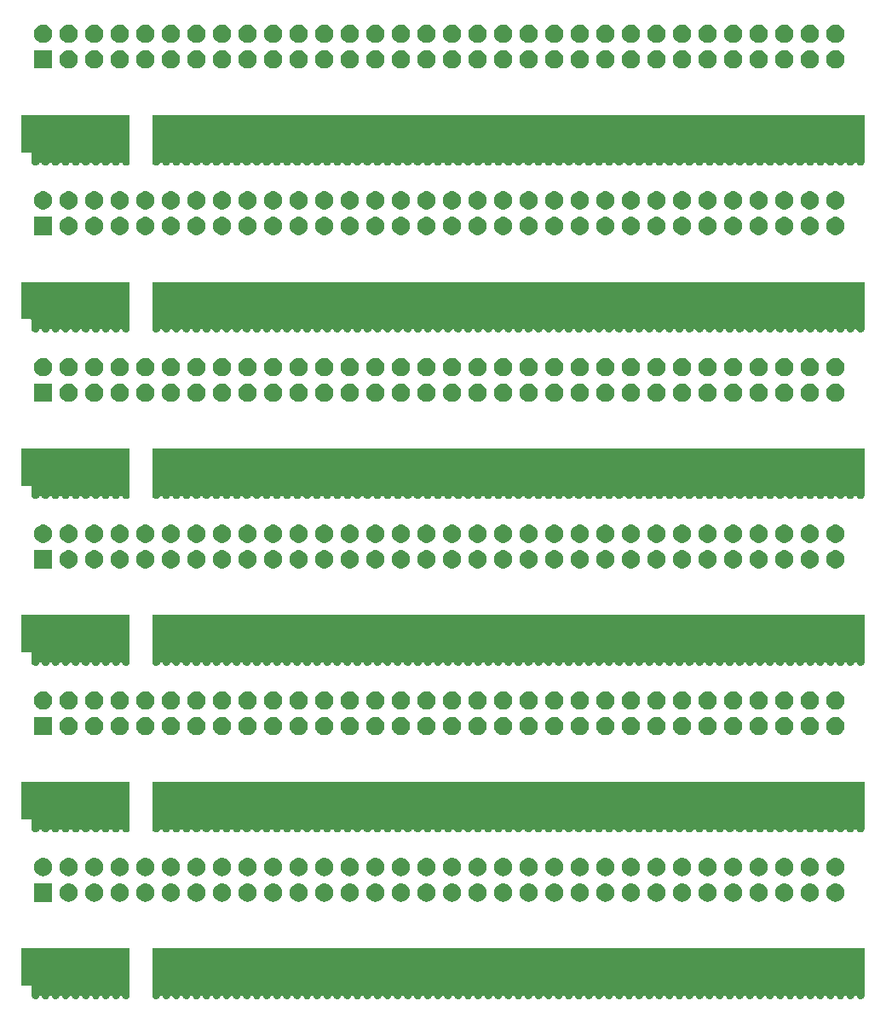
<source format=gbs>
G04 #@! TF.GenerationSoftware,KiCad,Pcbnew,(5.1.5)-3*
G04 #@! TF.CreationDate,2019-12-27T07:11:16+09:00*
G04 #@! TF.ProjectId,PCIeAdapter_x6,50434965-4164-4617-9074-65725f78362e,rev?*
G04 #@! TF.SameCoordinates,Original*
G04 #@! TF.FileFunction,Soldermask,Bot*
G04 #@! TF.FilePolarity,Negative*
%FSLAX46Y46*%
G04 Gerber Fmt 4.6, Leading zero omitted, Abs format (unit mm)*
G04 Created by KiCad (PCBNEW (5.1.5)-3) date 2019-12-27 07:11:16*
%MOMM*%
%LPD*%
G04 APERTURE LIST*
%ADD10C,0.100000*%
G04 APERTURE END LIST*
D10*
G36*
X193376000Y-147893689D02*
G01*
X193365443Y-147906553D01*
X193353893Y-147928161D01*
X193333207Y-147978103D01*
X193292058Y-148039686D01*
X193239686Y-148092058D01*
X193178103Y-148133207D01*
X193109675Y-148161550D01*
X193109674Y-148161550D01*
X193109672Y-148161551D01*
X193037034Y-148176000D01*
X192962966Y-148176000D01*
X192890328Y-148161551D01*
X192890326Y-148161550D01*
X192890325Y-148161550D01*
X192821897Y-148133207D01*
X192760314Y-148092058D01*
X192707942Y-148039686D01*
X192666793Y-147978103D01*
X192646107Y-147928161D01*
X192634557Y-147906553D01*
X192619011Y-147887611D01*
X192600069Y-147872066D01*
X192578459Y-147860515D01*
X192555010Y-147853402D01*
X192530624Y-147851000D01*
X192469376Y-147851000D01*
X192444990Y-147853402D01*
X192421541Y-147860515D01*
X192399930Y-147872066D01*
X192380988Y-147887611D01*
X192365443Y-147906553D01*
X192353893Y-147928161D01*
X192333207Y-147978103D01*
X192292058Y-148039686D01*
X192239686Y-148092058D01*
X192178103Y-148133207D01*
X192109675Y-148161550D01*
X192109674Y-148161550D01*
X192109672Y-148161551D01*
X192037034Y-148176000D01*
X191962966Y-148176000D01*
X191890328Y-148161551D01*
X191890326Y-148161550D01*
X191890325Y-148161550D01*
X191821897Y-148133207D01*
X191760314Y-148092058D01*
X191707942Y-148039686D01*
X191666793Y-147978103D01*
X191646107Y-147928161D01*
X191634557Y-147906553D01*
X191619011Y-147887611D01*
X191600069Y-147872066D01*
X191578459Y-147860515D01*
X191555010Y-147853402D01*
X191530624Y-147851000D01*
X191469376Y-147851000D01*
X191444990Y-147853402D01*
X191421541Y-147860515D01*
X191399930Y-147872066D01*
X191380988Y-147887611D01*
X191365443Y-147906553D01*
X191353893Y-147928161D01*
X191333207Y-147978103D01*
X191292058Y-148039686D01*
X191239686Y-148092058D01*
X191178103Y-148133207D01*
X191109675Y-148161550D01*
X191109674Y-148161550D01*
X191109672Y-148161551D01*
X191037034Y-148176000D01*
X190962966Y-148176000D01*
X190890328Y-148161551D01*
X190890326Y-148161550D01*
X190890325Y-148161550D01*
X190821897Y-148133207D01*
X190760314Y-148092058D01*
X190707942Y-148039686D01*
X190666793Y-147978103D01*
X190646107Y-147928161D01*
X190634557Y-147906553D01*
X190619011Y-147887611D01*
X190600069Y-147872066D01*
X190578459Y-147860515D01*
X190555010Y-147853402D01*
X190530624Y-147851000D01*
X190469376Y-147851000D01*
X190444990Y-147853402D01*
X190421541Y-147860515D01*
X190399930Y-147872066D01*
X190380988Y-147887611D01*
X190365443Y-147906553D01*
X190353893Y-147928161D01*
X190333207Y-147978103D01*
X190292058Y-148039686D01*
X190239686Y-148092058D01*
X190178103Y-148133207D01*
X190109675Y-148161550D01*
X190109674Y-148161550D01*
X190109672Y-148161551D01*
X190037034Y-148176000D01*
X189962966Y-148176000D01*
X189890328Y-148161551D01*
X189890326Y-148161550D01*
X189890325Y-148161550D01*
X189821897Y-148133207D01*
X189760314Y-148092058D01*
X189707942Y-148039686D01*
X189666793Y-147978103D01*
X189646107Y-147928161D01*
X189634557Y-147906553D01*
X189619011Y-147887611D01*
X189600069Y-147872066D01*
X189578459Y-147860515D01*
X189555010Y-147853402D01*
X189530624Y-147851000D01*
X189469376Y-147851000D01*
X189444990Y-147853402D01*
X189421541Y-147860515D01*
X189399930Y-147872066D01*
X189380988Y-147887611D01*
X189365443Y-147906553D01*
X189353893Y-147928161D01*
X189333207Y-147978103D01*
X189292058Y-148039686D01*
X189239686Y-148092058D01*
X189178103Y-148133207D01*
X189109675Y-148161550D01*
X189109674Y-148161550D01*
X189109672Y-148161551D01*
X189037034Y-148176000D01*
X188962966Y-148176000D01*
X188890328Y-148161551D01*
X188890326Y-148161550D01*
X188890325Y-148161550D01*
X188821897Y-148133207D01*
X188760314Y-148092058D01*
X188707942Y-148039686D01*
X188666793Y-147978103D01*
X188646107Y-147928161D01*
X188634557Y-147906553D01*
X188619011Y-147887611D01*
X188600069Y-147872066D01*
X188578459Y-147860515D01*
X188555010Y-147853402D01*
X188530624Y-147851000D01*
X188469376Y-147851000D01*
X188444990Y-147853402D01*
X188421541Y-147860515D01*
X188399930Y-147872066D01*
X188380988Y-147887611D01*
X188365443Y-147906553D01*
X188353893Y-147928161D01*
X188333207Y-147978103D01*
X188292058Y-148039686D01*
X188239686Y-148092058D01*
X188178103Y-148133207D01*
X188109675Y-148161550D01*
X188109674Y-148161550D01*
X188109672Y-148161551D01*
X188037034Y-148176000D01*
X187962966Y-148176000D01*
X187890328Y-148161551D01*
X187890326Y-148161550D01*
X187890325Y-148161550D01*
X187821897Y-148133207D01*
X187760314Y-148092058D01*
X187707942Y-148039686D01*
X187666793Y-147978103D01*
X187646107Y-147928161D01*
X187634557Y-147906553D01*
X187619011Y-147887611D01*
X187600069Y-147872066D01*
X187578459Y-147860515D01*
X187555010Y-147853402D01*
X187530624Y-147851000D01*
X187469376Y-147851000D01*
X187444990Y-147853402D01*
X187421541Y-147860515D01*
X187399930Y-147872066D01*
X187380988Y-147887611D01*
X187365443Y-147906553D01*
X187353893Y-147928161D01*
X187333207Y-147978103D01*
X187292058Y-148039686D01*
X187239686Y-148092058D01*
X187178103Y-148133207D01*
X187109675Y-148161550D01*
X187109674Y-148161550D01*
X187109672Y-148161551D01*
X187037034Y-148176000D01*
X186962966Y-148176000D01*
X186890328Y-148161551D01*
X186890326Y-148161550D01*
X186890325Y-148161550D01*
X186821897Y-148133207D01*
X186760314Y-148092058D01*
X186707942Y-148039686D01*
X186666793Y-147978103D01*
X186646107Y-147928161D01*
X186634557Y-147906553D01*
X186619011Y-147887611D01*
X186600069Y-147872066D01*
X186578459Y-147860515D01*
X186555010Y-147853402D01*
X186530624Y-147851000D01*
X186469376Y-147851000D01*
X186444990Y-147853402D01*
X186421541Y-147860515D01*
X186399930Y-147872066D01*
X186380988Y-147887611D01*
X186365443Y-147906553D01*
X186353893Y-147928161D01*
X186333207Y-147978103D01*
X186292058Y-148039686D01*
X186239686Y-148092058D01*
X186178103Y-148133207D01*
X186109675Y-148161550D01*
X186109674Y-148161550D01*
X186109672Y-148161551D01*
X186037034Y-148176000D01*
X185962966Y-148176000D01*
X185890328Y-148161551D01*
X185890326Y-148161550D01*
X185890325Y-148161550D01*
X185821897Y-148133207D01*
X185760314Y-148092058D01*
X185707942Y-148039686D01*
X185666793Y-147978103D01*
X185646107Y-147928161D01*
X185634557Y-147906553D01*
X185619011Y-147887611D01*
X185600069Y-147872066D01*
X185578459Y-147860515D01*
X185555010Y-147853402D01*
X185530624Y-147851000D01*
X185469376Y-147851000D01*
X185444990Y-147853402D01*
X185421541Y-147860515D01*
X185399930Y-147872066D01*
X185380988Y-147887611D01*
X185365443Y-147906553D01*
X185353893Y-147928161D01*
X185333207Y-147978103D01*
X185292058Y-148039686D01*
X185239686Y-148092058D01*
X185178103Y-148133207D01*
X185109675Y-148161550D01*
X185109674Y-148161550D01*
X185109672Y-148161551D01*
X185037034Y-148176000D01*
X184962966Y-148176000D01*
X184890328Y-148161551D01*
X184890326Y-148161550D01*
X184890325Y-148161550D01*
X184821897Y-148133207D01*
X184760314Y-148092058D01*
X184707942Y-148039686D01*
X184666793Y-147978103D01*
X184646107Y-147928161D01*
X184634557Y-147906553D01*
X184619011Y-147887611D01*
X184600069Y-147872066D01*
X184578459Y-147860515D01*
X184555010Y-147853402D01*
X184530624Y-147851000D01*
X184469376Y-147851000D01*
X184444990Y-147853402D01*
X184421541Y-147860515D01*
X184399930Y-147872066D01*
X184380988Y-147887611D01*
X184365443Y-147906553D01*
X184353893Y-147928161D01*
X184333207Y-147978103D01*
X184292058Y-148039686D01*
X184239686Y-148092058D01*
X184178103Y-148133207D01*
X184109675Y-148161550D01*
X184109674Y-148161550D01*
X184109672Y-148161551D01*
X184037034Y-148176000D01*
X183962966Y-148176000D01*
X183890328Y-148161551D01*
X183890326Y-148161550D01*
X183890325Y-148161550D01*
X183821897Y-148133207D01*
X183760314Y-148092058D01*
X183707942Y-148039686D01*
X183666793Y-147978103D01*
X183646107Y-147928161D01*
X183634557Y-147906553D01*
X183619011Y-147887611D01*
X183600069Y-147872066D01*
X183578459Y-147860515D01*
X183555010Y-147853402D01*
X183530624Y-147851000D01*
X183469376Y-147851000D01*
X183444990Y-147853402D01*
X183421541Y-147860515D01*
X183399930Y-147872066D01*
X183380988Y-147887611D01*
X183365443Y-147906553D01*
X183353893Y-147928161D01*
X183333207Y-147978103D01*
X183292058Y-148039686D01*
X183239686Y-148092058D01*
X183178103Y-148133207D01*
X183109675Y-148161550D01*
X183109674Y-148161550D01*
X183109672Y-148161551D01*
X183037034Y-148176000D01*
X182962966Y-148176000D01*
X182890328Y-148161551D01*
X182890326Y-148161550D01*
X182890325Y-148161550D01*
X182821897Y-148133207D01*
X182760314Y-148092058D01*
X182707942Y-148039686D01*
X182666793Y-147978103D01*
X182646107Y-147928161D01*
X182634557Y-147906553D01*
X182619011Y-147887611D01*
X182600069Y-147872066D01*
X182578459Y-147860515D01*
X182555010Y-147853402D01*
X182530624Y-147851000D01*
X182469376Y-147851000D01*
X182444990Y-147853402D01*
X182421541Y-147860515D01*
X182399930Y-147872066D01*
X182380988Y-147887611D01*
X182365443Y-147906553D01*
X182353893Y-147928161D01*
X182333207Y-147978103D01*
X182292058Y-148039686D01*
X182239686Y-148092058D01*
X182178103Y-148133207D01*
X182109675Y-148161550D01*
X182109674Y-148161550D01*
X182109672Y-148161551D01*
X182037034Y-148176000D01*
X181962966Y-148176000D01*
X181890328Y-148161551D01*
X181890326Y-148161550D01*
X181890325Y-148161550D01*
X181821897Y-148133207D01*
X181760314Y-148092058D01*
X181707942Y-148039686D01*
X181666793Y-147978103D01*
X181646107Y-147928161D01*
X181634557Y-147906553D01*
X181619011Y-147887611D01*
X181600069Y-147872066D01*
X181578459Y-147860515D01*
X181555010Y-147853402D01*
X181530624Y-147851000D01*
X181469376Y-147851000D01*
X181444990Y-147853402D01*
X181421541Y-147860515D01*
X181399930Y-147872066D01*
X181380988Y-147887611D01*
X181365443Y-147906553D01*
X181353893Y-147928161D01*
X181333207Y-147978103D01*
X181292058Y-148039686D01*
X181239686Y-148092058D01*
X181178103Y-148133207D01*
X181109675Y-148161550D01*
X181109674Y-148161550D01*
X181109672Y-148161551D01*
X181037034Y-148176000D01*
X180962966Y-148176000D01*
X180890328Y-148161551D01*
X180890326Y-148161550D01*
X180890325Y-148161550D01*
X180821897Y-148133207D01*
X180760314Y-148092058D01*
X180707942Y-148039686D01*
X180666793Y-147978103D01*
X180646107Y-147928161D01*
X180634557Y-147906553D01*
X180619011Y-147887611D01*
X180600069Y-147872066D01*
X180578459Y-147860515D01*
X180555010Y-147853402D01*
X180530624Y-147851000D01*
X180469376Y-147851000D01*
X180444990Y-147853402D01*
X180421541Y-147860515D01*
X180399930Y-147872066D01*
X180380988Y-147887611D01*
X180365443Y-147906553D01*
X180353893Y-147928161D01*
X180333207Y-147978103D01*
X180292058Y-148039686D01*
X180239686Y-148092058D01*
X180178103Y-148133207D01*
X180109675Y-148161550D01*
X180109674Y-148161550D01*
X180109672Y-148161551D01*
X180037034Y-148176000D01*
X179962966Y-148176000D01*
X179890328Y-148161551D01*
X179890326Y-148161550D01*
X179890325Y-148161550D01*
X179821897Y-148133207D01*
X179760314Y-148092058D01*
X179707942Y-148039686D01*
X179666793Y-147978103D01*
X179646107Y-147928161D01*
X179634557Y-147906553D01*
X179619011Y-147887611D01*
X179600069Y-147872066D01*
X179578459Y-147860515D01*
X179555010Y-147853402D01*
X179530624Y-147851000D01*
X179469376Y-147851000D01*
X179444990Y-147853402D01*
X179421541Y-147860515D01*
X179399930Y-147872066D01*
X179380988Y-147887611D01*
X179365443Y-147906553D01*
X179353893Y-147928161D01*
X179333207Y-147978103D01*
X179292058Y-148039686D01*
X179239686Y-148092058D01*
X179178103Y-148133207D01*
X179109675Y-148161550D01*
X179109674Y-148161550D01*
X179109672Y-148161551D01*
X179037034Y-148176000D01*
X178962966Y-148176000D01*
X178890328Y-148161551D01*
X178890326Y-148161550D01*
X178890325Y-148161550D01*
X178821897Y-148133207D01*
X178760314Y-148092058D01*
X178707942Y-148039686D01*
X178666793Y-147978103D01*
X178646107Y-147928161D01*
X178634557Y-147906553D01*
X178619011Y-147887611D01*
X178600069Y-147872066D01*
X178578459Y-147860515D01*
X178555010Y-147853402D01*
X178530624Y-147851000D01*
X178469376Y-147851000D01*
X178444990Y-147853402D01*
X178421541Y-147860515D01*
X178399930Y-147872066D01*
X178380988Y-147887611D01*
X178365443Y-147906553D01*
X178353893Y-147928161D01*
X178333207Y-147978103D01*
X178292058Y-148039686D01*
X178239686Y-148092058D01*
X178178103Y-148133207D01*
X178109675Y-148161550D01*
X178109674Y-148161550D01*
X178109672Y-148161551D01*
X178037034Y-148176000D01*
X177962966Y-148176000D01*
X177890328Y-148161551D01*
X177890326Y-148161550D01*
X177890325Y-148161550D01*
X177821897Y-148133207D01*
X177760314Y-148092058D01*
X177707942Y-148039686D01*
X177666793Y-147978103D01*
X177646107Y-147928161D01*
X177634557Y-147906553D01*
X177619011Y-147887611D01*
X177600069Y-147872066D01*
X177578459Y-147860515D01*
X177555010Y-147853402D01*
X177530624Y-147851000D01*
X177469376Y-147851000D01*
X177444990Y-147853402D01*
X177421541Y-147860515D01*
X177399930Y-147872066D01*
X177380988Y-147887611D01*
X177365443Y-147906553D01*
X177353893Y-147928161D01*
X177333207Y-147978103D01*
X177292058Y-148039686D01*
X177239686Y-148092058D01*
X177178103Y-148133207D01*
X177109675Y-148161550D01*
X177109674Y-148161550D01*
X177109672Y-148161551D01*
X177037034Y-148176000D01*
X176962966Y-148176000D01*
X176890328Y-148161551D01*
X176890326Y-148161550D01*
X176890325Y-148161550D01*
X176821897Y-148133207D01*
X176760314Y-148092058D01*
X176707942Y-148039686D01*
X176666793Y-147978103D01*
X176646107Y-147928161D01*
X176634557Y-147906553D01*
X176619011Y-147887611D01*
X176600069Y-147872066D01*
X176578459Y-147860515D01*
X176555010Y-147853402D01*
X176530624Y-147851000D01*
X176469376Y-147851000D01*
X176444990Y-147853402D01*
X176421541Y-147860515D01*
X176399930Y-147872066D01*
X176380988Y-147887611D01*
X176365443Y-147906553D01*
X176353893Y-147928161D01*
X176333207Y-147978103D01*
X176292058Y-148039686D01*
X176239686Y-148092058D01*
X176178103Y-148133207D01*
X176109675Y-148161550D01*
X176109674Y-148161550D01*
X176109672Y-148161551D01*
X176037034Y-148176000D01*
X175962966Y-148176000D01*
X175890328Y-148161551D01*
X175890326Y-148161550D01*
X175890325Y-148161550D01*
X175821897Y-148133207D01*
X175760314Y-148092058D01*
X175707942Y-148039686D01*
X175666793Y-147978103D01*
X175646107Y-147928161D01*
X175634557Y-147906553D01*
X175619011Y-147887611D01*
X175600069Y-147872066D01*
X175578459Y-147860515D01*
X175555010Y-147853402D01*
X175530624Y-147851000D01*
X175469376Y-147851000D01*
X175444990Y-147853402D01*
X175421541Y-147860515D01*
X175399930Y-147872066D01*
X175380988Y-147887611D01*
X175365443Y-147906553D01*
X175353893Y-147928161D01*
X175333207Y-147978103D01*
X175292058Y-148039686D01*
X175239686Y-148092058D01*
X175178103Y-148133207D01*
X175109675Y-148161550D01*
X175109674Y-148161550D01*
X175109672Y-148161551D01*
X175037034Y-148176000D01*
X174962966Y-148176000D01*
X174890328Y-148161551D01*
X174890326Y-148161550D01*
X174890325Y-148161550D01*
X174821897Y-148133207D01*
X174760314Y-148092058D01*
X174707942Y-148039686D01*
X174666793Y-147978103D01*
X174646107Y-147928161D01*
X174634557Y-147906553D01*
X174619011Y-147887611D01*
X174600069Y-147872066D01*
X174578459Y-147860515D01*
X174555010Y-147853402D01*
X174530624Y-147851000D01*
X174469376Y-147851000D01*
X174444990Y-147853402D01*
X174421541Y-147860515D01*
X174399930Y-147872066D01*
X174380988Y-147887611D01*
X174365443Y-147906553D01*
X174353893Y-147928161D01*
X174333207Y-147978103D01*
X174292058Y-148039686D01*
X174239686Y-148092058D01*
X174178103Y-148133207D01*
X174109675Y-148161550D01*
X174109674Y-148161550D01*
X174109672Y-148161551D01*
X174037034Y-148176000D01*
X173962966Y-148176000D01*
X173890328Y-148161551D01*
X173890326Y-148161550D01*
X173890325Y-148161550D01*
X173821897Y-148133207D01*
X173760314Y-148092058D01*
X173707942Y-148039686D01*
X173666793Y-147978103D01*
X173646107Y-147928161D01*
X173634557Y-147906553D01*
X173619011Y-147887611D01*
X173600069Y-147872066D01*
X173578459Y-147860515D01*
X173555010Y-147853402D01*
X173530624Y-147851000D01*
X173469376Y-147851000D01*
X173444990Y-147853402D01*
X173421541Y-147860515D01*
X173399930Y-147872066D01*
X173380988Y-147887611D01*
X173365443Y-147906553D01*
X173353893Y-147928161D01*
X173333207Y-147978103D01*
X173292058Y-148039686D01*
X173239686Y-148092058D01*
X173178103Y-148133207D01*
X173109675Y-148161550D01*
X173109674Y-148161550D01*
X173109672Y-148161551D01*
X173037034Y-148176000D01*
X172962966Y-148176000D01*
X172890328Y-148161551D01*
X172890326Y-148161550D01*
X172890325Y-148161550D01*
X172821897Y-148133207D01*
X172760314Y-148092058D01*
X172707942Y-148039686D01*
X172666793Y-147978103D01*
X172646107Y-147928161D01*
X172634557Y-147906553D01*
X172619011Y-147887611D01*
X172600069Y-147872066D01*
X172578459Y-147860515D01*
X172555010Y-147853402D01*
X172530624Y-147851000D01*
X172469376Y-147851000D01*
X172444990Y-147853402D01*
X172421541Y-147860515D01*
X172399930Y-147872066D01*
X172380988Y-147887611D01*
X172365443Y-147906553D01*
X172353893Y-147928161D01*
X172333207Y-147978103D01*
X172292058Y-148039686D01*
X172239686Y-148092058D01*
X172178103Y-148133207D01*
X172109675Y-148161550D01*
X172109674Y-148161550D01*
X172109672Y-148161551D01*
X172037034Y-148176000D01*
X171962966Y-148176000D01*
X171890328Y-148161551D01*
X171890326Y-148161550D01*
X171890325Y-148161550D01*
X171821897Y-148133207D01*
X171760314Y-148092058D01*
X171707942Y-148039686D01*
X171666793Y-147978103D01*
X171646107Y-147928161D01*
X171634557Y-147906553D01*
X171619011Y-147887611D01*
X171600069Y-147872066D01*
X171578459Y-147860515D01*
X171555010Y-147853402D01*
X171530624Y-147851000D01*
X171469376Y-147851000D01*
X171444990Y-147853402D01*
X171421541Y-147860515D01*
X171399930Y-147872066D01*
X171380988Y-147887611D01*
X171365443Y-147906553D01*
X171353893Y-147928161D01*
X171333207Y-147978103D01*
X171292058Y-148039686D01*
X171239686Y-148092058D01*
X171178103Y-148133207D01*
X171109675Y-148161550D01*
X171109674Y-148161550D01*
X171109672Y-148161551D01*
X171037034Y-148176000D01*
X170962966Y-148176000D01*
X170890328Y-148161551D01*
X170890326Y-148161550D01*
X170890325Y-148161550D01*
X170821897Y-148133207D01*
X170760314Y-148092058D01*
X170707942Y-148039686D01*
X170666793Y-147978103D01*
X170646107Y-147928161D01*
X170634557Y-147906553D01*
X170619011Y-147887611D01*
X170600069Y-147872066D01*
X170578459Y-147860515D01*
X170555010Y-147853402D01*
X170530624Y-147851000D01*
X170469376Y-147851000D01*
X170444990Y-147853402D01*
X170421541Y-147860515D01*
X170399930Y-147872066D01*
X170380988Y-147887611D01*
X170365443Y-147906553D01*
X170353893Y-147928161D01*
X170333207Y-147978103D01*
X170292058Y-148039686D01*
X170239686Y-148092058D01*
X170178103Y-148133207D01*
X170109675Y-148161550D01*
X170109674Y-148161550D01*
X170109672Y-148161551D01*
X170037034Y-148176000D01*
X169962966Y-148176000D01*
X169890328Y-148161551D01*
X169890326Y-148161550D01*
X169890325Y-148161550D01*
X169821897Y-148133207D01*
X169760314Y-148092058D01*
X169707942Y-148039686D01*
X169666793Y-147978103D01*
X169646107Y-147928161D01*
X169634557Y-147906553D01*
X169619011Y-147887611D01*
X169600069Y-147872066D01*
X169578459Y-147860515D01*
X169555010Y-147853402D01*
X169530624Y-147851000D01*
X169469376Y-147851000D01*
X169444990Y-147853402D01*
X169421541Y-147860515D01*
X169399930Y-147872066D01*
X169380988Y-147887611D01*
X169365443Y-147906553D01*
X169353893Y-147928161D01*
X169333207Y-147978103D01*
X169292058Y-148039686D01*
X169239686Y-148092058D01*
X169178103Y-148133207D01*
X169109675Y-148161550D01*
X169109674Y-148161550D01*
X169109672Y-148161551D01*
X169037034Y-148176000D01*
X168962966Y-148176000D01*
X168890328Y-148161551D01*
X168890326Y-148161550D01*
X168890325Y-148161550D01*
X168821897Y-148133207D01*
X168760314Y-148092058D01*
X168707942Y-148039686D01*
X168666793Y-147978103D01*
X168646107Y-147928161D01*
X168634557Y-147906553D01*
X168619011Y-147887611D01*
X168600069Y-147872066D01*
X168578459Y-147860515D01*
X168555010Y-147853402D01*
X168530624Y-147851000D01*
X168469376Y-147851000D01*
X168444990Y-147853402D01*
X168421541Y-147860515D01*
X168399930Y-147872066D01*
X168380988Y-147887611D01*
X168365443Y-147906553D01*
X168353893Y-147928161D01*
X168333207Y-147978103D01*
X168292058Y-148039686D01*
X168239686Y-148092058D01*
X168178103Y-148133207D01*
X168109675Y-148161550D01*
X168109674Y-148161550D01*
X168109672Y-148161551D01*
X168037034Y-148176000D01*
X167962966Y-148176000D01*
X167890328Y-148161551D01*
X167890326Y-148161550D01*
X167890325Y-148161550D01*
X167821897Y-148133207D01*
X167760314Y-148092058D01*
X167707942Y-148039686D01*
X167666793Y-147978103D01*
X167646107Y-147928161D01*
X167634557Y-147906553D01*
X167619011Y-147887611D01*
X167600069Y-147872066D01*
X167578459Y-147860515D01*
X167555010Y-147853402D01*
X167530624Y-147851000D01*
X167469376Y-147851000D01*
X167444990Y-147853402D01*
X167421541Y-147860515D01*
X167399930Y-147872066D01*
X167380988Y-147887611D01*
X167365443Y-147906553D01*
X167353893Y-147928161D01*
X167333207Y-147978103D01*
X167292058Y-148039686D01*
X167239686Y-148092058D01*
X167178103Y-148133207D01*
X167109675Y-148161550D01*
X167109674Y-148161550D01*
X167109672Y-148161551D01*
X167037034Y-148176000D01*
X166962966Y-148176000D01*
X166890328Y-148161551D01*
X166890326Y-148161550D01*
X166890325Y-148161550D01*
X166821897Y-148133207D01*
X166760314Y-148092058D01*
X166707942Y-148039686D01*
X166666793Y-147978103D01*
X166646107Y-147928161D01*
X166634557Y-147906553D01*
X166619011Y-147887611D01*
X166600069Y-147872066D01*
X166578459Y-147860515D01*
X166555010Y-147853402D01*
X166530624Y-147851000D01*
X166469376Y-147851000D01*
X166444990Y-147853402D01*
X166421541Y-147860515D01*
X166399930Y-147872066D01*
X166380988Y-147887611D01*
X166365443Y-147906553D01*
X166353893Y-147928161D01*
X166333207Y-147978103D01*
X166292058Y-148039686D01*
X166239686Y-148092058D01*
X166178103Y-148133207D01*
X166109675Y-148161550D01*
X166109674Y-148161550D01*
X166109672Y-148161551D01*
X166037034Y-148176000D01*
X165962966Y-148176000D01*
X165890328Y-148161551D01*
X165890326Y-148161550D01*
X165890325Y-148161550D01*
X165821897Y-148133207D01*
X165760314Y-148092058D01*
X165707942Y-148039686D01*
X165666793Y-147978103D01*
X165646107Y-147928161D01*
X165634557Y-147906553D01*
X165619011Y-147887611D01*
X165600069Y-147872066D01*
X165578459Y-147860515D01*
X165555010Y-147853402D01*
X165530624Y-147851000D01*
X165469376Y-147851000D01*
X165444990Y-147853402D01*
X165421541Y-147860515D01*
X165399930Y-147872066D01*
X165380988Y-147887611D01*
X165365443Y-147906553D01*
X165353893Y-147928161D01*
X165333207Y-147978103D01*
X165292058Y-148039686D01*
X165239686Y-148092058D01*
X165178103Y-148133207D01*
X165109675Y-148161550D01*
X165109674Y-148161550D01*
X165109672Y-148161551D01*
X165037034Y-148176000D01*
X164962966Y-148176000D01*
X164890328Y-148161551D01*
X164890326Y-148161550D01*
X164890325Y-148161550D01*
X164821897Y-148133207D01*
X164760314Y-148092058D01*
X164707942Y-148039686D01*
X164666793Y-147978103D01*
X164646107Y-147928161D01*
X164634557Y-147906553D01*
X164619011Y-147887611D01*
X164600069Y-147872066D01*
X164578459Y-147860515D01*
X164555010Y-147853402D01*
X164530624Y-147851000D01*
X164469376Y-147851000D01*
X164444990Y-147853402D01*
X164421541Y-147860515D01*
X164399930Y-147872066D01*
X164380988Y-147887611D01*
X164365443Y-147906553D01*
X164353893Y-147928161D01*
X164333207Y-147978103D01*
X164292058Y-148039686D01*
X164239686Y-148092058D01*
X164178103Y-148133207D01*
X164109675Y-148161550D01*
X164109674Y-148161550D01*
X164109672Y-148161551D01*
X164037034Y-148176000D01*
X163962966Y-148176000D01*
X163890328Y-148161551D01*
X163890326Y-148161550D01*
X163890325Y-148161550D01*
X163821897Y-148133207D01*
X163760314Y-148092058D01*
X163707942Y-148039686D01*
X163666793Y-147978103D01*
X163646107Y-147928161D01*
X163634557Y-147906553D01*
X163619011Y-147887611D01*
X163600069Y-147872066D01*
X163578459Y-147860515D01*
X163555010Y-147853402D01*
X163530624Y-147851000D01*
X163469376Y-147851000D01*
X163444990Y-147853402D01*
X163421541Y-147860515D01*
X163399930Y-147872066D01*
X163380988Y-147887611D01*
X163365443Y-147906553D01*
X163353893Y-147928161D01*
X163333207Y-147978103D01*
X163292058Y-148039686D01*
X163239686Y-148092058D01*
X163178103Y-148133207D01*
X163109675Y-148161550D01*
X163109674Y-148161550D01*
X163109672Y-148161551D01*
X163037034Y-148176000D01*
X162962966Y-148176000D01*
X162890328Y-148161551D01*
X162890326Y-148161550D01*
X162890325Y-148161550D01*
X162821897Y-148133207D01*
X162760314Y-148092058D01*
X162707942Y-148039686D01*
X162666793Y-147978103D01*
X162646107Y-147928161D01*
X162634557Y-147906553D01*
X162619011Y-147887611D01*
X162600069Y-147872066D01*
X162578459Y-147860515D01*
X162555010Y-147853402D01*
X162530624Y-147851000D01*
X162469376Y-147851000D01*
X162444990Y-147853402D01*
X162421541Y-147860515D01*
X162399930Y-147872066D01*
X162380988Y-147887611D01*
X162365443Y-147906553D01*
X162353893Y-147928161D01*
X162333207Y-147978103D01*
X162292058Y-148039686D01*
X162239686Y-148092058D01*
X162178103Y-148133207D01*
X162109675Y-148161550D01*
X162109674Y-148161550D01*
X162109672Y-148161551D01*
X162037034Y-148176000D01*
X161962966Y-148176000D01*
X161890328Y-148161551D01*
X161890326Y-148161550D01*
X161890325Y-148161550D01*
X161821897Y-148133207D01*
X161760314Y-148092058D01*
X161707942Y-148039686D01*
X161666793Y-147978103D01*
X161646107Y-147928161D01*
X161634557Y-147906553D01*
X161619011Y-147887611D01*
X161600069Y-147872066D01*
X161578459Y-147860515D01*
X161555010Y-147853402D01*
X161530624Y-147851000D01*
X161469376Y-147851000D01*
X161444990Y-147853402D01*
X161421541Y-147860515D01*
X161399930Y-147872066D01*
X161380988Y-147887611D01*
X161365443Y-147906553D01*
X161353893Y-147928161D01*
X161333207Y-147978103D01*
X161292058Y-148039686D01*
X161239686Y-148092058D01*
X161178103Y-148133207D01*
X161109675Y-148161550D01*
X161109674Y-148161550D01*
X161109672Y-148161551D01*
X161037034Y-148176000D01*
X160962966Y-148176000D01*
X160890328Y-148161551D01*
X160890326Y-148161550D01*
X160890325Y-148161550D01*
X160821897Y-148133207D01*
X160760314Y-148092058D01*
X160707942Y-148039686D01*
X160666793Y-147978103D01*
X160646107Y-147928161D01*
X160634557Y-147906553D01*
X160619011Y-147887611D01*
X160600069Y-147872066D01*
X160578459Y-147860515D01*
X160555010Y-147853402D01*
X160530624Y-147851000D01*
X160469376Y-147851000D01*
X160444990Y-147853402D01*
X160421541Y-147860515D01*
X160399930Y-147872066D01*
X160380988Y-147887611D01*
X160365443Y-147906553D01*
X160353893Y-147928161D01*
X160333207Y-147978103D01*
X160292058Y-148039686D01*
X160239686Y-148092058D01*
X160178103Y-148133207D01*
X160109675Y-148161550D01*
X160109674Y-148161550D01*
X160109672Y-148161551D01*
X160037034Y-148176000D01*
X159962966Y-148176000D01*
X159890328Y-148161551D01*
X159890326Y-148161550D01*
X159890325Y-148161550D01*
X159821897Y-148133207D01*
X159760314Y-148092058D01*
X159707942Y-148039686D01*
X159666793Y-147978103D01*
X159646107Y-147928161D01*
X159634557Y-147906553D01*
X159619011Y-147887611D01*
X159600069Y-147872066D01*
X159578459Y-147860515D01*
X159555010Y-147853402D01*
X159530624Y-147851000D01*
X159469376Y-147851000D01*
X159444990Y-147853402D01*
X159421541Y-147860515D01*
X159399930Y-147872066D01*
X159380988Y-147887611D01*
X159365443Y-147906553D01*
X159353893Y-147928161D01*
X159333207Y-147978103D01*
X159292058Y-148039686D01*
X159239686Y-148092058D01*
X159178103Y-148133207D01*
X159109675Y-148161550D01*
X159109674Y-148161550D01*
X159109672Y-148161551D01*
X159037034Y-148176000D01*
X158962966Y-148176000D01*
X158890328Y-148161551D01*
X158890326Y-148161550D01*
X158890325Y-148161550D01*
X158821897Y-148133207D01*
X158760314Y-148092058D01*
X158707942Y-148039686D01*
X158666793Y-147978103D01*
X158646107Y-147928161D01*
X158634557Y-147906553D01*
X158619011Y-147887611D01*
X158600069Y-147872066D01*
X158578459Y-147860515D01*
X158555010Y-147853402D01*
X158530624Y-147851000D01*
X158469376Y-147851000D01*
X158444990Y-147853402D01*
X158421541Y-147860515D01*
X158399930Y-147872066D01*
X158380988Y-147887611D01*
X158365443Y-147906553D01*
X158353893Y-147928161D01*
X158333207Y-147978103D01*
X158292058Y-148039686D01*
X158239686Y-148092058D01*
X158178103Y-148133207D01*
X158109675Y-148161550D01*
X158109674Y-148161550D01*
X158109672Y-148161551D01*
X158037034Y-148176000D01*
X157962966Y-148176000D01*
X157890328Y-148161551D01*
X157890326Y-148161550D01*
X157890325Y-148161550D01*
X157821897Y-148133207D01*
X157760314Y-148092058D01*
X157707942Y-148039686D01*
X157666793Y-147978103D01*
X157646107Y-147928161D01*
X157634557Y-147906553D01*
X157619011Y-147887611D01*
X157600069Y-147872066D01*
X157578459Y-147860515D01*
X157555010Y-147853402D01*
X157530624Y-147851000D01*
X157469376Y-147851000D01*
X157444990Y-147853402D01*
X157421541Y-147860515D01*
X157399930Y-147872066D01*
X157380988Y-147887611D01*
X157365443Y-147906553D01*
X157353893Y-147928161D01*
X157333207Y-147978103D01*
X157292058Y-148039686D01*
X157239686Y-148092058D01*
X157178103Y-148133207D01*
X157109675Y-148161550D01*
X157109674Y-148161550D01*
X157109672Y-148161551D01*
X157037034Y-148176000D01*
X156962966Y-148176000D01*
X156890328Y-148161551D01*
X156890326Y-148161550D01*
X156890325Y-148161550D01*
X156821897Y-148133207D01*
X156760314Y-148092058D01*
X156707942Y-148039686D01*
X156666793Y-147978103D01*
X156646107Y-147928161D01*
X156634557Y-147906553D01*
X156619011Y-147887611D01*
X156600069Y-147872066D01*
X156578459Y-147860515D01*
X156555010Y-147853402D01*
X156530624Y-147851000D01*
X156469376Y-147851000D01*
X156444990Y-147853402D01*
X156421541Y-147860515D01*
X156399930Y-147872066D01*
X156380988Y-147887611D01*
X156365443Y-147906553D01*
X156353893Y-147928161D01*
X156333207Y-147978103D01*
X156292058Y-148039686D01*
X156239686Y-148092058D01*
X156178103Y-148133207D01*
X156109675Y-148161550D01*
X156109674Y-148161550D01*
X156109672Y-148161551D01*
X156037034Y-148176000D01*
X155962966Y-148176000D01*
X155890328Y-148161551D01*
X155890326Y-148161550D01*
X155890325Y-148161550D01*
X155821897Y-148133207D01*
X155760314Y-148092058D01*
X155707942Y-148039686D01*
X155666793Y-147978103D01*
X155646107Y-147928161D01*
X155634557Y-147906553D01*
X155619011Y-147887611D01*
X155600069Y-147872066D01*
X155578459Y-147860515D01*
X155555010Y-147853402D01*
X155530624Y-147851000D01*
X155469376Y-147851000D01*
X155444990Y-147853402D01*
X155421541Y-147860515D01*
X155399930Y-147872066D01*
X155380988Y-147887611D01*
X155365443Y-147906553D01*
X155353893Y-147928161D01*
X155333207Y-147978103D01*
X155292058Y-148039686D01*
X155239686Y-148092058D01*
X155178103Y-148133207D01*
X155109675Y-148161550D01*
X155109674Y-148161550D01*
X155109672Y-148161551D01*
X155037034Y-148176000D01*
X154962966Y-148176000D01*
X154890328Y-148161551D01*
X154890326Y-148161550D01*
X154890325Y-148161550D01*
X154821897Y-148133207D01*
X154760314Y-148092058D01*
X154707942Y-148039686D01*
X154666793Y-147978103D01*
X154646107Y-147928161D01*
X154634557Y-147906553D01*
X154619011Y-147887611D01*
X154600069Y-147872066D01*
X154578459Y-147860515D01*
X154555010Y-147853402D01*
X154530624Y-147851000D01*
X154469376Y-147851000D01*
X154444990Y-147853402D01*
X154421541Y-147860515D01*
X154399930Y-147872066D01*
X154380988Y-147887611D01*
X154365443Y-147906553D01*
X154353893Y-147928161D01*
X154333207Y-147978103D01*
X154292058Y-148039686D01*
X154239686Y-148092058D01*
X154178103Y-148133207D01*
X154109675Y-148161550D01*
X154109674Y-148161550D01*
X154109672Y-148161551D01*
X154037034Y-148176000D01*
X153962966Y-148176000D01*
X153890328Y-148161551D01*
X153890326Y-148161550D01*
X153890325Y-148161550D01*
X153821897Y-148133207D01*
X153760314Y-148092058D01*
X153707942Y-148039686D01*
X153666793Y-147978103D01*
X153646107Y-147928161D01*
X153634557Y-147906553D01*
X153619011Y-147887611D01*
X153600069Y-147872066D01*
X153578459Y-147860515D01*
X153555010Y-147853402D01*
X153530624Y-147851000D01*
X153469376Y-147851000D01*
X153444990Y-147853402D01*
X153421541Y-147860515D01*
X153399930Y-147872066D01*
X153380988Y-147887611D01*
X153365443Y-147906553D01*
X153353893Y-147928161D01*
X153333207Y-147978103D01*
X153292058Y-148039686D01*
X153239686Y-148092058D01*
X153178103Y-148133207D01*
X153109675Y-148161550D01*
X153109674Y-148161550D01*
X153109672Y-148161551D01*
X153037034Y-148176000D01*
X152962966Y-148176000D01*
X152890328Y-148161551D01*
X152890326Y-148161550D01*
X152890325Y-148161550D01*
X152821897Y-148133207D01*
X152760314Y-148092058D01*
X152707942Y-148039686D01*
X152666793Y-147978103D01*
X152646107Y-147928161D01*
X152634557Y-147906553D01*
X152619011Y-147887611D01*
X152600069Y-147872066D01*
X152578459Y-147860515D01*
X152555010Y-147853402D01*
X152530624Y-147851000D01*
X152469376Y-147851000D01*
X152444990Y-147853402D01*
X152421541Y-147860515D01*
X152399930Y-147872066D01*
X152380988Y-147887611D01*
X152365443Y-147906553D01*
X152353893Y-147928161D01*
X152333207Y-147978103D01*
X152292058Y-148039686D01*
X152239686Y-148092058D01*
X152178103Y-148133207D01*
X152109675Y-148161550D01*
X152109674Y-148161550D01*
X152109672Y-148161551D01*
X152037034Y-148176000D01*
X151962966Y-148176000D01*
X151890328Y-148161551D01*
X151890326Y-148161550D01*
X151890325Y-148161550D01*
X151821897Y-148133207D01*
X151760314Y-148092058D01*
X151707942Y-148039686D01*
X151666793Y-147978103D01*
X151646107Y-147928161D01*
X151634557Y-147906553D01*
X151619011Y-147887611D01*
X151600069Y-147872066D01*
X151578459Y-147860515D01*
X151555010Y-147853402D01*
X151530624Y-147851000D01*
X151469376Y-147851000D01*
X151444990Y-147853402D01*
X151421541Y-147860515D01*
X151399930Y-147872066D01*
X151380988Y-147887611D01*
X151365443Y-147906553D01*
X151353893Y-147928161D01*
X151333207Y-147978103D01*
X151292058Y-148039686D01*
X151239686Y-148092058D01*
X151178103Y-148133207D01*
X151109675Y-148161550D01*
X151109674Y-148161550D01*
X151109672Y-148161551D01*
X151037034Y-148176000D01*
X150962966Y-148176000D01*
X150890328Y-148161551D01*
X150890326Y-148161550D01*
X150890325Y-148161550D01*
X150821897Y-148133207D01*
X150760314Y-148092058D01*
X150707942Y-148039686D01*
X150666793Y-147978103D01*
X150646107Y-147928161D01*
X150634557Y-147906553D01*
X150619011Y-147887611D01*
X150600069Y-147872066D01*
X150578459Y-147860515D01*
X150555010Y-147853402D01*
X150530624Y-147851000D01*
X150469376Y-147851000D01*
X150444990Y-147853402D01*
X150421541Y-147860515D01*
X150399930Y-147872066D01*
X150380988Y-147887611D01*
X150365443Y-147906553D01*
X150353893Y-147928161D01*
X150333207Y-147978103D01*
X150292058Y-148039686D01*
X150239686Y-148092058D01*
X150178103Y-148133207D01*
X150109675Y-148161550D01*
X150109674Y-148161550D01*
X150109672Y-148161551D01*
X150037034Y-148176000D01*
X149962966Y-148176000D01*
X149890328Y-148161551D01*
X149890326Y-148161550D01*
X149890325Y-148161550D01*
X149821897Y-148133207D01*
X149760314Y-148092058D01*
X149707942Y-148039686D01*
X149666793Y-147978103D01*
X149646107Y-147928161D01*
X149634557Y-147906553D01*
X149619011Y-147887611D01*
X149600069Y-147872066D01*
X149578459Y-147860515D01*
X149555010Y-147853402D01*
X149530624Y-147851000D01*
X149469376Y-147851000D01*
X149444990Y-147853402D01*
X149421541Y-147860515D01*
X149399930Y-147872066D01*
X149380988Y-147887611D01*
X149365443Y-147906553D01*
X149353893Y-147928161D01*
X149333207Y-147978103D01*
X149292058Y-148039686D01*
X149239686Y-148092058D01*
X149178103Y-148133207D01*
X149109675Y-148161550D01*
X149109674Y-148161550D01*
X149109672Y-148161551D01*
X149037034Y-148176000D01*
X148962966Y-148176000D01*
X148890328Y-148161551D01*
X148890326Y-148161550D01*
X148890325Y-148161550D01*
X148821897Y-148133207D01*
X148760314Y-148092058D01*
X148707942Y-148039686D01*
X148666793Y-147978103D01*
X148646107Y-147928161D01*
X148634557Y-147906553D01*
X148619011Y-147887611D01*
X148600069Y-147872066D01*
X148578459Y-147860515D01*
X148555010Y-147853402D01*
X148530624Y-147851000D01*
X148469376Y-147851000D01*
X148444990Y-147853402D01*
X148421541Y-147860515D01*
X148399930Y-147872066D01*
X148380988Y-147887611D01*
X148365443Y-147906553D01*
X148353893Y-147928161D01*
X148333207Y-147978103D01*
X148292058Y-148039686D01*
X148239686Y-148092058D01*
X148178103Y-148133207D01*
X148109675Y-148161550D01*
X148109674Y-148161550D01*
X148109672Y-148161551D01*
X148037034Y-148176000D01*
X147962966Y-148176000D01*
X147890328Y-148161551D01*
X147890326Y-148161550D01*
X147890325Y-148161550D01*
X147821897Y-148133207D01*
X147760314Y-148092058D01*
X147707942Y-148039686D01*
X147666793Y-147978103D01*
X147646107Y-147928161D01*
X147634557Y-147906553D01*
X147619011Y-147887611D01*
X147600069Y-147872066D01*
X147578459Y-147860515D01*
X147555010Y-147853402D01*
X147530624Y-147851000D01*
X147469376Y-147851000D01*
X147444990Y-147853402D01*
X147421541Y-147860515D01*
X147399930Y-147872066D01*
X147380988Y-147887611D01*
X147365443Y-147906553D01*
X147353893Y-147928161D01*
X147333207Y-147978103D01*
X147292058Y-148039686D01*
X147239686Y-148092058D01*
X147178103Y-148133207D01*
X147109675Y-148161550D01*
X147109674Y-148161550D01*
X147109672Y-148161551D01*
X147037034Y-148176000D01*
X146962966Y-148176000D01*
X146890328Y-148161551D01*
X146890326Y-148161550D01*
X146890325Y-148161550D01*
X146821897Y-148133207D01*
X146760314Y-148092058D01*
X146707942Y-148039686D01*
X146666793Y-147978103D01*
X146646107Y-147928161D01*
X146634557Y-147906553D01*
X146619011Y-147887611D01*
X146600069Y-147872066D01*
X146578459Y-147860515D01*
X146555010Y-147853402D01*
X146530624Y-147851000D01*
X146469376Y-147851000D01*
X146444990Y-147853402D01*
X146421541Y-147860515D01*
X146399930Y-147872066D01*
X146380988Y-147887611D01*
X146365443Y-147906553D01*
X146353893Y-147928161D01*
X146333207Y-147978103D01*
X146292058Y-148039686D01*
X146239686Y-148092058D01*
X146178103Y-148133207D01*
X146109675Y-148161550D01*
X146109674Y-148161550D01*
X146109672Y-148161551D01*
X146037034Y-148176000D01*
X145962966Y-148176000D01*
X145890328Y-148161551D01*
X145890326Y-148161550D01*
X145890325Y-148161550D01*
X145821897Y-148133207D01*
X145760314Y-148092058D01*
X145707942Y-148039686D01*
X145666793Y-147978103D01*
X145646107Y-147928161D01*
X145634557Y-147906553D01*
X145619011Y-147887611D01*
X145600069Y-147872066D01*
X145578459Y-147860515D01*
X145555010Y-147853402D01*
X145530624Y-147851000D01*
X145469376Y-147851000D01*
X145444990Y-147853402D01*
X145421541Y-147860515D01*
X145399930Y-147872066D01*
X145380988Y-147887611D01*
X145365443Y-147906553D01*
X145353893Y-147928161D01*
X145333207Y-147978103D01*
X145292058Y-148039686D01*
X145239686Y-148092058D01*
X145178103Y-148133207D01*
X145109675Y-148161550D01*
X145109674Y-148161550D01*
X145109672Y-148161551D01*
X145037034Y-148176000D01*
X144962966Y-148176000D01*
X144890328Y-148161551D01*
X144890326Y-148161550D01*
X144890325Y-148161550D01*
X144821897Y-148133207D01*
X144760314Y-148092058D01*
X144707942Y-148039686D01*
X144666793Y-147978103D01*
X144646107Y-147928161D01*
X144634557Y-147906553D01*
X144619011Y-147887611D01*
X144600069Y-147872066D01*
X144578459Y-147860515D01*
X144555010Y-147853402D01*
X144530624Y-147851000D01*
X144469376Y-147851000D01*
X144444990Y-147853402D01*
X144421541Y-147860515D01*
X144399930Y-147872066D01*
X144380988Y-147887611D01*
X144365443Y-147906553D01*
X144353893Y-147928161D01*
X144333207Y-147978103D01*
X144292058Y-148039686D01*
X144239686Y-148092058D01*
X144178103Y-148133207D01*
X144109675Y-148161550D01*
X144109674Y-148161550D01*
X144109672Y-148161551D01*
X144037034Y-148176000D01*
X143962966Y-148176000D01*
X143890328Y-148161551D01*
X143890326Y-148161550D01*
X143890325Y-148161550D01*
X143821897Y-148133207D01*
X143760314Y-148092058D01*
X143707942Y-148039686D01*
X143666793Y-147978103D01*
X143646107Y-147928161D01*
X143634557Y-147906553D01*
X143619011Y-147887611D01*
X143600069Y-147872066D01*
X143578459Y-147860515D01*
X143555010Y-147853402D01*
X143530624Y-147851000D01*
X143469376Y-147851000D01*
X143444990Y-147853402D01*
X143421541Y-147860515D01*
X143399930Y-147872066D01*
X143380988Y-147887611D01*
X143365443Y-147906553D01*
X143353893Y-147928161D01*
X143333207Y-147978103D01*
X143292058Y-148039686D01*
X143239686Y-148092058D01*
X143178103Y-148133207D01*
X143109675Y-148161550D01*
X143109674Y-148161550D01*
X143109672Y-148161551D01*
X143037034Y-148176000D01*
X142962966Y-148176000D01*
X142890328Y-148161551D01*
X142890326Y-148161550D01*
X142890325Y-148161550D01*
X142821897Y-148133207D01*
X142760314Y-148092058D01*
X142707942Y-148039686D01*
X142666793Y-147978103D01*
X142646107Y-147928161D01*
X142634557Y-147906553D01*
X142619011Y-147887611D01*
X142600069Y-147872066D01*
X142578459Y-147860515D01*
X142555010Y-147853402D01*
X142530624Y-147851000D01*
X142469376Y-147851000D01*
X142444990Y-147853402D01*
X142421541Y-147860515D01*
X142399930Y-147872066D01*
X142380988Y-147887611D01*
X142365443Y-147906553D01*
X142353893Y-147928161D01*
X142333207Y-147978103D01*
X142292058Y-148039686D01*
X142239686Y-148092058D01*
X142178103Y-148133207D01*
X142109675Y-148161550D01*
X142109674Y-148161550D01*
X142109672Y-148161551D01*
X142037034Y-148176000D01*
X141962966Y-148176000D01*
X141890328Y-148161551D01*
X141890326Y-148161550D01*
X141890325Y-148161550D01*
X141821897Y-148133207D01*
X141760314Y-148092058D01*
X141707942Y-148039686D01*
X141666793Y-147978103D01*
X141646107Y-147928161D01*
X141634557Y-147906553D01*
X141619011Y-147887611D01*
X141600069Y-147872066D01*
X141578459Y-147860515D01*
X141555010Y-147853402D01*
X141530624Y-147851000D01*
X141469376Y-147851000D01*
X141444990Y-147853402D01*
X141421541Y-147860515D01*
X141399930Y-147872066D01*
X141380988Y-147887611D01*
X141365443Y-147906553D01*
X141353893Y-147928161D01*
X141333207Y-147978103D01*
X141292058Y-148039686D01*
X141239686Y-148092058D01*
X141178103Y-148133207D01*
X141109675Y-148161550D01*
X141109674Y-148161550D01*
X141109672Y-148161551D01*
X141037034Y-148176000D01*
X140962966Y-148176000D01*
X140890328Y-148161551D01*
X140890326Y-148161550D01*
X140890325Y-148161550D01*
X140821897Y-148133207D01*
X140760314Y-148092058D01*
X140707942Y-148039686D01*
X140666793Y-147978103D01*
X140646107Y-147928161D01*
X140634557Y-147906553D01*
X140619011Y-147887611D01*
X140600069Y-147872066D01*
X140578459Y-147860515D01*
X140555010Y-147853402D01*
X140530624Y-147851000D01*
X140469376Y-147851000D01*
X140444990Y-147853402D01*
X140421541Y-147860515D01*
X140399930Y-147872066D01*
X140380988Y-147887611D01*
X140365443Y-147906553D01*
X140353893Y-147928161D01*
X140333207Y-147978103D01*
X140292058Y-148039686D01*
X140239686Y-148092058D01*
X140178103Y-148133207D01*
X140109675Y-148161550D01*
X140109674Y-148161550D01*
X140109672Y-148161551D01*
X140037034Y-148176000D01*
X139962966Y-148176000D01*
X139890328Y-148161551D01*
X139890326Y-148161550D01*
X139890325Y-148161550D01*
X139821897Y-148133207D01*
X139760314Y-148092058D01*
X139707942Y-148039686D01*
X139666793Y-147978103D01*
X139646107Y-147928161D01*
X139634557Y-147906553D01*
X139619011Y-147887611D01*
X139600069Y-147872066D01*
X139578459Y-147860515D01*
X139555010Y-147853402D01*
X139530624Y-147851000D01*
X139469376Y-147851000D01*
X139444990Y-147853402D01*
X139421541Y-147860515D01*
X139399930Y-147872066D01*
X139380988Y-147887611D01*
X139365443Y-147906553D01*
X139353893Y-147928161D01*
X139333207Y-147978103D01*
X139292058Y-148039686D01*
X139239686Y-148092058D01*
X139178103Y-148133207D01*
X139109675Y-148161550D01*
X139109674Y-148161550D01*
X139109672Y-148161551D01*
X139037034Y-148176000D01*
X138962966Y-148176000D01*
X138890328Y-148161551D01*
X138890326Y-148161550D01*
X138890325Y-148161550D01*
X138821897Y-148133207D01*
X138760314Y-148092058D01*
X138707942Y-148039686D01*
X138666793Y-147978103D01*
X138646107Y-147928161D01*
X138634557Y-147906553D01*
X138619011Y-147887611D01*
X138600069Y-147872066D01*
X138578459Y-147860515D01*
X138555010Y-147853402D01*
X138530624Y-147851000D01*
X138469376Y-147851000D01*
X138444990Y-147853402D01*
X138421541Y-147860515D01*
X138399930Y-147872066D01*
X138380988Y-147887611D01*
X138365443Y-147906553D01*
X138353893Y-147928161D01*
X138333207Y-147978103D01*
X138292058Y-148039686D01*
X138239686Y-148092058D01*
X138178103Y-148133207D01*
X138109675Y-148161550D01*
X138109674Y-148161550D01*
X138109672Y-148161551D01*
X138037034Y-148176000D01*
X137962966Y-148176000D01*
X137890328Y-148161551D01*
X137890326Y-148161550D01*
X137890325Y-148161550D01*
X137821897Y-148133207D01*
X137760314Y-148092058D01*
X137707942Y-148039686D01*
X137666793Y-147978103D01*
X137646107Y-147928161D01*
X137634557Y-147906553D01*
X137619011Y-147887611D01*
X137600069Y-147872066D01*
X137578459Y-147860515D01*
X137555010Y-147853402D01*
X137530624Y-147851000D01*
X137469376Y-147851000D01*
X137444990Y-147853402D01*
X137421541Y-147860515D01*
X137399930Y-147872066D01*
X137380988Y-147887611D01*
X137365443Y-147906553D01*
X137353893Y-147928161D01*
X137333207Y-147978103D01*
X137292058Y-148039686D01*
X137239686Y-148092058D01*
X137178103Y-148133207D01*
X137109675Y-148161550D01*
X137109674Y-148161550D01*
X137109672Y-148161551D01*
X137037034Y-148176000D01*
X136962966Y-148176000D01*
X136890328Y-148161551D01*
X136890326Y-148161550D01*
X136890325Y-148161550D01*
X136821897Y-148133207D01*
X136760314Y-148092058D01*
X136707942Y-148039686D01*
X136666793Y-147978103D01*
X136646107Y-147928161D01*
X136634557Y-147906553D01*
X136619011Y-147887611D01*
X136600069Y-147872066D01*
X136578459Y-147860515D01*
X136555010Y-147853402D01*
X136530624Y-147851000D01*
X136469376Y-147851000D01*
X136444990Y-147853402D01*
X136421541Y-147860515D01*
X136399930Y-147872066D01*
X136380988Y-147887611D01*
X136365443Y-147906553D01*
X136353893Y-147928161D01*
X136333207Y-147978103D01*
X136292058Y-148039686D01*
X136239686Y-148092058D01*
X136178103Y-148133207D01*
X136109675Y-148161550D01*
X136109674Y-148161550D01*
X136109672Y-148161551D01*
X136037034Y-148176000D01*
X135962966Y-148176000D01*
X135890328Y-148161551D01*
X135890326Y-148161550D01*
X135890325Y-148161550D01*
X135821897Y-148133207D01*
X135760314Y-148092058D01*
X135707942Y-148039686D01*
X135666793Y-147978103D01*
X135646107Y-147928161D01*
X135634557Y-147906553D01*
X135619011Y-147887611D01*
X135600069Y-147872066D01*
X135578459Y-147860515D01*
X135555010Y-147853402D01*
X135530624Y-147851000D01*
X135469376Y-147851000D01*
X135444990Y-147853402D01*
X135421541Y-147860515D01*
X135399930Y-147872066D01*
X135380988Y-147887611D01*
X135365443Y-147906553D01*
X135353893Y-147928161D01*
X135333207Y-147978103D01*
X135292058Y-148039686D01*
X135239686Y-148092058D01*
X135178103Y-148133207D01*
X135109675Y-148161550D01*
X135109674Y-148161550D01*
X135109672Y-148161551D01*
X135037034Y-148176000D01*
X134962966Y-148176000D01*
X134890328Y-148161551D01*
X134890326Y-148161550D01*
X134890325Y-148161550D01*
X134821897Y-148133207D01*
X134760314Y-148092058D01*
X134707942Y-148039686D01*
X134666793Y-147978103D01*
X134646107Y-147928161D01*
X134634557Y-147906553D01*
X134619011Y-147887611D01*
X134600069Y-147872066D01*
X134578459Y-147860515D01*
X134555010Y-147853402D01*
X134530624Y-147851000D01*
X134469376Y-147851000D01*
X134444990Y-147853402D01*
X134421541Y-147860515D01*
X134399930Y-147872066D01*
X134380988Y-147887611D01*
X134365443Y-147906553D01*
X134353893Y-147928161D01*
X134333207Y-147978103D01*
X134292058Y-148039686D01*
X134239686Y-148092058D01*
X134178103Y-148133207D01*
X134109675Y-148161550D01*
X134109674Y-148161550D01*
X134109672Y-148161551D01*
X134037034Y-148176000D01*
X133962966Y-148176000D01*
X133890328Y-148161551D01*
X133890326Y-148161550D01*
X133890325Y-148161550D01*
X133821897Y-148133207D01*
X133760314Y-148092058D01*
X133707942Y-148039686D01*
X133666793Y-147978103D01*
X133646107Y-147928161D01*
X133634557Y-147906553D01*
X133619011Y-147887611D01*
X133600069Y-147872066D01*
X133578459Y-147860515D01*
X133555010Y-147853402D01*
X133530624Y-147851000D01*
X133469376Y-147851000D01*
X133444990Y-147853402D01*
X133421541Y-147860515D01*
X133399930Y-147872066D01*
X133380988Y-147887611D01*
X133365443Y-147906553D01*
X133353893Y-147928161D01*
X133333207Y-147978103D01*
X133292058Y-148039686D01*
X133239686Y-148092058D01*
X133178103Y-148133207D01*
X133109675Y-148161550D01*
X133109674Y-148161550D01*
X133109672Y-148161551D01*
X133037034Y-148176000D01*
X132962966Y-148176000D01*
X132890328Y-148161551D01*
X132890326Y-148161550D01*
X132890325Y-148161550D01*
X132821897Y-148133207D01*
X132760314Y-148092058D01*
X132707942Y-148039686D01*
X132666793Y-147978103D01*
X132646107Y-147928161D01*
X132634557Y-147906553D01*
X132619011Y-147887611D01*
X132600069Y-147872066D01*
X132578459Y-147860515D01*
X132555010Y-147853402D01*
X132530624Y-147851000D01*
X132469376Y-147851000D01*
X132444990Y-147853402D01*
X132421541Y-147860515D01*
X132399930Y-147872066D01*
X132380988Y-147887611D01*
X132365443Y-147906553D01*
X132353893Y-147928161D01*
X132333207Y-147978103D01*
X132292058Y-148039686D01*
X132239686Y-148092058D01*
X132178103Y-148133207D01*
X132109675Y-148161550D01*
X132109674Y-148161550D01*
X132109672Y-148161551D01*
X132037034Y-148176000D01*
X131962966Y-148176000D01*
X131890328Y-148161551D01*
X131890326Y-148161550D01*
X131890325Y-148161550D01*
X131821897Y-148133207D01*
X131760314Y-148092058D01*
X131707942Y-148039686D01*
X131666793Y-147978103D01*
X131646107Y-147928161D01*
X131634557Y-147906553D01*
X131619011Y-147887611D01*
X131600069Y-147872066D01*
X131578459Y-147860515D01*
X131555010Y-147853402D01*
X131530624Y-147851000D01*
X131469376Y-147851000D01*
X131444990Y-147853402D01*
X131421541Y-147860515D01*
X131399930Y-147872066D01*
X131380988Y-147887611D01*
X131365443Y-147906553D01*
X131353893Y-147928161D01*
X131333207Y-147978103D01*
X131292058Y-148039686D01*
X131239686Y-148092058D01*
X131178103Y-148133207D01*
X131109675Y-148161550D01*
X131109674Y-148161550D01*
X131109672Y-148161551D01*
X131037034Y-148176000D01*
X130962966Y-148176000D01*
X130890328Y-148161551D01*
X130890326Y-148161550D01*
X130890325Y-148161550D01*
X130821897Y-148133207D01*
X130760314Y-148092058D01*
X130707942Y-148039686D01*
X130666793Y-147978103D01*
X130646107Y-147928161D01*
X130634557Y-147906553D01*
X130619011Y-147887611D01*
X130600069Y-147872066D01*
X130578459Y-147860515D01*
X130555010Y-147853402D01*
X130530624Y-147851000D01*
X130469376Y-147851000D01*
X130444990Y-147853402D01*
X130421541Y-147860515D01*
X130399930Y-147872066D01*
X130380988Y-147887611D01*
X130365443Y-147906553D01*
X130353893Y-147928161D01*
X130333207Y-147978103D01*
X130292058Y-148039686D01*
X130239686Y-148092058D01*
X130178103Y-148133207D01*
X130109675Y-148161550D01*
X130109674Y-148161550D01*
X130109672Y-148161551D01*
X130037034Y-148176000D01*
X129962966Y-148176000D01*
X129890328Y-148161551D01*
X129890326Y-148161550D01*
X129890325Y-148161550D01*
X129821897Y-148133207D01*
X129760314Y-148092058D01*
X129707942Y-148039686D01*
X129666793Y-147978103D01*
X129646107Y-147928161D01*
X129634557Y-147906553D01*
X129619011Y-147887611D01*
X129600069Y-147872066D01*
X129578459Y-147860515D01*
X129555010Y-147853402D01*
X129530624Y-147851000D01*
X129469376Y-147851000D01*
X129444990Y-147853402D01*
X129421541Y-147860515D01*
X129399930Y-147872066D01*
X129380988Y-147887611D01*
X129365443Y-147906553D01*
X129353893Y-147928161D01*
X129333207Y-147978103D01*
X129292058Y-148039686D01*
X129239686Y-148092058D01*
X129178103Y-148133207D01*
X129109675Y-148161550D01*
X129109674Y-148161550D01*
X129109672Y-148161551D01*
X129037034Y-148176000D01*
X128962966Y-148176000D01*
X128890328Y-148161551D01*
X128890326Y-148161550D01*
X128890325Y-148161550D01*
X128821897Y-148133207D01*
X128760314Y-148092058D01*
X128707942Y-148039686D01*
X128666793Y-147978103D01*
X128646107Y-147928161D01*
X128634557Y-147906553D01*
X128619011Y-147887611D01*
X128600069Y-147872066D01*
X128578459Y-147860515D01*
X128555010Y-147853402D01*
X128530624Y-147851000D01*
X128469376Y-147851000D01*
X128444990Y-147853402D01*
X128421541Y-147860515D01*
X128399930Y-147872066D01*
X128380988Y-147887611D01*
X128365443Y-147906553D01*
X128353893Y-147928161D01*
X128333207Y-147978103D01*
X128292058Y-148039686D01*
X128239686Y-148092058D01*
X128178103Y-148133207D01*
X128109675Y-148161550D01*
X128109674Y-148161550D01*
X128109672Y-148161551D01*
X128037034Y-148176000D01*
X127962966Y-148176000D01*
X127890328Y-148161551D01*
X127890326Y-148161550D01*
X127890325Y-148161550D01*
X127821897Y-148133207D01*
X127760314Y-148092058D01*
X127707942Y-148039686D01*
X127666793Y-147978103D01*
X127646107Y-147928161D01*
X127634557Y-147906553D01*
X127619011Y-147887611D01*
X127600069Y-147872066D01*
X127578459Y-147860515D01*
X127555010Y-147853402D01*
X127530624Y-147851000D01*
X127469376Y-147851000D01*
X127444990Y-147853402D01*
X127421541Y-147860515D01*
X127399930Y-147872066D01*
X127380988Y-147887611D01*
X127365443Y-147906553D01*
X127353893Y-147928161D01*
X127333207Y-147978103D01*
X127292058Y-148039686D01*
X127239686Y-148092058D01*
X127178103Y-148133207D01*
X127109675Y-148161550D01*
X127109674Y-148161550D01*
X127109672Y-148161551D01*
X127037034Y-148176000D01*
X126962966Y-148176000D01*
X126890328Y-148161551D01*
X126890326Y-148161550D01*
X126890325Y-148161550D01*
X126821897Y-148133207D01*
X126760314Y-148092058D01*
X126707942Y-148039686D01*
X126666793Y-147978103D01*
X126646107Y-147928161D01*
X126634557Y-147906553D01*
X126619011Y-147887611D01*
X126600069Y-147872066D01*
X126578459Y-147860515D01*
X126555010Y-147853402D01*
X126530624Y-147851000D01*
X126469376Y-147851000D01*
X126444990Y-147853402D01*
X126421541Y-147860515D01*
X126399930Y-147872066D01*
X126380988Y-147887611D01*
X126365443Y-147906553D01*
X126353893Y-147928161D01*
X126333207Y-147978103D01*
X126292058Y-148039686D01*
X126239686Y-148092058D01*
X126178103Y-148133207D01*
X126109675Y-148161550D01*
X126109674Y-148161550D01*
X126109672Y-148161551D01*
X126037034Y-148176000D01*
X125962966Y-148176000D01*
X125890328Y-148161551D01*
X125890326Y-148161550D01*
X125890325Y-148161550D01*
X125821897Y-148133207D01*
X125760314Y-148092058D01*
X125707942Y-148039686D01*
X125666793Y-147978103D01*
X125646107Y-147928161D01*
X125634557Y-147906553D01*
X125619011Y-147887611D01*
X125600069Y-147872066D01*
X125578459Y-147860515D01*
X125555010Y-147853402D01*
X125530624Y-147851000D01*
X125469376Y-147851000D01*
X125444990Y-147853402D01*
X125421541Y-147860515D01*
X125399930Y-147872066D01*
X125380988Y-147887611D01*
X125365443Y-147906553D01*
X125353893Y-147928161D01*
X125333207Y-147978103D01*
X125292058Y-148039686D01*
X125239686Y-148092058D01*
X125178103Y-148133207D01*
X125109675Y-148161550D01*
X125109674Y-148161550D01*
X125109672Y-148161551D01*
X125037034Y-148176000D01*
X124962966Y-148176000D01*
X124890328Y-148161551D01*
X124890326Y-148161550D01*
X124890325Y-148161550D01*
X124821897Y-148133207D01*
X124760314Y-148092058D01*
X124707942Y-148039686D01*
X124666793Y-147978103D01*
X124646107Y-147928161D01*
X124634557Y-147906553D01*
X124619011Y-147887611D01*
X124600069Y-147872066D01*
X124578459Y-147860515D01*
X124555010Y-147853402D01*
X124530624Y-147851000D01*
X124469376Y-147851000D01*
X124444990Y-147853402D01*
X124421541Y-147860515D01*
X124399930Y-147872066D01*
X124380988Y-147887611D01*
X124365443Y-147906553D01*
X124353893Y-147928161D01*
X124333207Y-147978103D01*
X124292058Y-148039686D01*
X124239686Y-148092058D01*
X124178103Y-148133207D01*
X124109675Y-148161550D01*
X124109674Y-148161550D01*
X124109672Y-148161551D01*
X124037034Y-148176000D01*
X123962966Y-148176000D01*
X123890328Y-148161551D01*
X123890326Y-148161550D01*
X123890325Y-148161550D01*
X123821897Y-148133207D01*
X123760314Y-148092058D01*
X123707942Y-148039686D01*
X123666793Y-147978103D01*
X123646107Y-147928161D01*
X123634557Y-147906553D01*
X123619011Y-147887611D01*
X123600069Y-147872066D01*
X123578459Y-147860515D01*
X123555010Y-147853402D01*
X123530624Y-147851000D01*
X123469376Y-147851000D01*
X123444990Y-147853402D01*
X123421541Y-147860515D01*
X123399930Y-147872066D01*
X123380988Y-147887611D01*
X123365443Y-147906553D01*
X123353893Y-147928161D01*
X123333207Y-147978103D01*
X123292058Y-148039686D01*
X123239686Y-148092058D01*
X123178103Y-148133207D01*
X123109675Y-148161550D01*
X123109674Y-148161550D01*
X123109672Y-148161551D01*
X123037034Y-148176000D01*
X122962966Y-148176000D01*
X122890328Y-148161551D01*
X122890326Y-148161550D01*
X122890325Y-148161550D01*
X122821897Y-148133207D01*
X122760314Y-148092058D01*
X122707942Y-148039686D01*
X122666793Y-147978103D01*
X122646107Y-147928161D01*
X122634557Y-147906553D01*
X122624000Y-147893690D01*
X122624000Y-143149000D01*
X193376000Y-143149000D01*
X193376000Y-147893689D01*
G37*
G36*
X120376000Y-147893689D02*
G01*
X120365443Y-147906553D01*
X120353893Y-147928161D01*
X120333207Y-147978103D01*
X120292058Y-148039686D01*
X120239686Y-148092058D01*
X120178103Y-148133207D01*
X120109675Y-148161550D01*
X120109674Y-148161550D01*
X120109672Y-148161551D01*
X120037034Y-148176000D01*
X119962966Y-148176000D01*
X119890328Y-148161551D01*
X119890326Y-148161550D01*
X119890325Y-148161550D01*
X119821897Y-148133207D01*
X119760314Y-148092058D01*
X119707942Y-148039686D01*
X119666793Y-147978103D01*
X119646107Y-147928161D01*
X119634557Y-147906553D01*
X119619011Y-147887611D01*
X119600069Y-147872066D01*
X119578459Y-147860515D01*
X119555010Y-147853402D01*
X119530624Y-147851000D01*
X119469376Y-147851000D01*
X119444990Y-147853402D01*
X119421541Y-147860515D01*
X119399930Y-147872066D01*
X119380988Y-147887611D01*
X119365443Y-147906553D01*
X119353893Y-147928161D01*
X119333207Y-147978103D01*
X119292058Y-148039686D01*
X119239686Y-148092058D01*
X119178103Y-148133207D01*
X119109675Y-148161550D01*
X119109674Y-148161550D01*
X119109672Y-148161551D01*
X119037034Y-148176000D01*
X118962966Y-148176000D01*
X118890328Y-148161551D01*
X118890326Y-148161550D01*
X118890325Y-148161550D01*
X118821897Y-148133207D01*
X118760314Y-148092058D01*
X118707942Y-148039686D01*
X118666793Y-147978103D01*
X118646107Y-147928161D01*
X118634557Y-147906553D01*
X118619011Y-147887611D01*
X118600069Y-147872066D01*
X118578459Y-147860515D01*
X118555010Y-147853402D01*
X118530624Y-147851000D01*
X118469376Y-147851000D01*
X118444990Y-147853402D01*
X118421541Y-147860515D01*
X118399930Y-147872066D01*
X118380988Y-147887611D01*
X118365443Y-147906553D01*
X118353893Y-147928161D01*
X118333207Y-147978103D01*
X118292058Y-148039686D01*
X118239686Y-148092058D01*
X118178103Y-148133207D01*
X118109675Y-148161550D01*
X118109674Y-148161550D01*
X118109672Y-148161551D01*
X118037034Y-148176000D01*
X117962966Y-148176000D01*
X117890328Y-148161551D01*
X117890326Y-148161550D01*
X117890325Y-148161550D01*
X117821897Y-148133207D01*
X117760314Y-148092058D01*
X117707942Y-148039686D01*
X117666793Y-147978103D01*
X117646107Y-147928161D01*
X117634557Y-147906553D01*
X117619011Y-147887611D01*
X117600069Y-147872066D01*
X117578459Y-147860515D01*
X117555010Y-147853402D01*
X117530624Y-147851000D01*
X117469376Y-147851000D01*
X117444990Y-147853402D01*
X117421541Y-147860515D01*
X117399930Y-147872066D01*
X117380988Y-147887611D01*
X117365443Y-147906553D01*
X117353893Y-147928161D01*
X117333207Y-147978103D01*
X117292058Y-148039686D01*
X117239686Y-148092058D01*
X117178103Y-148133207D01*
X117109675Y-148161550D01*
X117109674Y-148161550D01*
X117109672Y-148161551D01*
X117037034Y-148176000D01*
X116962966Y-148176000D01*
X116890328Y-148161551D01*
X116890326Y-148161550D01*
X116890325Y-148161550D01*
X116821897Y-148133207D01*
X116760314Y-148092058D01*
X116707942Y-148039686D01*
X116666793Y-147978103D01*
X116646107Y-147928161D01*
X116634557Y-147906553D01*
X116619011Y-147887611D01*
X116600069Y-147872066D01*
X116578459Y-147860515D01*
X116555010Y-147853402D01*
X116530624Y-147851000D01*
X116469376Y-147851000D01*
X116444990Y-147853402D01*
X116421541Y-147860515D01*
X116399930Y-147872066D01*
X116380988Y-147887611D01*
X116365443Y-147906553D01*
X116353893Y-147928161D01*
X116333207Y-147978103D01*
X116292058Y-148039686D01*
X116239686Y-148092058D01*
X116178103Y-148133207D01*
X116109675Y-148161550D01*
X116109674Y-148161550D01*
X116109672Y-148161551D01*
X116037034Y-148176000D01*
X115962966Y-148176000D01*
X115890328Y-148161551D01*
X115890326Y-148161550D01*
X115890325Y-148161550D01*
X115821897Y-148133207D01*
X115760314Y-148092058D01*
X115707942Y-148039686D01*
X115666793Y-147978103D01*
X115646107Y-147928161D01*
X115634557Y-147906553D01*
X115619011Y-147887611D01*
X115600069Y-147872066D01*
X115578459Y-147860515D01*
X115555010Y-147853402D01*
X115530624Y-147851000D01*
X115469376Y-147851000D01*
X115444990Y-147853402D01*
X115421541Y-147860515D01*
X115399930Y-147872066D01*
X115380988Y-147887611D01*
X115365443Y-147906553D01*
X115353893Y-147928161D01*
X115333207Y-147978103D01*
X115292058Y-148039686D01*
X115239686Y-148092058D01*
X115178103Y-148133207D01*
X115109675Y-148161550D01*
X115109674Y-148161550D01*
X115109672Y-148161551D01*
X115037034Y-148176000D01*
X114962966Y-148176000D01*
X114890328Y-148161551D01*
X114890326Y-148161550D01*
X114890325Y-148161550D01*
X114821897Y-148133207D01*
X114760314Y-148092058D01*
X114707942Y-148039686D01*
X114666793Y-147978103D01*
X114646107Y-147928161D01*
X114634557Y-147906553D01*
X114619011Y-147887611D01*
X114600069Y-147872066D01*
X114578459Y-147860515D01*
X114555010Y-147853402D01*
X114530624Y-147851000D01*
X114469376Y-147851000D01*
X114444990Y-147853402D01*
X114421541Y-147860515D01*
X114399930Y-147872066D01*
X114380988Y-147887611D01*
X114365443Y-147906553D01*
X114353893Y-147928161D01*
X114333207Y-147978103D01*
X114292058Y-148039686D01*
X114239686Y-148092058D01*
X114178103Y-148133207D01*
X114109675Y-148161550D01*
X114109674Y-148161550D01*
X114109672Y-148161551D01*
X114037034Y-148176000D01*
X113962966Y-148176000D01*
X113890328Y-148161551D01*
X113890326Y-148161550D01*
X113890325Y-148161550D01*
X113821897Y-148133207D01*
X113760314Y-148092058D01*
X113707942Y-148039686D01*
X113666793Y-147978103D01*
X113646107Y-147928161D01*
X113634557Y-147906553D01*
X113619011Y-147887611D01*
X113600069Y-147872066D01*
X113578459Y-147860515D01*
X113555010Y-147853402D01*
X113530624Y-147851000D01*
X113469376Y-147851000D01*
X113444990Y-147853402D01*
X113421541Y-147860515D01*
X113399930Y-147872066D01*
X113380988Y-147887611D01*
X113365443Y-147906553D01*
X113353893Y-147928161D01*
X113333207Y-147978103D01*
X113292058Y-148039686D01*
X113239686Y-148092058D01*
X113178103Y-148133207D01*
X113109675Y-148161550D01*
X113109674Y-148161550D01*
X113109672Y-148161551D01*
X113037034Y-148176000D01*
X112962966Y-148176000D01*
X112890328Y-148161551D01*
X112890326Y-148161550D01*
X112890325Y-148161550D01*
X112821897Y-148133207D01*
X112760314Y-148092058D01*
X112707942Y-148039686D01*
X112666793Y-147978103D01*
X112646107Y-147928161D01*
X112634557Y-147906553D01*
X112619011Y-147887611D01*
X112600069Y-147872066D01*
X112578459Y-147860515D01*
X112555010Y-147853402D01*
X112530624Y-147851000D01*
X112469376Y-147851000D01*
X112444990Y-147853402D01*
X112421541Y-147860515D01*
X112399930Y-147872066D01*
X112380988Y-147887611D01*
X112365443Y-147906553D01*
X112353893Y-147928161D01*
X112333207Y-147978103D01*
X112292058Y-148039686D01*
X112239686Y-148092058D01*
X112178103Y-148133207D01*
X112109675Y-148161550D01*
X112109674Y-148161550D01*
X112109672Y-148161551D01*
X112037034Y-148176000D01*
X111962966Y-148176000D01*
X111890328Y-148161551D01*
X111890326Y-148161550D01*
X111890325Y-148161550D01*
X111821897Y-148133207D01*
X111760314Y-148092058D01*
X111707942Y-148039686D01*
X111666793Y-147978103D01*
X111646107Y-147928161D01*
X111634557Y-147906553D01*
X111619011Y-147887611D01*
X111600069Y-147872066D01*
X111578459Y-147860515D01*
X111555010Y-147853402D01*
X111530624Y-147851000D01*
X111469376Y-147851000D01*
X111444990Y-147853402D01*
X111421541Y-147860515D01*
X111399930Y-147872066D01*
X111380988Y-147887611D01*
X111365443Y-147906553D01*
X111353893Y-147928161D01*
X111333207Y-147978103D01*
X111292058Y-148039686D01*
X111239686Y-148092058D01*
X111178103Y-148133207D01*
X111109675Y-148161550D01*
X111109674Y-148161550D01*
X111109672Y-148161551D01*
X111037034Y-148176000D01*
X110962966Y-148176000D01*
X110890328Y-148161551D01*
X110890326Y-148161550D01*
X110890325Y-148161550D01*
X110821897Y-148133207D01*
X110760314Y-148092058D01*
X110707942Y-148039686D01*
X110666793Y-147978103D01*
X110646107Y-147928161D01*
X110634557Y-147906553D01*
X110624000Y-147893690D01*
X110624000Y-146975999D01*
X110621598Y-146951613D01*
X110614485Y-146928164D01*
X110602934Y-146906553D01*
X110587389Y-146887611D01*
X110568447Y-146872066D01*
X110546836Y-146860515D01*
X110523387Y-146853402D01*
X110499001Y-146851000D01*
X109624000Y-146851000D01*
X109624000Y-143149000D01*
X120376000Y-143149000D01*
X120376000Y-147893689D01*
G37*
G36*
X124573512Y-136703927D02*
G01*
X124722812Y-136733624D01*
X124886784Y-136801544D01*
X125034354Y-136900147D01*
X125159853Y-137025646D01*
X125258456Y-137173216D01*
X125326376Y-137337188D01*
X125361000Y-137511259D01*
X125361000Y-137688741D01*
X125326376Y-137862812D01*
X125258456Y-138026784D01*
X125159853Y-138174354D01*
X125034354Y-138299853D01*
X124886784Y-138398456D01*
X124722812Y-138466376D01*
X124573512Y-138496073D01*
X124548742Y-138501000D01*
X124371258Y-138501000D01*
X124346488Y-138496073D01*
X124197188Y-138466376D01*
X124033216Y-138398456D01*
X123885646Y-138299853D01*
X123760147Y-138174354D01*
X123661544Y-138026784D01*
X123593624Y-137862812D01*
X123559000Y-137688741D01*
X123559000Y-137511259D01*
X123593624Y-137337188D01*
X123661544Y-137173216D01*
X123760147Y-137025646D01*
X123885646Y-136900147D01*
X124033216Y-136801544D01*
X124197188Y-136733624D01*
X124346488Y-136703927D01*
X124371258Y-136699000D01*
X124548742Y-136699000D01*
X124573512Y-136703927D01*
G37*
G36*
X112661000Y-138501000D02*
G01*
X110859000Y-138501000D01*
X110859000Y-136699000D01*
X112661000Y-136699000D01*
X112661000Y-138501000D01*
G37*
G36*
X114413512Y-136703927D02*
G01*
X114562812Y-136733624D01*
X114726784Y-136801544D01*
X114874354Y-136900147D01*
X114999853Y-137025646D01*
X115098456Y-137173216D01*
X115166376Y-137337188D01*
X115201000Y-137511259D01*
X115201000Y-137688741D01*
X115166376Y-137862812D01*
X115098456Y-138026784D01*
X114999853Y-138174354D01*
X114874354Y-138299853D01*
X114726784Y-138398456D01*
X114562812Y-138466376D01*
X114413512Y-138496073D01*
X114388742Y-138501000D01*
X114211258Y-138501000D01*
X114186488Y-138496073D01*
X114037188Y-138466376D01*
X113873216Y-138398456D01*
X113725646Y-138299853D01*
X113600147Y-138174354D01*
X113501544Y-138026784D01*
X113433624Y-137862812D01*
X113399000Y-137688741D01*
X113399000Y-137511259D01*
X113433624Y-137337188D01*
X113501544Y-137173216D01*
X113600147Y-137025646D01*
X113725646Y-136900147D01*
X113873216Y-136801544D01*
X114037188Y-136733624D01*
X114186488Y-136703927D01*
X114211258Y-136699000D01*
X114388742Y-136699000D01*
X114413512Y-136703927D01*
G37*
G36*
X116953512Y-136703927D02*
G01*
X117102812Y-136733624D01*
X117266784Y-136801544D01*
X117414354Y-136900147D01*
X117539853Y-137025646D01*
X117638456Y-137173216D01*
X117706376Y-137337188D01*
X117741000Y-137511259D01*
X117741000Y-137688741D01*
X117706376Y-137862812D01*
X117638456Y-138026784D01*
X117539853Y-138174354D01*
X117414354Y-138299853D01*
X117266784Y-138398456D01*
X117102812Y-138466376D01*
X116953512Y-138496073D01*
X116928742Y-138501000D01*
X116751258Y-138501000D01*
X116726488Y-138496073D01*
X116577188Y-138466376D01*
X116413216Y-138398456D01*
X116265646Y-138299853D01*
X116140147Y-138174354D01*
X116041544Y-138026784D01*
X115973624Y-137862812D01*
X115939000Y-137688741D01*
X115939000Y-137511259D01*
X115973624Y-137337188D01*
X116041544Y-137173216D01*
X116140147Y-137025646D01*
X116265646Y-136900147D01*
X116413216Y-136801544D01*
X116577188Y-136733624D01*
X116726488Y-136703927D01*
X116751258Y-136699000D01*
X116928742Y-136699000D01*
X116953512Y-136703927D01*
G37*
G36*
X119493512Y-136703927D02*
G01*
X119642812Y-136733624D01*
X119806784Y-136801544D01*
X119954354Y-136900147D01*
X120079853Y-137025646D01*
X120178456Y-137173216D01*
X120246376Y-137337188D01*
X120281000Y-137511259D01*
X120281000Y-137688741D01*
X120246376Y-137862812D01*
X120178456Y-138026784D01*
X120079853Y-138174354D01*
X119954354Y-138299853D01*
X119806784Y-138398456D01*
X119642812Y-138466376D01*
X119493512Y-138496073D01*
X119468742Y-138501000D01*
X119291258Y-138501000D01*
X119266488Y-138496073D01*
X119117188Y-138466376D01*
X118953216Y-138398456D01*
X118805646Y-138299853D01*
X118680147Y-138174354D01*
X118581544Y-138026784D01*
X118513624Y-137862812D01*
X118479000Y-137688741D01*
X118479000Y-137511259D01*
X118513624Y-137337188D01*
X118581544Y-137173216D01*
X118680147Y-137025646D01*
X118805646Y-136900147D01*
X118953216Y-136801544D01*
X119117188Y-136733624D01*
X119266488Y-136703927D01*
X119291258Y-136699000D01*
X119468742Y-136699000D01*
X119493512Y-136703927D01*
G37*
G36*
X122033512Y-136703927D02*
G01*
X122182812Y-136733624D01*
X122346784Y-136801544D01*
X122494354Y-136900147D01*
X122619853Y-137025646D01*
X122718456Y-137173216D01*
X122786376Y-137337188D01*
X122821000Y-137511259D01*
X122821000Y-137688741D01*
X122786376Y-137862812D01*
X122718456Y-138026784D01*
X122619853Y-138174354D01*
X122494354Y-138299853D01*
X122346784Y-138398456D01*
X122182812Y-138466376D01*
X122033512Y-138496073D01*
X122008742Y-138501000D01*
X121831258Y-138501000D01*
X121806488Y-138496073D01*
X121657188Y-138466376D01*
X121493216Y-138398456D01*
X121345646Y-138299853D01*
X121220147Y-138174354D01*
X121121544Y-138026784D01*
X121053624Y-137862812D01*
X121019000Y-137688741D01*
X121019000Y-137511259D01*
X121053624Y-137337188D01*
X121121544Y-137173216D01*
X121220147Y-137025646D01*
X121345646Y-136900147D01*
X121493216Y-136801544D01*
X121657188Y-136733624D01*
X121806488Y-136703927D01*
X121831258Y-136699000D01*
X122008742Y-136699000D01*
X122033512Y-136703927D01*
G37*
G36*
X147433512Y-136703927D02*
G01*
X147582812Y-136733624D01*
X147746784Y-136801544D01*
X147894354Y-136900147D01*
X148019853Y-137025646D01*
X148118456Y-137173216D01*
X148186376Y-137337188D01*
X148221000Y-137511259D01*
X148221000Y-137688741D01*
X148186376Y-137862812D01*
X148118456Y-138026784D01*
X148019853Y-138174354D01*
X147894354Y-138299853D01*
X147746784Y-138398456D01*
X147582812Y-138466376D01*
X147433512Y-138496073D01*
X147408742Y-138501000D01*
X147231258Y-138501000D01*
X147206488Y-138496073D01*
X147057188Y-138466376D01*
X146893216Y-138398456D01*
X146745646Y-138299853D01*
X146620147Y-138174354D01*
X146521544Y-138026784D01*
X146453624Y-137862812D01*
X146419000Y-137688741D01*
X146419000Y-137511259D01*
X146453624Y-137337188D01*
X146521544Y-137173216D01*
X146620147Y-137025646D01*
X146745646Y-136900147D01*
X146893216Y-136801544D01*
X147057188Y-136733624D01*
X147206488Y-136703927D01*
X147231258Y-136699000D01*
X147408742Y-136699000D01*
X147433512Y-136703927D01*
G37*
G36*
X127113512Y-136703927D02*
G01*
X127262812Y-136733624D01*
X127426784Y-136801544D01*
X127574354Y-136900147D01*
X127699853Y-137025646D01*
X127798456Y-137173216D01*
X127866376Y-137337188D01*
X127901000Y-137511259D01*
X127901000Y-137688741D01*
X127866376Y-137862812D01*
X127798456Y-138026784D01*
X127699853Y-138174354D01*
X127574354Y-138299853D01*
X127426784Y-138398456D01*
X127262812Y-138466376D01*
X127113512Y-138496073D01*
X127088742Y-138501000D01*
X126911258Y-138501000D01*
X126886488Y-138496073D01*
X126737188Y-138466376D01*
X126573216Y-138398456D01*
X126425646Y-138299853D01*
X126300147Y-138174354D01*
X126201544Y-138026784D01*
X126133624Y-137862812D01*
X126099000Y-137688741D01*
X126099000Y-137511259D01*
X126133624Y-137337188D01*
X126201544Y-137173216D01*
X126300147Y-137025646D01*
X126425646Y-136900147D01*
X126573216Y-136801544D01*
X126737188Y-136733624D01*
X126886488Y-136703927D01*
X126911258Y-136699000D01*
X127088742Y-136699000D01*
X127113512Y-136703927D01*
G37*
G36*
X129653512Y-136703927D02*
G01*
X129802812Y-136733624D01*
X129966784Y-136801544D01*
X130114354Y-136900147D01*
X130239853Y-137025646D01*
X130338456Y-137173216D01*
X130406376Y-137337188D01*
X130441000Y-137511259D01*
X130441000Y-137688741D01*
X130406376Y-137862812D01*
X130338456Y-138026784D01*
X130239853Y-138174354D01*
X130114354Y-138299853D01*
X129966784Y-138398456D01*
X129802812Y-138466376D01*
X129653512Y-138496073D01*
X129628742Y-138501000D01*
X129451258Y-138501000D01*
X129426488Y-138496073D01*
X129277188Y-138466376D01*
X129113216Y-138398456D01*
X128965646Y-138299853D01*
X128840147Y-138174354D01*
X128741544Y-138026784D01*
X128673624Y-137862812D01*
X128639000Y-137688741D01*
X128639000Y-137511259D01*
X128673624Y-137337188D01*
X128741544Y-137173216D01*
X128840147Y-137025646D01*
X128965646Y-136900147D01*
X129113216Y-136801544D01*
X129277188Y-136733624D01*
X129426488Y-136703927D01*
X129451258Y-136699000D01*
X129628742Y-136699000D01*
X129653512Y-136703927D01*
G37*
G36*
X132193512Y-136703927D02*
G01*
X132342812Y-136733624D01*
X132506784Y-136801544D01*
X132654354Y-136900147D01*
X132779853Y-137025646D01*
X132878456Y-137173216D01*
X132946376Y-137337188D01*
X132981000Y-137511259D01*
X132981000Y-137688741D01*
X132946376Y-137862812D01*
X132878456Y-138026784D01*
X132779853Y-138174354D01*
X132654354Y-138299853D01*
X132506784Y-138398456D01*
X132342812Y-138466376D01*
X132193512Y-138496073D01*
X132168742Y-138501000D01*
X131991258Y-138501000D01*
X131966488Y-138496073D01*
X131817188Y-138466376D01*
X131653216Y-138398456D01*
X131505646Y-138299853D01*
X131380147Y-138174354D01*
X131281544Y-138026784D01*
X131213624Y-137862812D01*
X131179000Y-137688741D01*
X131179000Y-137511259D01*
X131213624Y-137337188D01*
X131281544Y-137173216D01*
X131380147Y-137025646D01*
X131505646Y-136900147D01*
X131653216Y-136801544D01*
X131817188Y-136733624D01*
X131966488Y-136703927D01*
X131991258Y-136699000D01*
X132168742Y-136699000D01*
X132193512Y-136703927D01*
G37*
G36*
X134733512Y-136703927D02*
G01*
X134882812Y-136733624D01*
X135046784Y-136801544D01*
X135194354Y-136900147D01*
X135319853Y-137025646D01*
X135418456Y-137173216D01*
X135486376Y-137337188D01*
X135521000Y-137511259D01*
X135521000Y-137688741D01*
X135486376Y-137862812D01*
X135418456Y-138026784D01*
X135319853Y-138174354D01*
X135194354Y-138299853D01*
X135046784Y-138398456D01*
X134882812Y-138466376D01*
X134733512Y-138496073D01*
X134708742Y-138501000D01*
X134531258Y-138501000D01*
X134506488Y-138496073D01*
X134357188Y-138466376D01*
X134193216Y-138398456D01*
X134045646Y-138299853D01*
X133920147Y-138174354D01*
X133821544Y-138026784D01*
X133753624Y-137862812D01*
X133719000Y-137688741D01*
X133719000Y-137511259D01*
X133753624Y-137337188D01*
X133821544Y-137173216D01*
X133920147Y-137025646D01*
X134045646Y-136900147D01*
X134193216Y-136801544D01*
X134357188Y-136733624D01*
X134506488Y-136703927D01*
X134531258Y-136699000D01*
X134708742Y-136699000D01*
X134733512Y-136703927D01*
G37*
G36*
X160133512Y-136703927D02*
G01*
X160282812Y-136733624D01*
X160446784Y-136801544D01*
X160594354Y-136900147D01*
X160719853Y-137025646D01*
X160818456Y-137173216D01*
X160886376Y-137337188D01*
X160921000Y-137511259D01*
X160921000Y-137688741D01*
X160886376Y-137862812D01*
X160818456Y-138026784D01*
X160719853Y-138174354D01*
X160594354Y-138299853D01*
X160446784Y-138398456D01*
X160282812Y-138466376D01*
X160133512Y-138496073D01*
X160108742Y-138501000D01*
X159931258Y-138501000D01*
X159906488Y-138496073D01*
X159757188Y-138466376D01*
X159593216Y-138398456D01*
X159445646Y-138299853D01*
X159320147Y-138174354D01*
X159221544Y-138026784D01*
X159153624Y-137862812D01*
X159119000Y-137688741D01*
X159119000Y-137511259D01*
X159153624Y-137337188D01*
X159221544Y-137173216D01*
X159320147Y-137025646D01*
X159445646Y-136900147D01*
X159593216Y-136801544D01*
X159757188Y-136733624D01*
X159906488Y-136703927D01*
X159931258Y-136699000D01*
X160108742Y-136699000D01*
X160133512Y-136703927D01*
G37*
G36*
X137273512Y-136703927D02*
G01*
X137422812Y-136733624D01*
X137586784Y-136801544D01*
X137734354Y-136900147D01*
X137859853Y-137025646D01*
X137958456Y-137173216D01*
X138026376Y-137337188D01*
X138061000Y-137511259D01*
X138061000Y-137688741D01*
X138026376Y-137862812D01*
X137958456Y-138026784D01*
X137859853Y-138174354D01*
X137734354Y-138299853D01*
X137586784Y-138398456D01*
X137422812Y-138466376D01*
X137273512Y-138496073D01*
X137248742Y-138501000D01*
X137071258Y-138501000D01*
X137046488Y-138496073D01*
X136897188Y-138466376D01*
X136733216Y-138398456D01*
X136585646Y-138299853D01*
X136460147Y-138174354D01*
X136361544Y-138026784D01*
X136293624Y-137862812D01*
X136259000Y-137688741D01*
X136259000Y-137511259D01*
X136293624Y-137337188D01*
X136361544Y-137173216D01*
X136460147Y-137025646D01*
X136585646Y-136900147D01*
X136733216Y-136801544D01*
X136897188Y-136733624D01*
X137046488Y-136703927D01*
X137071258Y-136699000D01*
X137248742Y-136699000D01*
X137273512Y-136703927D01*
G37*
G36*
X139813512Y-136703927D02*
G01*
X139962812Y-136733624D01*
X140126784Y-136801544D01*
X140274354Y-136900147D01*
X140399853Y-137025646D01*
X140498456Y-137173216D01*
X140566376Y-137337188D01*
X140601000Y-137511259D01*
X140601000Y-137688741D01*
X140566376Y-137862812D01*
X140498456Y-138026784D01*
X140399853Y-138174354D01*
X140274354Y-138299853D01*
X140126784Y-138398456D01*
X139962812Y-138466376D01*
X139813512Y-138496073D01*
X139788742Y-138501000D01*
X139611258Y-138501000D01*
X139586488Y-138496073D01*
X139437188Y-138466376D01*
X139273216Y-138398456D01*
X139125646Y-138299853D01*
X139000147Y-138174354D01*
X138901544Y-138026784D01*
X138833624Y-137862812D01*
X138799000Y-137688741D01*
X138799000Y-137511259D01*
X138833624Y-137337188D01*
X138901544Y-137173216D01*
X139000147Y-137025646D01*
X139125646Y-136900147D01*
X139273216Y-136801544D01*
X139437188Y-136733624D01*
X139586488Y-136703927D01*
X139611258Y-136699000D01*
X139788742Y-136699000D01*
X139813512Y-136703927D01*
G37*
G36*
X142353512Y-136703927D02*
G01*
X142502812Y-136733624D01*
X142666784Y-136801544D01*
X142814354Y-136900147D01*
X142939853Y-137025646D01*
X143038456Y-137173216D01*
X143106376Y-137337188D01*
X143141000Y-137511259D01*
X143141000Y-137688741D01*
X143106376Y-137862812D01*
X143038456Y-138026784D01*
X142939853Y-138174354D01*
X142814354Y-138299853D01*
X142666784Y-138398456D01*
X142502812Y-138466376D01*
X142353512Y-138496073D01*
X142328742Y-138501000D01*
X142151258Y-138501000D01*
X142126488Y-138496073D01*
X141977188Y-138466376D01*
X141813216Y-138398456D01*
X141665646Y-138299853D01*
X141540147Y-138174354D01*
X141441544Y-138026784D01*
X141373624Y-137862812D01*
X141339000Y-137688741D01*
X141339000Y-137511259D01*
X141373624Y-137337188D01*
X141441544Y-137173216D01*
X141540147Y-137025646D01*
X141665646Y-136900147D01*
X141813216Y-136801544D01*
X141977188Y-136733624D01*
X142126488Y-136703927D01*
X142151258Y-136699000D01*
X142328742Y-136699000D01*
X142353512Y-136703927D01*
G37*
G36*
X144893512Y-136703927D02*
G01*
X145042812Y-136733624D01*
X145206784Y-136801544D01*
X145354354Y-136900147D01*
X145479853Y-137025646D01*
X145578456Y-137173216D01*
X145646376Y-137337188D01*
X145681000Y-137511259D01*
X145681000Y-137688741D01*
X145646376Y-137862812D01*
X145578456Y-138026784D01*
X145479853Y-138174354D01*
X145354354Y-138299853D01*
X145206784Y-138398456D01*
X145042812Y-138466376D01*
X144893512Y-138496073D01*
X144868742Y-138501000D01*
X144691258Y-138501000D01*
X144666488Y-138496073D01*
X144517188Y-138466376D01*
X144353216Y-138398456D01*
X144205646Y-138299853D01*
X144080147Y-138174354D01*
X143981544Y-138026784D01*
X143913624Y-137862812D01*
X143879000Y-137688741D01*
X143879000Y-137511259D01*
X143913624Y-137337188D01*
X143981544Y-137173216D01*
X144080147Y-137025646D01*
X144205646Y-136900147D01*
X144353216Y-136801544D01*
X144517188Y-136733624D01*
X144666488Y-136703927D01*
X144691258Y-136699000D01*
X144868742Y-136699000D01*
X144893512Y-136703927D01*
G37*
G36*
X185533512Y-136703927D02*
G01*
X185682812Y-136733624D01*
X185846784Y-136801544D01*
X185994354Y-136900147D01*
X186119853Y-137025646D01*
X186218456Y-137173216D01*
X186286376Y-137337188D01*
X186321000Y-137511259D01*
X186321000Y-137688741D01*
X186286376Y-137862812D01*
X186218456Y-138026784D01*
X186119853Y-138174354D01*
X185994354Y-138299853D01*
X185846784Y-138398456D01*
X185682812Y-138466376D01*
X185533512Y-138496073D01*
X185508742Y-138501000D01*
X185331258Y-138501000D01*
X185306488Y-138496073D01*
X185157188Y-138466376D01*
X184993216Y-138398456D01*
X184845646Y-138299853D01*
X184720147Y-138174354D01*
X184621544Y-138026784D01*
X184553624Y-137862812D01*
X184519000Y-137688741D01*
X184519000Y-137511259D01*
X184553624Y-137337188D01*
X184621544Y-137173216D01*
X184720147Y-137025646D01*
X184845646Y-136900147D01*
X184993216Y-136801544D01*
X185157188Y-136733624D01*
X185306488Y-136703927D01*
X185331258Y-136699000D01*
X185508742Y-136699000D01*
X185533512Y-136703927D01*
G37*
G36*
X188073512Y-136703927D02*
G01*
X188222812Y-136733624D01*
X188386784Y-136801544D01*
X188534354Y-136900147D01*
X188659853Y-137025646D01*
X188758456Y-137173216D01*
X188826376Y-137337188D01*
X188861000Y-137511259D01*
X188861000Y-137688741D01*
X188826376Y-137862812D01*
X188758456Y-138026784D01*
X188659853Y-138174354D01*
X188534354Y-138299853D01*
X188386784Y-138398456D01*
X188222812Y-138466376D01*
X188073512Y-138496073D01*
X188048742Y-138501000D01*
X187871258Y-138501000D01*
X187846488Y-138496073D01*
X187697188Y-138466376D01*
X187533216Y-138398456D01*
X187385646Y-138299853D01*
X187260147Y-138174354D01*
X187161544Y-138026784D01*
X187093624Y-137862812D01*
X187059000Y-137688741D01*
X187059000Y-137511259D01*
X187093624Y-137337188D01*
X187161544Y-137173216D01*
X187260147Y-137025646D01*
X187385646Y-136900147D01*
X187533216Y-136801544D01*
X187697188Y-136733624D01*
X187846488Y-136703927D01*
X187871258Y-136699000D01*
X188048742Y-136699000D01*
X188073512Y-136703927D01*
G37*
G36*
X149973512Y-136703927D02*
G01*
X150122812Y-136733624D01*
X150286784Y-136801544D01*
X150434354Y-136900147D01*
X150559853Y-137025646D01*
X150658456Y-137173216D01*
X150726376Y-137337188D01*
X150761000Y-137511259D01*
X150761000Y-137688741D01*
X150726376Y-137862812D01*
X150658456Y-138026784D01*
X150559853Y-138174354D01*
X150434354Y-138299853D01*
X150286784Y-138398456D01*
X150122812Y-138466376D01*
X149973512Y-138496073D01*
X149948742Y-138501000D01*
X149771258Y-138501000D01*
X149746488Y-138496073D01*
X149597188Y-138466376D01*
X149433216Y-138398456D01*
X149285646Y-138299853D01*
X149160147Y-138174354D01*
X149061544Y-138026784D01*
X148993624Y-137862812D01*
X148959000Y-137688741D01*
X148959000Y-137511259D01*
X148993624Y-137337188D01*
X149061544Y-137173216D01*
X149160147Y-137025646D01*
X149285646Y-136900147D01*
X149433216Y-136801544D01*
X149597188Y-136733624D01*
X149746488Y-136703927D01*
X149771258Y-136699000D01*
X149948742Y-136699000D01*
X149973512Y-136703927D01*
G37*
G36*
X152513512Y-136703927D02*
G01*
X152662812Y-136733624D01*
X152826784Y-136801544D01*
X152974354Y-136900147D01*
X153099853Y-137025646D01*
X153198456Y-137173216D01*
X153266376Y-137337188D01*
X153301000Y-137511259D01*
X153301000Y-137688741D01*
X153266376Y-137862812D01*
X153198456Y-138026784D01*
X153099853Y-138174354D01*
X152974354Y-138299853D01*
X152826784Y-138398456D01*
X152662812Y-138466376D01*
X152513512Y-138496073D01*
X152488742Y-138501000D01*
X152311258Y-138501000D01*
X152286488Y-138496073D01*
X152137188Y-138466376D01*
X151973216Y-138398456D01*
X151825646Y-138299853D01*
X151700147Y-138174354D01*
X151601544Y-138026784D01*
X151533624Y-137862812D01*
X151499000Y-137688741D01*
X151499000Y-137511259D01*
X151533624Y-137337188D01*
X151601544Y-137173216D01*
X151700147Y-137025646D01*
X151825646Y-136900147D01*
X151973216Y-136801544D01*
X152137188Y-136733624D01*
X152286488Y-136703927D01*
X152311258Y-136699000D01*
X152488742Y-136699000D01*
X152513512Y-136703927D01*
G37*
G36*
X155053512Y-136703927D02*
G01*
X155202812Y-136733624D01*
X155366784Y-136801544D01*
X155514354Y-136900147D01*
X155639853Y-137025646D01*
X155738456Y-137173216D01*
X155806376Y-137337188D01*
X155841000Y-137511259D01*
X155841000Y-137688741D01*
X155806376Y-137862812D01*
X155738456Y-138026784D01*
X155639853Y-138174354D01*
X155514354Y-138299853D01*
X155366784Y-138398456D01*
X155202812Y-138466376D01*
X155053512Y-138496073D01*
X155028742Y-138501000D01*
X154851258Y-138501000D01*
X154826488Y-138496073D01*
X154677188Y-138466376D01*
X154513216Y-138398456D01*
X154365646Y-138299853D01*
X154240147Y-138174354D01*
X154141544Y-138026784D01*
X154073624Y-137862812D01*
X154039000Y-137688741D01*
X154039000Y-137511259D01*
X154073624Y-137337188D01*
X154141544Y-137173216D01*
X154240147Y-137025646D01*
X154365646Y-136900147D01*
X154513216Y-136801544D01*
X154677188Y-136733624D01*
X154826488Y-136703927D01*
X154851258Y-136699000D01*
X155028742Y-136699000D01*
X155053512Y-136703927D01*
G37*
G36*
X157593512Y-136703927D02*
G01*
X157742812Y-136733624D01*
X157906784Y-136801544D01*
X158054354Y-136900147D01*
X158179853Y-137025646D01*
X158278456Y-137173216D01*
X158346376Y-137337188D01*
X158381000Y-137511259D01*
X158381000Y-137688741D01*
X158346376Y-137862812D01*
X158278456Y-138026784D01*
X158179853Y-138174354D01*
X158054354Y-138299853D01*
X157906784Y-138398456D01*
X157742812Y-138466376D01*
X157593512Y-138496073D01*
X157568742Y-138501000D01*
X157391258Y-138501000D01*
X157366488Y-138496073D01*
X157217188Y-138466376D01*
X157053216Y-138398456D01*
X156905646Y-138299853D01*
X156780147Y-138174354D01*
X156681544Y-138026784D01*
X156613624Y-137862812D01*
X156579000Y-137688741D01*
X156579000Y-137511259D01*
X156613624Y-137337188D01*
X156681544Y-137173216D01*
X156780147Y-137025646D01*
X156905646Y-136900147D01*
X157053216Y-136801544D01*
X157217188Y-136733624D01*
X157366488Y-136703927D01*
X157391258Y-136699000D01*
X157568742Y-136699000D01*
X157593512Y-136703927D01*
G37*
G36*
X162673512Y-136703927D02*
G01*
X162822812Y-136733624D01*
X162986784Y-136801544D01*
X163134354Y-136900147D01*
X163259853Y-137025646D01*
X163358456Y-137173216D01*
X163426376Y-137337188D01*
X163461000Y-137511259D01*
X163461000Y-137688741D01*
X163426376Y-137862812D01*
X163358456Y-138026784D01*
X163259853Y-138174354D01*
X163134354Y-138299853D01*
X162986784Y-138398456D01*
X162822812Y-138466376D01*
X162673512Y-138496073D01*
X162648742Y-138501000D01*
X162471258Y-138501000D01*
X162446488Y-138496073D01*
X162297188Y-138466376D01*
X162133216Y-138398456D01*
X161985646Y-138299853D01*
X161860147Y-138174354D01*
X161761544Y-138026784D01*
X161693624Y-137862812D01*
X161659000Y-137688741D01*
X161659000Y-137511259D01*
X161693624Y-137337188D01*
X161761544Y-137173216D01*
X161860147Y-137025646D01*
X161985646Y-136900147D01*
X162133216Y-136801544D01*
X162297188Y-136733624D01*
X162446488Y-136703927D01*
X162471258Y-136699000D01*
X162648742Y-136699000D01*
X162673512Y-136703927D01*
G37*
G36*
X165213512Y-136703927D02*
G01*
X165362812Y-136733624D01*
X165526784Y-136801544D01*
X165674354Y-136900147D01*
X165799853Y-137025646D01*
X165898456Y-137173216D01*
X165966376Y-137337188D01*
X166001000Y-137511259D01*
X166001000Y-137688741D01*
X165966376Y-137862812D01*
X165898456Y-138026784D01*
X165799853Y-138174354D01*
X165674354Y-138299853D01*
X165526784Y-138398456D01*
X165362812Y-138466376D01*
X165213512Y-138496073D01*
X165188742Y-138501000D01*
X165011258Y-138501000D01*
X164986488Y-138496073D01*
X164837188Y-138466376D01*
X164673216Y-138398456D01*
X164525646Y-138299853D01*
X164400147Y-138174354D01*
X164301544Y-138026784D01*
X164233624Y-137862812D01*
X164199000Y-137688741D01*
X164199000Y-137511259D01*
X164233624Y-137337188D01*
X164301544Y-137173216D01*
X164400147Y-137025646D01*
X164525646Y-136900147D01*
X164673216Y-136801544D01*
X164837188Y-136733624D01*
X164986488Y-136703927D01*
X165011258Y-136699000D01*
X165188742Y-136699000D01*
X165213512Y-136703927D01*
G37*
G36*
X167753512Y-136703927D02*
G01*
X167902812Y-136733624D01*
X168066784Y-136801544D01*
X168214354Y-136900147D01*
X168339853Y-137025646D01*
X168438456Y-137173216D01*
X168506376Y-137337188D01*
X168541000Y-137511259D01*
X168541000Y-137688741D01*
X168506376Y-137862812D01*
X168438456Y-138026784D01*
X168339853Y-138174354D01*
X168214354Y-138299853D01*
X168066784Y-138398456D01*
X167902812Y-138466376D01*
X167753512Y-138496073D01*
X167728742Y-138501000D01*
X167551258Y-138501000D01*
X167526488Y-138496073D01*
X167377188Y-138466376D01*
X167213216Y-138398456D01*
X167065646Y-138299853D01*
X166940147Y-138174354D01*
X166841544Y-138026784D01*
X166773624Y-137862812D01*
X166739000Y-137688741D01*
X166739000Y-137511259D01*
X166773624Y-137337188D01*
X166841544Y-137173216D01*
X166940147Y-137025646D01*
X167065646Y-136900147D01*
X167213216Y-136801544D01*
X167377188Y-136733624D01*
X167526488Y-136703927D01*
X167551258Y-136699000D01*
X167728742Y-136699000D01*
X167753512Y-136703927D01*
G37*
G36*
X170293512Y-136703927D02*
G01*
X170442812Y-136733624D01*
X170606784Y-136801544D01*
X170754354Y-136900147D01*
X170879853Y-137025646D01*
X170978456Y-137173216D01*
X171046376Y-137337188D01*
X171081000Y-137511259D01*
X171081000Y-137688741D01*
X171046376Y-137862812D01*
X170978456Y-138026784D01*
X170879853Y-138174354D01*
X170754354Y-138299853D01*
X170606784Y-138398456D01*
X170442812Y-138466376D01*
X170293512Y-138496073D01*
X170268742Y-138501000D01*
X170091258Y-138501000D01*
X170066488Y-138496073D01*
X169917188Y-138466376D01*
X169753216Y-138398456D01*
X169605646Y-138299853D01*
X169480147Y-138174354D01*
X169381544Y-138026784D01*
X169313624Y-137862812D01*
X169279000Y-137688741D01*
X169279000Y-137511259D01*
X169313624Y-137337188D01*
X169381544Y-137173216D01*
X169480147Y-137025646D01*
X169605646Y-136900147D01*
X169753216Y-136801544D01*
X169917188Y-136733624D01*
X170066488Y-136703927D01*
X170091258Y-136699000D01*
X170268742Y-136699000D01*
X170293512Y-136703927D01*
G37*
G36*
X172833512Y-136703927D02*
G01*
X172982812Y-136733624D01*
X173146784Y-136801544D01*
X173294354Y-136900147D01*
X173419853Y-137025646D01*
X173518456Y-137173216D01*
X173586376Y-137337188D01*
X173621000Y-137511259D01*
X173621000Y-137688741D01*
X173586376Y-137862812D01*
X173518456Y-138026784D01*
X173419853Y-138174354D01*
X173294354Y-138299853D01*
X173146784Y-138398456D01*
X172982812Y-138466376D01*
X172833512Y-138496073D01*
X172808742Y-138501000D01*
X172631258Y-138501000D01*
X172606488Y-138496073D01*
X172457188Y-138466376D01*
X172293216Y-138398456D01*
X172145646Y-138299853D01*
X172020147Y-138174354D01*
X171921544Y-138026784D01*
X171853624Y-137862812D01*
X171819000Y-137688741D01*
X171819000Y-137511259D01*
X171853624Y-137337188D01*
X171921544Y-137173216D01*
X172020147Y-137025646D01*
X172145646Y-136900147D01*
X172293216Y-136801544D01*
X172457188Y-136733624D01*
X172606488Y-136703927D01*
X172631258Y-136699000D01*
X172808742Y-136699000D01*
X172833512Y-136703927D01*
G37*
G36*
X175373512Y-136703927D02*
G01*
X175522812Y-136733624D01*
X175686784Y-136801544D01*
X175834354Y-136900147D01*
X175959853Y-137025646D01*
X176058456Y-137173216D01*
X176126376Y-137337188D01*
X176161000Y-137511259D01*
X176161000Y-137688741D01*
X176126376Y-137862812D01*
X176058456Y-138026784D01*
X175959853Y-138174354D01*
X175834354Y-138299853D01*
X175686784Y-138398456D01*
X175522812Y-138466376D01*
X175373512Y-138496073D01*
X175348742Y-138501000D01*
X175171258Y-138501000D01*
X175146488Y-138496073D01*
X174997188Y-138466376D01*
X174833216Y-138398456D01*
X174685646Y-138299853D01*
X174560147Y-138174354D01*
X174461544Y-138026784D01*
X174393624Y-137862812D01*
X174359000Y-137688741D01*
X174359000Y-137511259D01*
X174393624Y-137337188D01*
X174461544Y-137173216D01*
X174560147Y-137025646D01*
X174685646Y-136900147D01*
X174833216Y-136801544D01*
X174997188Y-136733624D01*
X175146488Y-136703927D01*
X175171258Y-136699000D01*
X175348742Y-136699000D01*
X175373512Y-136703927D01*
G37*
G36*
X177913512Y-136703927D02*
G01*
X178062812Y-136733624D01*
X178226784Y-136801544D01*
X178374354Y-136900147D01*
X178499853Y-137025646D01*
X178598456Y-137173216D01*
X178666376Y-137337188D01*
X178701000Y-137511259D01*
X178701000Y-137688741D01*
X178666376Y-137862812D01*
X178598456Y-138026784D01*
X178499853Y-138174354D01*
X178374354Y-138299853D01*
X178226784Y-138398456D01*
X178062812Y-138466376D01*
X177913512Y-138496073D01*
X177888742Y-138501000D01*
X177711258Y-138501000D01*
X177686488Y-138496073D01*
X177537188Y-138466376D01*
X177373216Y-138398456D01*
X177225646Y-138299853D01*
X177100147Y-138174354D01*
X177001544Y-138026784D01*
X176933624Y-137862812D01*
X176899000Y-137688741D01*
X176899000Y-137511259D01*
X176933624Y-137337188D01*
X177001544Y-137173216D01*
X177100147Y-137025646D01*
X177225646Y-136900147D01*
X177373216Y-136801544D01*
X177537188Y-136733624D01*
X177686488Y-136703927D01*
X177711258Y-136699000D01*
X177888742Y-136699000D01*
X177913512Y-136703927D01*
G37*
G36*
X180453512Y-136703927D02*
G01*
X180602812Y-136733624D01*
X180766784Y-136801544D01*
X180914354Y-136900147D01*
X181039853Y-137025646D01*
X181138456Y-137173216D01*
X181206376Y-137337188D01*
X181241000Y-137511259D01*
X181241000Y-137688741D01*
X181206376Y-137862812D01*
X181138456Y-138026784D01*
X181039853Y-138174354D01*
X180914354Y-138299853D01*
X180766784Y-138398456D01*
X180602812Y-138466376D01*
X180453512Y-138496073D01*
X180428742Y-138501000D01*
X180251258Y-138501000D01*
X180226488Y-138496073D01*
X180077188Y-138466376D01*
X179913216Y-138398456D01*
X179765646Y-138299853D01*
X179640147Y-138174354D01*
X179541544Y-138026784D01*
X179473624Y-137862812D01*
X179439000Y-137688741D01*
X179439000Y-137511259D01*
X179473624Y-137337188D01*
X179541544Y-137173216D01*
X179640147Y-137025646D01*
X179765646Y-136900147D01*
X179913216Y-136801544D01*
X180077188Y-136733624D01*
X180226488Y-136703927D01*
X180251258Y-136699000D01*
X180428742Y-136699000D01*
X180453512Y-136703927D01*
G37*
G36*
X182993512Y-136703927D02*
G01*
X183142812Y-136733624D01*
X183306784Y-136801544D01*
X183454354Y-136900147D01*
X183579853Y-137025646D01*
X183678456Y-137173216D01*
X183746376Y-137337188D01*
X183781000Y-137511259D01*
X183781000Y-137688741D01*
X183746376Y-137862812D01*
X183678456Y-138026784D01*
X183579853Y-138174354D01*
X183454354Y-138299853D01*
X183306784Y-138398456D01*
X183142812Y-138466376D01*
X182993512Y-138496073D01*
X182968742Y-138501000D01*
X182791258Y-138501000D01*
X182766488Y-138496073D01*
X182617188Y-138466376D01*
X182453216Y-138398456D01*
X182305646Y-138299853D01*
X182180147Y-138174354D01*
X182081544Y-138026784D01*
X182013624Y-137862812D01*
X181979000Y-137688741D01*
X181979000Y-137511259D01*
X182013624Y-137337188D01*
X182081544Y-137173216D01*
X182180147Y-137025646D01*
X182305646Y-136900147D01*
X182453216Y-136801544D01*
X182617188Y-136733624D01*
X182766488Y-136703927D01*
X182791258Y-136699000D01*
X182968742Y-136699000D01*
X182993512Y-136703927D01*
G37*
G36*
X190613512Y-136703927D02*
G01*
X190762812Y-136733624D01*
X190926784Y-136801544D01*
X191074354Y-136900147D01*
X191199853Y-137025646D01*
X191298456Y-137173216D01*
X191366376Y-137337188D01*
X191401000Y-137511259D01*
X191401000Y-137688741D01*
X191366376Y-137862812D01*
X191298456Y-138026784D01*
X191199853Y-138174354D01*
X191074354Y-138299853D01*
X190926784Y-138398456D01*
X190762812Y-138466376D01*
X190613512Y-138496073D01*
X190588742Y-138501000D01*
X190411258Y-138501000D01*
X190386488Y-138496073D01*
X190237188Y-138466376D01*
X190073216Y-138398456D01*
X189925646Y-138299853D01*
X189800147Y-138174354D01*
X189701544Y-138026784D01*
X189633624Y-137862812D01*
X189599000Y-137688741D01*
X189599000Y-137511259D01*
X189633624Y-137337188D01*
X189701544Y-137173216D01*
X189800147Y-137025646D01*
X189925646Y-136900147D01*
X190073216Y-136801544D01*
X190237188Y-136733624D01*
X190386488Y-136703927D01*
X190411258Y-136699000D01*
X190588742Y-136699000D01*
X190613512Y-136703927D01*
G37*
G36*
X152513512Y-134163927D02*
G01*
X152662812Y-134193624D01*
X152826784Y-134261544D01*
X152974354Y-134360147D01*
X153099853Y-134485646D01*
X153198456Y-134633216D01*
X153266376Y-134797188D01*
X153301000Y-134971259D01*
X153301000Y-135148741D01*
X153266376Y-135322812D01*
X153198456Y-135486784D01*
X153099853Y-135634354D01*
X152974354Y-135759853D01*
X152826784Y-135858456D01*
X152662812Y-135926376D01*
X152513512Y-135956073D01*
X152488742Y-135961000D01*
X152311258Y-135961000D01*
X152286488Y-135956073D01*
X152137188Y-135926376D01*
X151973216Y-135858456D01*
X151825646Y-135759853D01*
X151700147Y-135634354D01*
X151601544Y-135486784D01*
X151533624Y-135322812D01*
X151499000Y-135148741D01*
X151499000Y-134971259D01*
X151533624Y-134797188D01*
X151601544Y-134633216D01*
X151700147Y-134485646D01*
X151825646Y-134360147D01*
X151973216Y-134261544D01*
X152137188Y-134193624D01*
X152286488Y-134163927D01*
X152311258Y-134159000D01*
X152488742Y-134159000D01*
X152513512Y-134163927D01*
G37*
G36*
X155053512Y-134163927D02*
G01*
X155202812Y-134193624D01*
X155366784Y-134261544D01*
X155514354Y-134360147D01*
X155639853Y-134485646D01*
X155738456Y-134633216D01*
X155806376Y-134797188D01*
X155841000Y-134971259D01*
X155841000Y-135148741D01*
X155806376Y-135322812D01*
X155738456Y-135486784D01*
X155639853Y-135634354D01*
X155514354Y-135759853D01*
X155366784Y-135858456D01*
X155202812Y-135926376D01*
X155053512Y-135956073D01*
X155028742Y-135961000D01*
X154851258Y-135961000D01*
X154826488Y-135956073D01*
X154677188Y-135926376D01*
X154513216Y-135858456D01*
X154365646Y-135759853D01*
X154240147Y-135634354D01*
X154141544Y-135486784D01*
X154073624Y-135322812D01*
X154039000Y-135148741D01*
X154039000Y-134971259D01*
X154073624Y-134797188D01*
X154141544Y-134633216D01*
X154240147Y-134485646D01*
X154365646Y-134360147D01*
X154513216Y-134261544D01*
X154677188Y-134193624D01*
X154826488Y-134163927D01*
X154851258Y-134159000D01*
X155028742Y-134159000D01*
X155053512Y-134163927D01*
G37*
G36*
X157593512Y-134163927D02*
G01*
X157742812Y-134193624D01*
X157906784Y-134261544D01*
X158054354Y-134360147D01*
X158179853Y-134485646D01*
X158278456Y-134633216D01*
X158346376Y-134797188D01*
X158381000Y-134971259D01*
X158381000Y-135148741D01*
X158346376Y-135322812D01*
X158278456Y-135486784D01*
X158179853Y-135634354D01*
X158054354Y-135759853D01*
X157906784Y-135858456D01*
X157742812Y-135926376D01*
X157593512Y-135956073D01*
X157568742Y-135961000D01*
X157391258Y-135961000D01*
X157366488Y-135956073D01*
X157217188Y-135926376D01*
X157053216Y-135858456D01*
X156905646Y-135759853D01*
X156780147Y-135634354D01*
X156681544Y-135486784D01*
X156613624Y-135322812D01*
X156579000Y-135148741D01*
X156579000Y-134971259D01*
X156613624Y-134797188D01*
X156681544Y-134633216D01*
X156780147Y-134485646D01*
X156905646Y-134360147D01*
X157053216Y-134261544D01*
X157217188Y-134193624D01*
X157366488Y-134163927D01*
X157391258Y-134159000D01*
X157568742Y-134159000D01*
X157593512Y-134163927D01*
G37*
G36*
X160133512Y-134163927D02*
G01*
X160282812Y-134193624D01*
X160446784Y-134261544D01*
X160594354Y-134360147D01*
X160719853Y-134485646D01*
X160818456Y-134633216D01*
X160886376Y-134797188D01*
X160921000Y-134971259D01*
X160921000Y-135148741D01*
X160886376Y-135322812D01*
X160818456Y-135486784D01*
X160719853Y-135634354D01*
X160594354Y-135759853D01*
X160446784Y-135858456D01*
X160282812Y-135926376D01*
X160133512Y-135956073D01*
X160108742Y-135961000D01*
X159931258Y-135961000D01*
X159906488Y-135956073D01*
X159757188Y-135926376D01*
X159593216Y-135858456D01*
X159445646Y-135759853D01*
X159320147Y-135634354D01*
X159221544Y-135486784D01*
X159153624Y-135322812D01*
X159119000Y-135148741D01*
X159119000Y-134971259D01*
X159153624Y-134797188D01*
X159221544Y-134633216D01*
X159320147Y-134485646D01*
X159445646Y-134360147D01*
X159593216Y-134261544D01*
X159757188Y-134193624D01*
X159906488Y-134163927D01*
X159931258Y-134159000D01*
X160108742Y-134159000D01*
X160133512Y-134163927D01*
G37*
G36*
X162673512Y-134163927D02*
G01*
X162822812Y-134193624D01*
X162986784Y-134261544D01*
X163134354Y-134360147D01*
X163259853Y-134485646D01*
X163358456Y-134633216D01*
X163426376Y-134797188D01*
X163461000Y-134971259D01*
X163461000Y-135148741D01*
X163426376Y-135322812D01*
X163358456Y-135486784D01*
X163259853Y-135634354D01*
X163134354Y-135759853D01*
X162986784Y-135858456D01*
X162822812Y-135926376D01*
X162673512Y-135956073D01*
X162648742Y-135961000D01*
X162471258Y-135961000D01*
X162446488Y-135956073D01*
X162297188Y-135926376D01*
X162133216Y-135858456D01*
X161985646Y-135759853D01*
X161860147Y-135634354D01*
X161761544Y-135486784D01*
X161693624Y-135322812D01*
X161659000Y-135148741D01*
X161659000Y-134971259D01*
X161693624Y-134797188D01*
X161761544Y-134633216D01*
X161860147Y-134485646D01*
X161985646Y-134360147D01*
X162133216Y-134261544D01*
X162297188Y-134193624D01*
X162446488Y-134163927D01*
X162471258Y-134159000D01*
X162648742Y-134159000D01*
X162673512Y-134163927D01*
G37*
G36*
X165213512Y-134163927D02*
G01*
X165362812Y-134193624D01*
X165526784Y-134261544D01*
X165674354Y-134360147D01*
X165799853Y-134485646D01*
X165898456Y-134633216D01*
X165966376Y-134797188D01*
X166001000Y-134971259D01*
X166001000Y-135148741D01*
X165966376Y-135322812D01*
X165898456Y-135486784D01*
X165799853Y-135634354D01*
X165674354Y-135759853D01*
X165526784Y-135858456D01*
X165362812Y-135926376D01*
X165213512Y-135956073D01*
X165188742Y-135961000D01*
X165011258Y-135961000D01*
X164986488Y-135956073D01*
X164837188Y-135926376D01*
X164673216Y-135858456D01*
X164525646Y-135759853D01*
X164400147Y-135634354D01*
X164301544Y-135486784D01*
X164233624Y-135322812D01*
X164199000Y-135148741D01*
X164199000Y-134971259D01*
X164233624Y-134797188D01*
X164301544Y-134633216D01*
X164400147Y-134485646D01*
X164525646Y-134360147D01*
X164673216Y-134261544D01*
X164837188Y-134193624D01*
X164986488Y-134163927D01*
X165011258Y-134159000D01*
X165188742Y-134159000D01*
X165213512Y-134163927D01*
G37*
G36*
X167753512Y-134163927D02*
G01*
X167902812Y-134193624D01*
X168066784Y-134261544D01*
X168214354Y-134360147D01*
X168339853Y-134485646D01*
X168438456Y-134633216D01*
X168506376Y-134797188D01*
X168541000Y-134971259D01*
X168541000Y-135148741D01*
X168506376Y-135322812D01*
X168438456Y-135486784D01*
X168339853Y-135634354D01*
X168214354Y-135759853D01*
X168066784Y-135858456D01*
X167902812Y-135926376D01*
X167753512Y-135956073D01*
X167728742Y-135961000D01*
X167551258Y-135961000D01*
X167526488Y-135956073D01*
X167377188Y-135926376D01*
X167213216Y-135858456D01*
X167065646Y-135759853D01*
X166940147Y-135634354D01*
X166841544Y-135486784D01*
X166773624Y-135322812D01*
X166739000Y-135148741D01*
X166739000Y-134971259D01*
X166773624Y-134797188D01*
X166841544Y-134633216D01*
X166940147Y-134485646D01*
X167065646Y-134360147D01*
X167213216Y-134261544D01*
X167377188Y-134193624D01*
X167526488Y-134163927D01*
X167551258Y-134159000D01*
X167728742Y-134159000D01*
X167753512Y-134163927D01*
G37*
G36*
X170293512Y-134163927D02*
G01*
X170442812Y-134193624D01*
X170606784Y-134261544D01*
X170754354Y-134360147D01*
X170879853Y-134485646D01*
X170978456Y-134633216D01*
X171046376Y-134797188D01*
X171081000Y-134971259D01*
X171081000Y-135148741D01*
X171046376Y-135322812D01*
X170978456Y-135486784D01*
X170879853Y-135634354D01*
X170754354Y-135759853D01*
X170606784Y-135858456D01*
X170442812Y-135926376D01*
X170293512Y-135956073D01*
X170268742Y-135961000D01*
X170091258Y-135961000D01*
X170066488Y-135956073D01*
X169917188Y-135926376D01*
X169753216Y-135858456D01*
X169605646Y-135759853D01*
X169480147Y-135634354D01*
X169381544Y-135486784D01*
X169313624Y-135322812D01*
X169279000Y-135148741D01*
X169279000Y-134971259D01*
X169313624Y-134797188D01*
X169381544Y-134633216D01*
X169480147Y-134485646D01*
X169605646Y-134360147D01*
X169753216Y-134261544D01*
X169917188Y-134193624D01*
X170066488Y-134163927D01*
X170091258Y-134159000D01*
X170268742Y-134159000D01*
X170293512Y-134163927D01*
G37*
G36*
X172833512Y-134163927D02*
G01*
X172982812Y-134193624D01*
X173146784Y-134261544D01*
X173294354Y-134360147D01*
X173419853Y-134485646D01*
X173518456Y-134633216D01*
X173586376Y-134797188D01*
X173621000Y-134971259D01*
X173621000Y-135148741D01*
X173586376Y-135322812D01*
X173518456Y-135486784D01*
X173419853Y-135634354D01*
X173294354Y-135759853D01*
X173146784Y-135858456D01*
X172982812Y-135926376D01*
X172833512Y-135956073D01*
X172808742Y-135961000D01*
X172631258Y-135961000D01*
X172606488Y-135956073D01*
X172457188Y-135926376D01*
X172293216Y-135858456D01*
X172145646Y-135759853D01*
X172020147Y-135634354D01*
X171921544Y-135486784D01*
X171853624Y-135322812D01*
X171819000Y-135148741D01*
X171819000Y-134971259D01*
X171853624Y-134797188D01*
X171921544Y-134633216D01*
X172020147Y-134485646D01*
X172145646Y-134360147D01*
X172293216Y-134261544D01*
X172457188Y-134193624D01*
X172606488Y-134163927D01*
X172631258Y-134159000D01*
X172808742Y-134159000D01*
X172833512Y-134163927D01*
G37*
G36*
X175373512Y-134163927D02*
G01*
X175522812Y-134193624D01*
X175686784Y-134261544D01*
X175834354Y-134360147D01*
X175959853Y-134485646D01*
X176058456Y-134633216D01*
X176126376Y-134797188D01*
X176161000Y-134971259D01*
X176161000Y-135148741D01*
X176126376Y-135322812D01*
X176058456Y-135486784D01*
X175959853Y-135634354D01*
X175834354Y-135759853D01*
X175686784Y-135858456D01*
X175522812Y-135926376D01*
X175373512Y-135956073D01*
X175348742Y-135961000D01*
X175171258Y-135961000D01*
X175146488Y-135956073D01*
X174997188Y-135926376D01*
X174833216Y-135858456D01*
X174685646Y-135759853D01*
X174560147Y-135634354D01*
X174461544Y-135486784D01*
X174393624Y-135322812D01*
X174359000Y-135148741D01*
X174359000Y-134971259D01*
X174393624Y-134797188D01*
X174461544Y-134633216D01*
X174560147Y-134485646D01*
X174685646Y-134360147D01*
X174833216Y-134261544D01*
X174997188Y-134193624D01*
X175146488Y-134163927D01*
X175171258Y-134159000D01*
X175348742Y-134159000D01*
X175373512Y-134163927D01*
G37*
G36*
X177913512Y-134163927D02*
G01*
X178062812Y-134193624D01*
X178226784Y-134261544D01*
X178374354Y-134360147D01*
X178499853Y-134485646D01*
X178598456Y-134633216D01*
X178666376Y-134797188D01*
X178701000Y-134971259D01*
X178701000Y-135148741D01*
X178666376Y-135322812D01*
X178598456Y-135486784D01*
X178499853Y-135634354D01*
X178374354Y-135759853D01*
X178226784Y-135858456D01*
X178062812Y-135926376D01*
X177913512Y-135956073D01*
X177888742Y-135961000D01*
X177711258Y-135961000D01*
X177686488Y-135956073D01*
X177537188Y-135926376D01*
X177373216Y-135858456D01*
X177225646Y-135759853D01*
X177100147Y-135634354D01*
X177001544Y-135486784D01*
X176933624Y-135322812D01*
X176899000Y-135148741D01*
X176899000Y-134971259D01*
X176933624Y-134797188D01*
X177001544Y-134633216D01*
X177100147Y-134485646D01*
X177225646Y-134360147D01*
X177373216Y-134261544D01*
X177537188Y-134193624D01*
X177686488Y-134163927D01*
X177711258Y-134159000D01*
X177888742Y-134159000D01*
X177913512Y-134163927D01*
G37*
G36*
X180453512Y-134163927D02*
G01*
X180602812Y-134193624D01*
X180766784Y-134261544D01*
X180914354Y-134360147D01*
X181039853Y-134485646D01*
X181138456Y-134633216D01*
X181206376Y-134797188D01*
X181241000Y-134971259D01*
X181241000Y-135148741D01*
X181206376Y-135322812D01*
X181138456Y-135486784D01*
X181039853Y-135634354D01*
X180914354Y-135759853D01*
X180766784Y-135858456D01*
X180602812Y-135926376D01*
X180453512Y-135956073D01*
X180428742Y-135961000D01*
X180251258Y-135961000D01*
X180226488Y-135956073D01*
X180077188Y-135926376D01*
X179913216Y-135858456D01*
X179765646Y-135759853D01*
X179640147Y-135634354D01*
X179541544Y-135486784D01*
X179473624Y-135322812D01*
X179439000Y-135148741D01*
X179439000Y-134971259D01*
X179473624Y-134797188D01*
X179541544Y-134633216D01*
X179640147Y-134485646D01*
X179765646Y-134360147D01*
X179913216Y-134261544D01*
X180077188Y-134193624D01*
X180226488Y-134163927D01*
X180251258Y-134159000D01*
X180428742Y-134159000D01*
X180453512Y-134163927D01*
G37*
G36*
X182993512Y-134163927D02*
G01*
X183142812Y-134193624D01*
X183306784Y-134261544D01*
X183454354Y-134360147D01*
X183579853Y-134485646D01*
X183678456Y-134633216D01*
X183746376Y-134797188D01*
X183781000Y-134971259D01*
X183781000Y-135148741D01*
X183746376Y-135322812D01*
X183678456Y-135486784D01*
X183579853Y-135634354D01*
X183454354Y-135759853D01*
X183306784Y-135858456D01*
X183142812Y-135926376D01*
X182993512Y-135956073D01*
X182968742Y-135961000D01*
X182791258Y-135961000D01*
X182766488Y-135956073D01*
X182617188Y-135926376D01*
X182453216Y-135858456D01*
X182305646Y-135759853D01*
X182180147Y-135634354D01*
X182081544Y-135486784D01*
X182013624Y-135322812D01*
X181979000Y-135148741D01*
X181979000Y-134971259D01*
X182013624Y-134797188D01*
X182081544Y-134633216D01*
X182180147Y-134485646D01*
X182305646Y-134360147D01*
X182453216Y-134261544D01*
X182617188Y-134193624D01*
X182766488Y-134163927D01*
X182791258Y-134159000D01*
X182968742Y-134159000D01*
X182993512Y-134163927D01*
G37*
G36*
X185533512Y-134163927D02*
G01*
X185682812Y-134193624D01*
X185846784Y-134261544D01*
X185994354Y-134360147D01*
X186119853Y-134485646D01*
X186218456Y-134633216D01*
X186286376Y-134797188D01*
X186321000Y-134971259D01*
X186321000Y-135148741D01*
X186286376Y-135322812D01*
X186218456Y-135486784D01*
X186119853Y-135634354D01*
X185994354Y-135759853D01*
X185846784Y-135858456D01*
X185682812Y-135926376D01*
X185533512Y-135956073D01*
X185508742Y-135961000D01*
X185331258Y-135961000D01*
X185306488Y-135956073D01*
X185157188Y-135926376D01*
X184993216Y-135858456D01*
X184845646Y-135759853D01*
X184720147Y-135634354D01*
X184621544Y-135486784D01*
X184553624Y-135322812D01*
X184519000Y-135148741D01*
X184519000Y-134971259D01*
X184553624Y-134797188D01*
X184621544Y-134633216D01*
X184720147Y-134485646D01*
X184845646Y-134360147D01*
X184993216Y-134261544D01*
X185157188Y-134193624D01*
X185306488Y-134163927D01*
X185331258Y-134159000D01*
X185508742Y-134159000D01*
X185533512Y-134163927D01*
G37*
G36*
X188073512Y-134163927D02*
G01*
X188222812Y-134193624D01*
X188386784Y-134261544D01*
X188534354Y-134360147D01*
X188659853Y-134485646D01*
X188758456Y-134633216D01*
X188826376Y-134797188D01*
X188861000Y-134971259D01*
X188861000Y-135148741D01*
X188826376Y-135322812D01*
X188758456Y-135486784D01*
X188659853Y-135634354D01*
X188534354Y-135759853D01*
X188386784Y-135858456D01*
X188222812Y-135926376D01*
X188073512Y-135956073D01*
X188048742Y-135961000D01*
X187871258Y-135961000D01*
X187846488Y-135956073D01*
X187697188Y-135926376D01*
X187533216Y-135858456D01*
X187385646Y-135759853D01*
X187260147Y-135634354D01*
X187161544Y-135486784D01*
X187093624Y-135322812D01*
X187059000Y-135148741D01*
X187059000Y-134971259D01*
X187093624Y-134797188D01*
X187161544Y-134633216D01*
X187260147Y-134485646D01*
X187385646Y-134360147D01*
X187533216Y-134261544D01*
X187697188Y-134193624D01*
X187846488Y-134163927D01*
X187871258Y-134159000D01*
X188048742Y-134159000D01*
X188073512Y-134163927D01*
G37*
G36*
X127113512Y-134163927D02*
G01*
X127262812Y-134193624D01*
X127426784Y-134261544D01*
X127574354Y-134360147D01*
X127699853Y-134485646D01*
X127798456Y-134633216D01*
X127866376Y-134797188D01*
X127901000Y-134971259D01*
X127901000Y-135148741D01*
X127866376Y-135322812D01*
X127798456Y-135486784D01*
X127699853Y-135634354D01*
X127574354Y-135759853D01*
X127426784Y-135858456D01*
X127262812Y-135926376D01*
X127113512Y-135956073D01*
X127088742Y-135961000D01*
X126911258Y-135961000D01*
X126886488Y-135956073D01*
X126737188Y-135926376D01*
X126573216Y-135858456D01*
X126425646Y-135759853D01*
X126300147Y-135634354D01*
X126201544Y-135486784D01*
X126133624Y-135322812D01*
X126099000Y-135148741D01*
X126099000Y-134971259D01*
X126133624Y-134797188D01*
X126201544Y-134633216D01*
X126300147Y-134485646D01*
X126425646Y-134360147D01*
X126573216Y-134261544D01*
X126737188Y-134193624D01*
X126886488Y-134163927D01*
X126911258Y-134159000D01*
X127088742Y-134159000D01*
X127113512Y-134163927D01*
G37*
G36*
X111873512Y-134163927D02*
G01*
X112022812Y-134193624D01*
X112186784Y-134261544D01*
X112334354Y-134360147D01*
X112459853Y-134485646D01*
X112558456Y-134633216D01*
X112626376Y-134797188D01*
X112661000Y-134971259D01*
X112661000Y-135148741D01*
X112626376Y-135322812D01*
X112558456Y-135486784D01*
X112459853Y-135634354D01*
X112334354Y-135759853D01*
X112186784Y-135858456D01*
X112022812Y-135926376D01*
X111873512Y-135956073D01*
X111848742Y-135961000D01*
X111671258Y-135961000D01*
X111646488Y-135956073D01*
X111497188Y-135926376D01*
X111333216Y-135858456D01*
X111185646Y-135759853D01*
X111060147Y-135634354D01*
X110961544Y-135486784D01*
X110893624Y-135322812D01*
X110859000Y-135148741D01*
X110859000Y-134971259D01*
X110893624Y-134797188D01*
X110961544Y-134633216D01*
X111060147Y-134485646D01*
X111185646Y-134360147D01*
X111333216Y-134261544D01*
X111497188Y-134193624D01*
X111646488Y-134163927D01*
X111671258Y-134159000D01*
X111848742Y-134159000D01*
X111873512Y-134163927D01*
G37*
G36*
X149973512Y-134163927D02*
G01*
X150122812Y-134193624D01*
X150286784Y-134261544D01*
X150434354Y-134360147D01*
X150559853Y-134485646D01*
X150658456Y-134633216D01*
X150726376Y-134797188D01*
X150761000Y-134971259D01*
X150761000Y-135148741D01*
X150726376Y-135322812D01*
X150658456Y-135486784D01*
X150559853Y-135634354D01*
X150434354Y-135759853D01*
X150286784Y-135858456D01*
X150122812Y-135926376D01*
X149973512Y-135956073D01*
X149948742Y-135961000D01*
X149771258Y-135961000D01*
X149746488Y-135956073D01*
X149597188Y-135926376D01*
X149433216Y-135858456D01*
X149285646Y-135759853D01*
X149160147Y-135634354D01*
X149061544Y-135486784D01*
X148993624Y-135322812D01*
X148959000Y-135148741D01*
X148959000Y-134971259D01*
X148993624Y-134797188D01*
X149061544Y-134633216D01*
X149160147Y-134485646D01*
X149285646Y-134360147D01*
X149433216Y-134261544D01*
X149597188Y-134193624D01*
X149746488Y-134163927D01*
X149771258Y-134159000D01*
X149948742Y-134159000D01*
X149973512Y-134163927D01*
G37*
G36*
X144893512Y-134163927D02*
G01*
X145042812Y-134193624D01*
X145206784Y-134261544D01*
X145354354Y-134360147D01*
X145479853Y-134485646D01*
X145578456Y-134633216D01*
X145646376Y-134797188D01*
X145681000Y-134971259D01*
X145681000Y-135148741D01*
X145646376Y-135322812D01*
X145578456Y-135486784D01*
X145479853Y-135634354D01*
X145354354Y-135759853D01*
X145206784Y-135858456D01*
X145042812Y-135926376D01*
X144893512Y-135956073D01*
X144868742Y-135961000D01*
X144691258Y-135961000D01*
X144666488Y-135956073D01*
X144517188Y-135926376D01*
X144353216Y-135858456D01*
X144205646Y-135759853D01*
X144080147Y-135634354D01*
X143981544Y-135486784D01*
X143913624Y-135322812D01*
X143879000Y-135148741D01*
X143879000Y-134971259D01*
X143913624Y-134797188D01*
X143981544Y-134633216D01*
X144080147Y-134485646D01*
X144205646Y-134360147D01*
X144353216Y-134261544D01*
X144517188Y-134193624D01*
X144666488Y-134163927D01*
X144691258Y-134159000D01*
X144868742Y-134159000D01*
X144893512Y-134163927D01*
G37*
G36*
X142353512Y-134163927D02*
G01*
X142502812Y-134193624D01*
X142666784Y-134261544D01*
X142814354Y-134360147D01*
X142939853Y-134485646D01*
X143038456Y-134633216D01*
X143106376Y-134797188D01*
X143141000Y-134971259D01*
X143141000Y-135148741D01*
X143106376Y-135322812D01*
X143038456Y-135486784D01*
X142939853Y-135634354D01*
X142814354Y-135759853D01*
X142666784Y-135858456D01*
X142502812Y-135926376D01*
X142353512Y-135956073D01*
X142328742Y-135961000D01*
X142151258Y-135961000D01*
X142126488Y-135956073D01*
X141977188Y-135926376D01*
X141813216Y-135858456D01*
X141665646Y-135759853D01*
X141540147Y-135634354D01*
X141441544Y-135486784D01*
X141373624Y-135322812D01*
X141339000Y-135148741D01*
X141339000Y-134971259D01*
X141373624Y-134797188D01*
X141441544Y-134633216D01*
X141540147Y-134485646D01*
X141665646Y-134360147D01*
X141813216Y-134261544D01*
X141977188Y-134193624D01*
X142126488Y-134163927D01*
X142151258Y-134159000D01*
X142328742Y-134159000D01*
X142353512Y-134163927D01*
G37*
G36*
X139813512Y-134163927D02*
G01*
X139962812Y-134193624D01*
X140126784Y-134261544D01*
X140274354Y-134360147D01*
X140399853Y-134485646D01*
X140498456Y-134633216D01*
X140566376Y-134797188D01*
X140601000Y-134971259D01*
X140601000Y-135148741D01*
X140566376Y-135322812D01*
X140498456Y-135486784D01*
X140399853Y-135634354D01*
X140274354Y-135759853D01*
X140126784Y-135858456D01*
X139962812Y-135926376D01*
X139813512Y-135956073D01*
X139788742Y-135961000D01*
X139611258Y-135961000D01*
X139586488Y-135956073D01*
X139437188Y-135926376D01*
X139273216Y-135858456D01*
X139125646Y-135759853D01*
X139000147Y-135634354D01*
X138901544Y-135486784D01*
X138833624Y-135322812D01*
X138799000Y-135148741D01*
X138799000Y-134971259D01*
X138833624Y-134797188D01*
X138901544Y-134633216D01*
X139000147Y-134485646D01*
X139125646Y-134360147D01*
X139273216Y-134261544D01*
X139437188Y-134193624D01*
X139586488Y-134163927D01*
X139611258Y-134159000D01*
X139788742Y-134159000D01*
X139813512Y-134163927D01*
G37*
G36*
X137273512Y-134163927D02*
G01*
X137422812Y-134193624D01*
X137586784Y-134261544D01*
X137734354Y-134360147D01*
X137859853Y-134485646D01*
X137958456Y-134633216D01*
X138026376Y-134797188D01*
X138061000Y-134971259D01*
X138061000Y-135148741D01*
X138026376Y-135322812D01*
X137958456Y-135486784D01*
X137859853Y-135634354D01*
X137734354Y-135759853D01*
X137586784Y-135858456D01*
X137422812Y-135926376D01*
X137273512Y-135956073D01*
X137248742Y-135961000D01*
X137071258Y-135961000D01*
X137046488Y-135956073D01*
X136897188Y-135926376D01*
X136733216Y-135858456D01*
X136585646Y-135759853D01*
X136460147Y-135634354D01*
X136361544Y-135486784D01*
X136293624Y-135322812D01*
X136259000Y-135148741D01*
X136259000Y-134971259D01*
X136293624Y-134797188D01*
X136361544Y-134633216D01*
X136460147Y-134485646D01*
X136585646Y-134360147D01*
X136733216Y-134261544D01*
X136897188Y-134193624D01*
X137046488Y-134163927D01*
X137071258Y-134159000D01*
X137248742Y-134159000D01*
X137273512Y-134163927D01*
G37*
G36*
X134733512Y-134163927D02*
G01*
X134882812Y-134193624D01*
X135046784Y-134261544D01*
X135194354Y-134360147D01*
X135319853Y-134485646D01*
X135418456Y-134633216D01*
X135486376Y-134797188D01*
X135521000Y-134971259D01*
X135521000Y-135148741D01*
X135486376Y-135322812D01*
X135418456Y-135486784D01*
X135319853Y-135634354D01*
X135194354Y-135759853D01*
X135046784Y-135858456D01*
X134882812Y-135926376D01*
X134733512Y-135956073D01*
X134708742Y-135961000D01*
X134531258Y-135961000D01*
X134506488Y-135956073D01*
X134357188Y-135926376D01*
X134193216Y-135858456D01*
X134045646Y-135759853D01*
X133920147Y-135634354D01*
X133821544Y-135486784D01*
X133753624Y-135322812D01*
X133719000Y-135148741D01*
X133719000Y-134971259D01*
X133753624Y-134797188D01*
X133821544Y-134633216D01*
X133920147Y-134485646D01*
X134045646Y-134360147D01*
X134193216Y-134261544D01*
X134357188Y-134193624D01*
X134506488Y-134163927D01*
X134531258Y-134159000D01*
X134708742Y-134159000D01*
X134733512Y-134163927D01*
G37*
G36*
X132193512Y-134163927D02*
G01*
X132342812Y-134193624D01*
X132506784Y-134261544D01*
X132654354Y-134360147D01*
X132779853Y-134485646D01*
X132878456Y-134633216D01*
X132946376Y-134797188D01*
X132981000Y-134971259D01*
X132981000Y-135148741D01*
X132946376Y-135322812D01*
X132878456Y-135486784D01*
X132779853Y-135634354D01*
X132654354Y-135759853D01*
X132506784Y-135858456D01*
X132342812Y-135926376D01*
X132193512Y-135956073D01*
X132168742Y-135961000D01*
X131991258Y-135961000D01*
X131966488Y-135956073D01*
X131817188Y-135926376D01*
X131653216Y-135858456D01*
X131505646Y-135759853D01*
X131380147Y-135634354D01*
X131281544Y-135486784D01*
X131213624Y-135322812D01*
X131179000Y-135148741D01*
X131179000Y-134971259D01*
X131213624Y-134797188D01*
X131281544Y-134633216D01*
X131380147Y-134485646D01*
X131505646Y-134360147D01*
X131653216Y-134261544D01*
X131817188Y-134193624D01*
X131966488Y-134163927D01*
X131991258Y-134159000D01*
X132168742Y-134159000D01*
X132193512Y-134163927D01*
G37*
G36*
X129653512Y-134163927D02*
G01*
X129802812Y-134193624D01*
X129966784Y-134261544D01*
X130114354Y-134360147D01*
X130239853Y-134485646D01*
X130338456Y-134633216D01*
X130406376Y-134797188D01*
X130441000Y-134971259D01*
X130441000Y-135148741D01*
X130406376Y-135322812D01*
X130338456Y-135486784D01*
X130239853Y-135634354D01*
X130114354Y-135759853D01*
X129966784Y-135858456D01*
X129802812Y-135926376D01*
X129653512Y-135956073D01*
X129628742Y-135961000D01*
X129451258Y-135961000D01*
X129426488Y-135956073D01*
X129277188Y-135926376D01*
X129113216Y-135858456D01*
X128965646Y-135759853D01*
X128840147Y-135634354D01*
X128741544Y-135486784D01*
X128673624Y-135322812D01*
X128639000Y-135148741D01*
X128639000Y-134971259D01*
X128673624Y-134797188D01*
X128741544Y-134633216D01*
X128840147Y-134485646D01*
X128965646Y-134360147D01*
X129113216Y-134261544D01*
X129277188Y-134193624D01*
X129426488Y-134163927D01*
X129451258Y-134159000D01*
X129628742Y-134159000D01*
X129653512Y-134163927D01*
G37*
G36*
X124573512Y-134163927D02*
G01*
X124722812Y-134193624D01*
X124886784Y-134261544D01*
X125034354Y-134360147D01*
X125159853Y-134485646D01*
X125258456Y-134633216D01*
X125326376Y-134797188D01*
X125361000Y-134971259D01*
X125361000Y-135148741D01*
X125326376Y-135322812D01*
X125258456Y-135486784D01*
X125159853Y-135634354D01*
X125034354Y-135759853D01*
X124886784Y-135858456D01*
X124722812Y-135926376D01*
X124573512Y-135956073D01*
X124548742Y-135961000D01*
X124371258Y-135961000D01*
X124346488Y-135956073D01*
X124197188Y-135926376D01*
X124033216Y-135858456D01*
X123885646Y-135759853D01*
X123760147Y-135634354D01*
X123661544Y-135486784D01*
X123593624Y-135322812D01*
X123559000Y-135148741D01*
X123559000Y-134971259D01*
X123593624Y-134797188D01*
X123661544Y-134633216D01*
X123760147Y-134485646D01*
X123885646Y-134360147D01*
X124033216Y-134261544D01*
X124197188Y-134193624D01*
X124346488Y-134163927D01*
X124371258Y-134159000D01*
X124548742Y-134159000D01*
X124573512Y-134163927D01*
G37*
G36*
X122033512Y-134163927D02*
G01*
X122182812Y-134193624D01*
X122346784Y-134261544D01*
X122494354Y-134360147D01*
X122619853Y-134485646D01*
X122718456Y-134633216D01*
X122786376Y-134797188D01*
X122821000Y-134971259D01*
X122821000Y-135148741D01*
X122786376Y-135322812D01*
X122718456Y-135486784D01*
X122619853Y-135634354D01*
X122494354Y-135759853D01*
X122346784Y-135858456D01*
X122182812Y-135926376D01*
X122033512Y-135956073D01*
X122008742Y-135961000D01*
X121831258Y-135961000D01*
X121806488Y-135956073D01*
X121657188Y-135926376D01*
X121493216Y-135858456D01*
X121345646Y-135759853D01*
X121220147Y-135634354D01*
X121121544Y-135486784D01*
X121053624Y-135322812D01*
X121019000Y-135148741D01*
X121019000Y-134971259D01*
X121053624Y-134797188D01*
X121121544Y-134633216D01*
X121220147Y-134485646D01*
X121345646Y-134360147D01*
X121493216Y-134261544D01*
X121657188Y-134193624D01*
X121806488Y-134163927D01*
X121831258Y-134159000D01*
X122008742Y-134159000D01*
X122033512Y-134163927D01*
G37*
G36*
X119493512Y-134163927D02*
G01*
X119642812Y-134193624D01*
X119806784Y-134261544D01*
X119954354Y-134360147D01*
X120079853Y-134485646D01*
X120178456Y-134633216D01*
X120246376Y-134797188D01*
X120281000Y-134971259D01*
X120281000Y-135148741D01*
X120246376Y-135322812D01*
X120178456Y-135486784D01*
X120079853Y-135634354D01*
X119954354Y-135759853D01*
X119806784Y-135858456D01*
X119642812Y-135926376D01*
X119493512Y-135956073D01*
X119468742Y-135961000D01*
X119291258Y-135961000D01*
X119266488Y-135956073D01*
X119117188Y-135926376D01*
X118953216Y-135858456D01*
X118805646Y-135759853D01*
X118680147Y-135634354D01*
X118581544Y-135486784D01*
X118513624Y-135322812D01*
X118479000Y-135148741D01*
X118479000Y-134971259D01*
X118513624Y-134797188D01*
X118581544Y-134633216D01*
X118680147Y-134485646D01*
X118805646Y-134360147D01*
X118953216Y-134261544D01*
X119117188Y-134193624D01*
X119266488Y-134163927D01*
X119291258Y-134159000D01*
X119468742Y-134159000D01*
X119493512Y-134163927D01*
G37*
G36*
X116953512Y-134163927D02*
G01*
X117102812Y-134193624D01*
X117266784Y-134261544D01*
X117414354Y-134360147D01*
X117539853Y-134485646D01*
X117638456Y-134633216D01*
X117706376Y-134797188D01*
X117741000Y-134971259D01*
X117741000Y-135148741D01*
X117706376Y-135322812D01*
X117638456Y-135486784D01*
X117539853Y-135634354D01*
X117414354Y-135759853D01*
X117266784Y-135858456D01*
X117102812Y-135926376D01*
X116953512Y-135956073D01*
X116928742Y-135961000D01*
X116751258Y-135961000D01*
X116726488Y-135956073D01*
X116577188Y-135926376D01*
X116413216Y-135858456D01*
X116265646Y-135759853D01*
X116140147Y-135634354D01*
X116041544Y-135486784D01*
X115973624Y-135322812D01*
X115939000Y-135148741D01*
X115939000Y-134971259D01*
X115973624Y-134797188D01*
X116041544Y-134633216D01*
X116140147Y-134485646D01*
X116265646Y-134360147D01*
X116413216Y-134261544D01*
X116577188Y-134193624D01*
X116726488Y-134163927D01*
X116751258Y-134159000D01*
X116928742Y-134159000D01*
X116953512Y-134163927D01*
G37*
G36*
X114413512Y-134163927D02*
G01*
X114562812Y-134193624D01*
X114726784Y-134261544D01*
X114874354Y-134360147D01*
X114999853Y-134485646D01*
X115098456Y-134633216D01*
X115166376Y-134797188D01*
X115201000Y-134971259D01*
X115201000Y-135148741D01*
X115166376Y-135322812D01*
X115098456Y-135486784D01*
X114999853Y-135634354D01*
X114874354Y-135759853D01*
X114726784Y-135858456D01*
X114562812Y-135926376D01*
X114413512Y-135956073D01*
X114388742Y-135961000D01*
X114211258Y-135961000D01*
X114186488Y-135956073D01*
X114037188Y-135926376D01*
X113873216Y-135858456D01*
X113725646Y-135759853D01*
X113600147Y-135634354D01*
X113501544Y-135486784D01*
X113433624Y-135322812D01*
X113399000Y-135148741D01*
X113399000Y-134971259D01*
X113433624Y-134797188D01*
X113501544Y-134633216D01*
X113600147Y-134485646D01*
X113725646Y-134360147D01*
X113873216Y-134261544D01*
X114037188Y-134193624D01*
X114186488Y-134163927D01*
X114211258Y-134159000D01*
X114388742Y-134159000D01*
X114413512Y-134163927D01*
G37*
G36*
X190613512Y-134163927D02*
G01*
X190762812Y-134193624D01*
X190926784Y-134261544D01*
X191074354Y-134360147D01*
X191199853Y-134485646D01*
X191298456Y-134633216D01*
X191366376Y-134797188D01*
X191401000Y-134971259D01*
X191401000Y-135148741D01*
X191366376Y-135322812D01*
X191298456Y-135486784D01*
X191199853Y-135634354D01*
X191074354Y-135759853D01*
X190926784Y-135858456D01*
X190762812Y-135926376D01*
X190613512Y-135956073D01*
X190588742Y-135961000D01*
X190411258Y-135961000D01*
X190386488Y-135956073D01*
X190237188Y-135926376D01*
X190073216Y-135858456D01*
X189925646Y-135759853D01*
X189800147Y-135634354D01*
X189701544Y-135486784D01*
X189633624Y-135322812D01*
X189599000Y-135148741D01*
X189599000Y-134971259D01*
X189633624Y-134797188D01*
X189701544Y-134633216D01*
X189800147Y-134485646D01*
X189925646Y-134360147D01*
X190073216Y-134261544D01*
X190237188Y-134193624D01*
X190386488Y-134163927D01*
X190411258Y-134159000D01*
X190588742Y-134159000D01*
X190613512Y-134163927D01*
G37*
G36*
X147433512Y-134163927D02*
G01*
X147582812Y-134193624D01*
X147746784Y-134261544D01*
X147894354Y-134360147D01*
X148019853Y-134485646D01*
X148118456Y-134633216D01*
X148186376Y-134797188D01*
X148221000Y-134971259D01*
X148221000Y-135148741D01*
X148186376Y-135322812D01*
X148118456Y-135486784D01*
X148019853Y-135634354D01*
X147894354Y-135759853D01*
X147746784Y-135858456D01*
X147582812Y-135926376D01*
X147433512Y-135956073D01*
X147408742Y-135961000D01*
X147231258Y-135961000D01*
X147206488Y-135956073D01*
X147057188Y-135926376D01*
X146893216Y-135858456D01*
X146745646Y-135759853D01*
X146620147Y-135634354D01*
X146521544Y-135486784D01*
X146453624Y-135322812D01*
X146419000Y-135148741D01*
X146419000Y-134971259D01*
X146453624Y-134797188D01*
X146521544Y-134633216D01*
X146620147Y-134485646D01*
X146745646Y-134360147D01*
X146893216Y-134261544D01*
X147057188Y-134193624D01*
X147206488Y-134163927D01*
X147231258Y-134159000D01*
X147408742Y-134159000D01*
X147433512Y-134163927D01*
G37*
G36*
X193376000Y-131343689D02*
G01*
X193365443Y-131356553D01*
X193353893Y-131378161D01*
X193333207Y-131428103D01*
X193292058Y-131489686D01*
X193239686Y-131542058D01*
X193178103Y-131583207D01*
X193109675Y-131611550D01*
X193109674Y-131611550D01*
X193109672Y-131611551D01*
X193037034Y-131626000D01*
X192962966Y-131626000D01*
X192890328Y-131611551D01*
X192890326Y-131611550D01*
X192890325Y-131611550D01*
X192821897Y-131583207D01*
X192760314Y-131542058D01*
X192707942Y-131489686D01*
X192666793Y-131428103D01*
X192646107Y-131378161D01*
X192634557Y-131356553D01*
X192619011Y-131337611D01*
X192600069Y-131322066D01*
X192578459Y-131310515D01*
X192555010Y-131303402D01*
X192530624Y-131301000D01*
X192469376Y-131301000D01*
X192444990Y-131303402D01*
X192421541Y-131310515D01*
X192399930Y-131322066D01*
X192380988Y-131337611D01*
X192365443Y-131356553D01*
X192353893Y-131378161D01*
X192333207Y-131428103D01*
X192292058Y-131489686D01*
X192239686Y-131542058D01*
X192178103Y-131583207D01*
X192109675Y-131611550D01*
X192109674Y-131611550D01*
X192109672Y-131611551D01*
X192037034Y-131626000D01*
X191962966Y-131626000D01*
X191890328Y-131611551D01*
X191890326Y-131611550D01*
X191890325Y-131611550D01*
X191821897Y-131583207D01*
X191760314Y-131542058D01*
X191707942Y-131489686D01*
X191666793Y-131428103D01*
X191646107Y-131378161D01*
X191634557Y-131356553D01*
X191619011Y-131337611D01*
X191600069Y-131322066D01*
X191578459Y-131310515D01*
X191555010Y-131303402D01*
X191530624Y-131301000D01*
X191469376Y-131301000D01*
X191444990Y-131303402D01*
X191421541Y-131310515D01*
X191399930Y-131322066D01*
X191380988Y-131337611D01*
X191365443Y-131356553D01*
X191353893Y-131378161D01*
X191333207Y-131428103D01*
X191292058Y-131489686D01*
X191239686Y-131542058D01*
X191178103Y-131583207D01*
X191109675Y-131611550D01*
X191109674Y-131611550D01*
X191109672Y-131611551D01*
X191037034Y-131626000D01*
X190962966Y-131626000D01*
X190890328Y-131611551D01*
X190890326Y-131611550D01*
X190890325Y-131611550D01*
X190821897Y-131583207D01*
X190760314Y-131542058D01*
X190707942Y-131489686D01*
X190666793Y-131428103D01*
X190646107Y-131378161D01*
X190634557Y-131356553D01*
X190619011Y-131337611D01*
X190600069Y-131322066D01*
X190578459Y-131310515D01*
X190555010Y-131303402D01*
X190530624Y-131301000D01*
X190469376Y-131301000D01*
X190444990Y-131303402D01*
X190421541Y-131310515D01*
X190399930Y-131322066D01*
X190380988Y-131337611D01*
X190365443Y-131356553D01*
X190353893Y-131378161D01*
X190333207Y-131428103D01*
X190292058Y-131489686D01*
X190239686Y-131542058D01*
X190178103Y-131583207D01*
X190109675Y-131611550D01*
X190109674Y-131611550D01*
X190109672Y-131611551D01*
X190037034Y-131626000D01*
X189962966Y-131626000D01*
X189890328Y-131611551D01*
X189890326Y-131611550D01*
X189890325Y-131611550D01*
X189821897Y-131583207D01*
X189760314Y-131542058D01*
X189707942Y-131489686D01*
X189666793Y-131428103D01*
X189646107Y-131378161D01*
X189634557Y-131356553D01*
X189619011Y-131337611D01*
X189600069Y-131322066D01*
X189578459Y-131310515D01*
X189555010Y-131303402D01*
X189530624Y-131301000D01*
X189469376Y-131301000D01*
X189444990Y-131303402D01*
X189421541Y-131310515D01*
X189399930Y-131322066D01*
X189380988Y-131337611D01*
X189365443Y-131356553D01*
X189353893Y-131378161D01*
X189333207Y-131428103D01*
X189292058Y-131489686D01*
X189239686Y-131542058D01*
X189178103Y-131583207D01*
X189109675Y-131611550D01*
X189109674Y-131611550D01*
X189109672Y-131611551D01*
X189037034Y-131626000D01*
X188962966Y-131626000D01*
X188890328Y-131611551D01*
X188890326Y-131611550D01*
X188890325Y-131611550D01*
X188821897Y-131583207D01*
X188760314Y-131542058D01*
X188707942Y-131489686D01*
X188666793Y-131428103D01*
X188646107Y-131378161D01*
X188634557Y-131356553D01*
X188619011Y-131337611D01*
X188600069Y-131322066D01*
X188578459Y-131310515D01*
X188555010Y-131303402D01*
X188530624Y-131301000D01*
X188469376Y-131301000D01*
X188444990Y-131303402D01*
X188421541Y-131310515D01*
X188399930Y-131322066D01*
X188380988Y-131337611D01*
X188365443Y-131356553D01*
X188353893Y-131378161D01*
X188333207Y-131428103D01*
X188292058Y-131489686D01*
X188239686Y-131542058D01*
X188178103Y-131583207D01*
X188109675Y-131611550D01*
X188109674Y-131611550D01*
X188109672Y-131611551D01*
X188037034Y-131626000D01*
X187962966Y-131626000D01*
X187890328Y-131611551D01*
X187890326Y-131611550D01*
X187890325Y-131611550D01*
X187821897Y-131583207D01*
X187760314Y-131542058D01*
X187707942Y-131489686D01*
X187666793Y-131428103D01*
X187646107Y-131378161D01*
X187634557Y-131356553D01*
X187619011Y-131337611D01*
X187600069Y-131322066D01*
X187578459Y-131310515D01*
X187555010Y-131303402D01*
X187530624Y-131301000D01*
X187469376Y-131301000D01*
X187444990Y-131303402D01*
X187421541Y-131310515D01*
X187399930Y-131322066D01*
X187380988Y-131337611D01*
X187365443Y-131356553D01*
X187353893Y-131378161D01*
X187333207Y-131428103D01*
X187292058Y-131489686D01*
X187239686Y-131542058D01*
X187178103Y-131583207D01*
X187109675Y-131611550D01*
X187109674Y-131611550D01*
X187109672Y-131611551D01*
X187037034Y-131626000D01*
X186962966Y-131626000D01*
X186890328Y-131611551D01*
X186890326Y-131611550D01*
X186890325Y-131611550D01*
X186821897Y-131583207D01*
X186760314Y-131542058D01*
X186707942Y-131489686D01*
X186666793Y-131428103D01*
X186646107Y-131378161D01*
X186634557Y-131356553D01*
X186619011Y-131337611D01*
X186600069Y-131322066D01*
X186578459Y-131310515D01*
X186555010Y-131303402D01*
X186530624Y-131301000D01*
X186469376Y-131301000D01*
X186444990Y-131303402D01*
X186421541Y-131310515D01*
X186399930Y-131322066D01*
X186380988Y-131337611D01*
X186365443Y-131356553D01*
X186353893Y-131378161D01*
X186333207Y-131428103D01*
X186292058Y-131489686D01*
X186239686Y-131542058D01*
X186178103Y-131583207D01*
X186109675Y-131611550D01*
X186109674Y-131611550D01*
X186109672Y-131611551D01*
X186037034Y-131626000D01*
X185962966Y-131626000D01*
X185890328Y-131611551D01*
X185890326Y-131611550D01*
X185890325Y-131611550D01*
X185821897Y-131583207D01*
X185760314Y-131542058D01*
X185707942Y-131489686D01*
X185666793Y-131428103D01*
X185646107Y-131378161D01*
X185634557Y-131356553D01*
X185619011Y-131337611D01*
X185600069Y-131322066D01*
X185578459Y-131310515D01*
X185555010Y-131303402D01*
X185530624Y-131301000D01*
X185469376Y-131301000D01*
X185444990Y-131303402D01*
X185421541Y-131310515D01*
X185399930Y-131322066D01*
X185380988Y-131337611D01*
X185365443Y-131356553D01*
X185353893Y-131378161D01*
X185333207Y-131428103D01*
X185292058Y-131489686D01*
X185239686Y-131542058D01*
X185178103Y-131583207D01*
X185109675Y-131611550D01*
X185109674Y-131611550D01*
X185109672Y-131611551D01*
X185037034Y-131626000D01*
X184962966Y-131626000D01*
X184890328Y-131611551D01*
X184890326Y-131611550D01*
X184890325Y-131611550D01*
X184821897Y-131583207D01*
X184760314Y-131542058D01*
X184707942Y-131489686D01*
X184666793Y-131428103D01*
X184646107Y-131378161D01*
X184634557Y-131356553D01*
X184619011Y-131337611D01*
X184600069Y-131322066D01*
X184578459Y-131310515D01*
X184555010Y-131303402D01*
X184530624Y-131301000D01*
X184469376Y-131301000D01*
X184444990Y-131303402D01*
X184421541Y-131310515D01*
X184399930Y-131322066D01*
X184380988Y-131337611D01*
X184365443Y-131356553D01*
X184353893Y-131378161D01*
X184333207Y-131428103D01*
X184292058Y-131489686D01*
X184239686Y-131542058D01*
X184178103Y-131583207D01*
X184109675Y-131611550D01*
X184109674Y-131611550D01*
X184109672Y-131611551D01*
X184037034Y-131626000D01*
X183962966Y-131626000D01*
X183890328Y-131611551D01*
X183890326Y-131611550D01*
X183890325Y-131611550D01*
X183821897Y-131583207D01*
X183760314Y-131542058D01*
X183707942Y-131489686D01*
X183666793Y-131428103D01*
X183646107Y-131378161D01*
X183634557Y-131356553D01*
X183619011Y-131337611D01*
X183600069Y-131322066D01*
X183578459Y-131310515D01*
X183555010Y-131303402D01*
X183530624Y-131301000D01*
X183469376Y-131301000D01*
X183444990Y-131303402D01*
X183421541Y-131310515D01*
X183399930Y-131322066D01*
X183380988Y-131337611D01*
X183365443Y-131356553D01*
X183353893Y-131378161D01*
X183333207Y-131428103D01*
X183292058Y-131489686D01*
X183239686Y-131542058D01*
X183178103Y-131583207D01*
X183109675Y-131611550D01*
X183109674Y-131611550D01*
X183109672Y-131611551D01*
X183037034Y-131626000D01*
X182962966Y-131626000D01*
X182890328Y-131611551D01*
X182890326Y-131611550D01*
X182890325Y-131611550D01*
X182821897Y-131583207D01*
X182760314Y-131542058D01*
X182707942Y-131489686D01*
X182666793Y-131428103D01*
X182646107Y-131378161D01*
X182634557Y-131356553D01*
X182619011Y-131337611D01*
X182600069Y-131322066D01*
X182578459Y-131310515D01*
X182555010Y-131303402D01*
X182530624Y-131301000D01*
X182469376Y-131301000D01*
X182444990Y-131303402D01*
X182421541Y-131310515D01*
X182399930Y-131322066D01*
X182380988Y-131337611D01*
X182365443Y-131356553D01*
X182353893Y-131378161D01*
X182333207Y-131428103D01*
X182292058Y-131489686D01*
X182239686Y-131542058D01*
X182178103Y-131583207D01*
X182109675Y-131611550D01*
X182109674Y-131611550D01*
X182109672Y-131611551D01*
X182037034Y-131626000D01*
X181962966Y-131626000D01*
X181890328Y-131611551D01*
X181890326Y-131611550D01*
X181890325Y-131611550D01*
X181821897Y-131583207D01*
X181760314Y-131542058D01*
X181707942Y-131489686D01*
X181666793Y-131428103D01*
X181646107Y-131378161D01*
X181634557Y-131356553D01*
X181619011Y-131337611D01*
X181600069Y-131322066D01*
X181578459Y-131310515D01*
X181555010Y-131303402D01*
X181530624Y-131301000D01*
X181469376Y-131301000D01*
X181444990Y-131303402D01*
X181421541Y-131310515D01*
X181399930Y-131322066D01*
X181380988Y-131337611D01*
X181365443Y-131356553D01*
X181353893Y-131378161D01*
X181333207Y-131428103D01*
X181292058Y-131489686D01*
X181239686Y-131542058D01*
X181178103Y-131583207D01*
X181109675Y-131611550D01*
X181109674Y-131611550D01*
X181109672Y-131611551D01*
X181037034Y-131626000D01*
X180962966Y-131626000D01*
X180890328Y-131611551D01*
X180890326Y-131611550D01*
X180890325Y-131611550D01*
X180821897Y-131583207D01*
X180760314Y-131542058D01*
X180707942Y-131489686D01*
X180666793Y-131428103D01*
X180646107Y-131378161D01*
X180634557Y-131356553D01*
X180619011Y-131337611D01*
X180600069Y-131322066D01*
X180578459Y-131310515D01*
X180555010Y-131303402D01*
X180530624Y-131301000D01*
X180469376Y-131301000D01*
X180444990Y-131303402D01*
X180421541Y-131310515D01*
X180399930Y-131322066D01*
X180380988Y-131337611D01*
X180365443Y-131356553D01*
X180353893Y-131378161D01*
X180333207Y-131428103D01*
X180292058Y-131489686D01*
X180239686Y-131542058D01*
X180178103Y-131583207D01*
X180109675Y-131611550D01*
X180109674Y-131611550D01*
X180109672Y-131611551D01*
X180037034Y-131626000D01*
X179962966Y-131626000D01*
X179890328Y-131611551D01*
X179890326Y-131611550D01*
X179890325Y-131611550D01*
X179821897Y-131583207D01*
X179760314Y-131542058D01*
X179707942Y-131489686D01*
X179666793Y-131428103D01*
X179646107Y-131378161D01*
X179634557Y-131356553D01*
X179619011Y-131337611D01*
X179600069Y-131322066D01*
X179578459Y-131310515D01*
X179555010Y-131303402D01*
X179530624Y-131301000D01*
X179469376Y-131301000D01*
X179444990Y-131303402D01*
X179421541Y-131310515D01*
X179399930Y-131322066D01*
X179380988Y-131337611D01*
X179365443Y-131356553D01*
X179353893Y-131378161D01*
X179333207Y-131428103D01*
X179292058Y-131489686D01*
X179239686Y-131542058D01*
X179178103Y-131583207D01*
X179109675Y-131611550D01*
X179109674Y-131611550D01*
X179109672Y-131611551D01*
X179037034Y-131626000D01*
X178962966Y-131626000D01*
X178890328Y-131611551D01*
X178890326Y-131611550D01*
X178890325Y-131611550D01*
X178821897Y-131583207D01*
X178760314Y-131542058D01*
X178707942Y-131489686D01*
X178666793Y-131428103D01*
X178646107Y-131378161D01*
X178634557Y-131356553D01*
X178619011Y-131337611D01*
X178600069Y-131322066D01*
X178578459Y-131310515D01*
X178555010Y-131303402D01*
X178530624Y-131301000D01*
X178469376Y-131301000D01*
X178444990Y-131303402D01*
X178421541Y-131310515D01*
X178399930Y-131322066D01*
X178380988Y-131337611D01*
X178365443Y-131356553D01*
X178353893Y-131378161D01*
X178333207Y-131428103D01*
X178292058Y-131489686D01*
X178239686Y-131542058D01*
X178178103Y-131583207D01*
X178109675Y-131611550D01*
X178109674Y-131611550D01*
X178109672Y-131611551D01*
X178037034Y-131626000D01*
X177962966Y-131626000D01*
X177890328Y-131611551D01*
X177890326Y-131611550D01*
X177890325Y-131611550D01*
X177821897Y-131583207D01*
X177760314Y-131542058D01*
X177707942Y-131489686D01*
X177666793Y-131428103D01*
X177646107Y-131378161D01*
X177634557Y-131356553D01*
X177619011Y-131337611D01*
X177600069Y-131322066D01*
X177578459Y-131310515D01*
X177555010Y-131303402D01*
X177530624Y-131301000D01*
X177469376Y-131301000D01*
X177444990Y-131303402D01*
X177421541Y-131310515D01*
X177399930Y-131322066D01*
X177380988Y-131337611D01*
X177365443Y-131356553D01*
X177353893Y-131378161D01*
X177333207Y-131428103D01*
X177292058Y-131489686D01*
X177239686Y-131542058D01*
X177178103Y-131583207D01*
X177109675Y-131611550D01*
X177109674Y-131611550D01*
X177109672Y-131611551D01*
X177037034Y-131626000D01*
X176962966Y-131626000D01*
X176890328Y-131611551D01*
X176890326Y-131611550D01*
X176890325Y-131611550D01*
X176821897Y-131583207D01*
X176760314Y-131542058D01*
X176707942Y-131489686D01*
X176666793Y-131428103D01*
X176646107Y-131378161D01*
X176634557Y-131356553D01*
X176619011Y-131337611D01*
X176600069Y-131322066D01*
X176578459Y-131310515D01*
X176555010Y-131303402D01*
X176530624Y-131301000D01*
X176469376Y-131301000D01*
X176444990Y-131303402D01*
X176421541Y-131310515D01*
X176399930Y-131322066D01*
X176380988Y-131337611D01*
X176365443Y-131356553D01*
X176353893Y-131378161D01*
X176333207Y-131428103D01*
X176292058Y-131489686D01*
X176239686Y-131542058D01*
X176178103Y-131583207D01*
X176109675Y-131611550D01*
X176109674Y-131611550D01*
X176109672Y-131611551D01*
X176037034Y-131626000D01*
X175962966Y-131626000D01*
X175890328Y-131611551D01*
X175890326Y-131611550D01*
X175890325Y-131611550D01*
X175821897Y-131583207D01*
X175760314Y-131542058D01*
X175707942Y-131489686D01*
X175666793Y-131428103D01*
X175646107Y-131378161D01*
X175634557Y-131356553D01*
X175619011Y-131337611D01*
X175600069Y-131322066D01*
X175578459Y-131310515D01*
X175555010Y-131303402D01*
X175530624Y-131301000D01*
X175469376Y-131301000D01*
X175444990Y-131303402D01*
X175421541Y-131310515D01*
X175399930Y-131322066D01*
X175380988Y-131337611D01*
X175365443Y-131356553D01*
X175353893Y-131378161D01*
X175333207Y-131428103D01*
X175292058Y-131489686D01*
X175239686Y-131542058D01*
X175178103Y-131583207D01*
X175109675Y-131611550D01*
X175109674Y-131611550D01*
X175109672Y-131611551D01*
X175037034Y-131626000D01*
X174962966Y-131626000D01*
X174890328Y-131611551D01*
X174890326Y-131611550D01*
X174890325Y-131611550D01*
X174821897Y-131583207D01*
X174760314Y-131542058D01*
X174707942Y-131489686D01*
X174666793Y-131428103D01*
X174646107Y-131378161D01*
X174634557Y-131356553D01*
X174619011Y-131337611D01*
X174600069Y-131322066D01*
X174578459Y-131310515D01*
X174555010Y-131303402D01*
X174530624Y-131301000D01*
X174469376Y-131301000D01*
X174444990Y-131303402D01*
X174421541Y-131310515D01*
X174399930Y-131322066D01*
X174380988Y-131337611D01*
X174365443Y-131356553D01*
X174353893Y-131378161D01*
X174333207Y-131428103D01*
X174292058Y-131489686D01*
X174239686Y-131542058D01*
X174178103Y-131583207D01*
X174109675Y-131611550D01*
X174109674Y-131611550D01*
X174109672Y-131611551D01*
X174037034Y-131626000D01*
X173962966Y-131626000D01*
X173890328Y-131611551D01*
X173890326Y-131611550D01*
X173890325Y-131611550D01*
X173821897Y-131583207D01*
X173760314Y-131542058D01*
X173707942Y-131489686D01*
X173666793Y-131428103D01*
X173646107Y-131378161D01*
X173634557Y-131356553D01*
X173619011Y-131337611D01*
X173600069Y-131322066D01*
X173578459Y-131310515D01*
X173555010Y-131303402D01*
X173530624Y-131301000D01*
X173469376Y-131301000D01*
X173444990Y-131303402D01*
X173421541Y-131310515D01*
X173399930Y-131322066D01*
X173380988Y-131337611D01*
X173365443Y-131356553D01*
X173353893Y-131378161D01*
X173333207Y-131428103D01*
X173292058Y-131489686D01*
X173239686Y-131542058D01*
X173178103Y-131583207D01*
X173109675Y-131611550D01*
X173109674Y-131611550D01*
X173109672Y-131611551D01*
X173037034Y-131626000D01*
X172962966Y-131626000D01*
X172890328Y-131611551D01*
X172890326Y-131611550D01*
X172890325Y-131611550D01*
X172821897Y-131583207D01*
X172760314Y-131542058D01*
X172707942Y-131489686D01*
X172666793Y-131428103D01*
X172646107Y-131378161D01*
X172634557Y-131356553D01*
X172619011Y-131337611D01*
X172600069Y-131322066D01*
X172578459Y-131310515D01*
X172555010Y-131303402D01*
X172530624Y-131301000D01*
X172469376Y-131301000D01*
X172444990Y-131303402D01*
X172421541Y-131310515D01*
X172399930Y-131322066D01*
X172380988Y-131337611D01*
X172365443Y-131356553D01*
X172353893Y-131378161D01*
X172333207Y-131428103D01*
X172292058Y-131489686D01*
X172239686Y-131542058D01*
X172178103Y-131583207D01*
X172109675Y-131611550D01*
X172109674Y-131611550D01*
X172109672Y-131611551D01*
X172037034Y-131626000D01*
X171962966Y-131626000D01*
X171890328Y-131611551D01*
X171890326Y-131611550D01*
X171890325Y-131611550D01*
X171821897Y-131583207D01*
X171760314Y-131542058D01*
X171707942Y-131489686D01*
X171666793Y-131428103D01*
X171646107Y-131378161D01*
X171634557Y-131356553D01*
X171619011Y-131337611D01*
X171600069Y-131322066D01*
X171578459Y-131310515D01*
X171555010Y-131303402D01*
X171530624Y-131301000D01*
X171469376Y-131301000D01*
X171444990Y-131303402D01*
X171421541Y-131310515D01*
X171399930Y-131322066D01*
X171380988Y-131337611D01*
X171365443Y-131356553D01*
X171353893Y-131378161D01*
X171333207Y-131428103D01*
X171292058Y-131489686D01*
X171239686Y-131542058D01*
X171178103Y-131583207D01*
X171109675Y-131611550D01*
X171109674Y-131611550D01*
X171109672Y-131611551D01*
X171037034Y-131626000D01*
X170962966Y-131626000D01*
X170890328Y-131611551D01*
X170890326Y-131611550D01*
X170890325Y-131611550D01*
X170821897Y-131583207D01*
X170760314Y-131542058D01*
X170707942Y-131489686D01*
X170666793Y-131428103D01*
X170646107Y-131378161D01*
X170634557Y-131356553D01*
X170619011Y-131337611D01*
X170600069Y-131322066D01*
X170578459Y-131310515D01*
X170555010Y-131303402D01*
X170530624Y-131301000D01*
X170469376Y-131301000D01*
X170444990Y-131303402D01*
X170421541Y-131310515D01*
X170399930Y-131322066D01*
X170380988Y-131337611D01*
X170365443Y-131356553D01*
X170353893Y-131378161D01*
X170333207Y-131428103D01*
X170292058Y-131489686D01*
X170239686Y-131542058D01*
X170178103Y-131583207D01*
X170109675Y-131611550D01*
X170109674Y-131611550D01*
X170109672Y-131611551D01*
X170037034Y-131626000D01*
X169962966Y-131626000D01*
X169890328Y-131611551D01*
X169890326Y-131611550D01*
X169890325Y-131611550D01*
X169821897Y-131583207D01*
X169760314Y-131542058D01*
X169707942Y-131489686D01*
X169666793Y-131428103D01*
X169646107Y-131378161D01*
X169634557Y-131356553D01*
X169619011Y-131337611D01*
X169600069Y-131322066D01*
X169578459Y-131310515D01*
X169555010Y-131303402D01*
X169530624Y-131301000D01*
X169469376Y-131301000D01*
X169444990Y-131303402D01*
X169421541Y-131310515D01*
X169399930Y-131322066D01*
X169380988Y-131337611D01*
X169365443Y-131356553D01*
X169353893Y-131378161D01*
X169333207Y-131428103D01*
X169292058Y-131489686D01*
X169239686Y-131542058D01*
X169178103Y-131583207D01*
X169109675Y-131611550D01*
X169109674Y-131611550D01*
X169109672Y-131611551D01*
X169037034Y-131626000D01*
X168962966Y-131626000D01*
X168890328Y-131611551D01*
X168890326Y-131611550D01*
X168890325Y-131611550D01*
X168821897Y-131583207D01*
X168760314Y-131542058D01*
X168707942Y-131489686D01*
X168666793Y-131428103D01*
X168646107Y-131378161D01*
X168634557Y-131356553D01*
X168619011Y-131337611D01*
X168600069Y-131322066D01*
X168578459Y-131310515D01*
X168555010Y-131303402D01*
X168530624Y-131301000D01*
X168469376Y-131301000D01*
X168444990Y-131303402D01*
X168421541Y-131310515D01*
X168399930Y-131322066D01*
X168380988Y-131337611D01*
X168365443Y-131356553D01*
X168353893Y-131378161D01*
X168333207Y-131428103D01*
X168292058Y-131489686D01*
X168239686Y-131542058D01*
X168178103Y-131583207D01*
X168109675Y-131611550D01*
X168109674Y-131611550D01*
X168109672Y-131611551D01*
X168037034Y-131626000D01*
X167962966Y-131626000D01*
X167890328Y-131611551D01*
X167890326Y-131611550D01*
X167890325Y-131611550D01*
X167821897Y-131583207D01*
X167760314Y-131542058D01*
X167707942Y-131489686D01*
X167666793Y-131428103D01*
X167646107Y-131378161D01*
X167634557Y-131356553D01*
X167619011Y-131337611D01*
X167600069Y-131322066D01*
X167578459Y-131310515D01*
X167555010Y-131303402D01*
X167530624Y-131301000D01*
X167469376Y-131301000D01*
X167444990Y-131303402D01*
X167421541Y-131310515D01*
X167399930Y-131322066D01*
X167380988Y-131337611D01*
X167365443Y-131356553D01*
X167353893Y-131378161D01*
X167333207Y-131428103D01*
X167292058Y-131489686D01*
X167239686Y-131542058D01*
X167178103Y-131583207D01*
X167109675Y-131611550D01*
X167109674Y-131611550D01*
X167109672Y-131611551D01*
X167037034Y-131626000D01*
X166962966Y-131626000D01*
X166890328Y-131611551D01*
X166890326Y-131611550D01*
X166890325Y-131611550D01*
X166821897Y-131583207D01*
X166760314Y-131542058D01*
X166707942Y-131489686D01*
X166666793Y-131428103D01*
X166646107Y-131378161D01*
X166634557Y-131356553D01*
X166619011Y-131337611D01*
X166600069Y-131322066D01*
X166578459Y-131310515D01*
X166555010Y-131303402D01*
X166530624Y-131301000D01*
X166469376Y-131301000D01*
X166444990Y-131303402D01*
X166421541Y-131310515D01*
X166399930Y-131322066D01*
X166380988Y-131337611D01*
X166365443Y-131356553D01*
X166353893Y-131378161D01*
X166333207Y-131428103D01*
X166292058Y-131489686D01*
X166239686Y-131542058D01*
X166178103Y-131583207D01*
X166109675Y-131611550D01*
X166109674Y-131611550D01*
X166109672Y-131611551D01*
X166037034Y-131626000D01*
X165962966Y-131626000D01*
X165890328Y-131611551D01*
X165890326Y-131611550D01*
X165890325Y-131611550D01*
X165821897Y-131583207D01*
X165760314Y-131542058D01*
X165707942Y-131489686D01*
X165666793Y-131428103D01*
X165646107Y-131378161D01*
X165634557Y-131356553D01*
X165619011Y-131337611D01*
X165600069Y-131322066D01*
X165578459Y-131310515D01*
X165555010Y-131303402D01*
X165530624Y-131301000D01*
X165469376Y-131301000D01*
X165444990Y-131303402D01*
X165421541Y-131310515D01*
X165399930Y-131322066D01*
X165380988Y-131337611D01*
X165365443Y-131356553D01*
X165353893Y-131378161D01*
X165333207Y-131428103D01*
X165292058Y-131489686D01*
X165239686Y-131542058D01*
X165178103Y-131583207D01*
X165109675Y-131611550D01*
X165109674Y-131611550D01*
X165109672Y-131611551D01*
X165037034Y-131626000D01*
X164962966Y-131626000D01*
X164890328Y-131611551D01*
X164890326Y-131611550D01*
X164890325Y-131611550D01*
X164821897Y-131583207D01*
X164760314Y-131542058D01*
X164707942Y-131489686D01*
X164666793Y-131428103D01*
X164646107Y-131378161D01*
X164634557Y-131356553D01*
X164619011Y-131337611D01*
X164600069Y-131322066D01*
X164578459Y-131310515D01*
X164555010Y-131303402D01*
X164530624Y-131301000D01*
X164469376Y-131301000D01*
X164444990Y-131303402D01*
X164421541Y-131310515D01*
X164399930Y-131322066D01*
X164380988Y-131337611D01*
X164365443Y-131356553D01*
X164353893Y-131378161D01*
X164333207Y-131428103D01*
X164292058Y-131489686D01*
X164239686Y-131542058D01*
X164178103Y-131583207D01*
X164109675Y-131611550D01*
X164109674Y-131611550D01*
X164109672Y-131611551D01*
X164037034Y-131626000D01*
X163962966Y-131626000D01*
X163890328Y-131611551D01*
X163890326Y-131611550D01*
X163890325Y-131611550D01*
X163821897Y-131583207D01*
X163760314Y-131542058D01*
X163707942Y-131489686D01*
X163666793Y-131428103D01*
X163646107Y-131378161D01*
X163634557Y-131356553D01*
X163619011Y-131337611D01*
X163600069Y-131322066D01*
X163578459Y-131310515D01*
X163555010Y-131303402D01*
X163530624Y-131301000D01*
X163469376Y-131301000D01*
X163444990Y-131303402D01*
X163421541Y-131310515D01*
X163399930Y-131322066D01*
X163380988Y-131337611D01*
X163365443Y-131356553D01*
X163353893Y-131378161D01*
X163333207Y-131428103D01*
X163292058Y-131489686D01*
X163239686Y-131542058D01*
X163178103Y-131583207D01*
X163109675Y-131611550D01*
X163109674Y-131611550D01*
X163109672Y-131611551D01*
X163037034Y-131626000D01*
X162962966Y-131626000D01*
X162890328Y-131611551D01*
X162890326Y-131611550D01*
X162890325Y-131611550D01*
X162821897Y-131583207D01*
X162760314Y-131542058D01*
X162707942Y-131489686D01*
X162666793Y-131428103D01*
X162646107Y-131378161D01*
X162634557Y-131356553D01*
X162619011Y-131337611D01*
X162600069Y-131322066D01*
X162578459Y-131310515D01*
X162555010Y-131303402D01*
X162530624Y-131301000D01*
X162469376Y-131301000D01*
X162444990Y-131303402D01*
X162421541Y-131310515D01*
X162399930Y-131322066D01*
X162380988Y-131337611D01*
X162365443Y-131356553D01*
X162353893Y-131378161D01*
X162333207Y-131428103D01*
X162292058Y-131489686D01*
X162239686Y-131542058D01*
X162178103Y-131583207D01*
X162109675Y-131611550D01*
X162109674Y-131611550D01*
X162109672Y-131611551D01*
X162037034Y-131626000D01*
X161962966Y-131626000D01*
X161890328Y-131611551D01*
X161890326Y-131611550D01*
X161890325Y-131611550D01*
X161821897Y-131583207D01*
X161760314Y-131542058D01*
X161707942Y-131489686D01*
X161666793Y-131428103D01*
X161646107Y-131378161D01*
X161634557Y-131356553D01*
X161619011Y-131337611D01*
X161600069Y-131322066D01*
X161578459Y-131310515D01*
X161555010Y-131303402D01*
X161530624Y-131301000D01*
X161469376Y-131301000D01*
X161444990Y-131303402D01*
X161421541Y-131310515D01*
X161399930Y-131322066D01*
X161380988Y-131337611D01*
X161365443Y-131356553D01*
X161353893Y-131378161D01*
X161333207Y-131428103D01*
X161292058Y-131489686D01*
X161239686Y-131542058D01*
X161178103Y-131583207D01*
X161109675Y-131611550D01*
X161109674Y-131611550D01*
X161109672Y-131611551D01*
X161037034Y-131626000D01*
X160962966Y-131626000D01*
X160890328Y-131611551D01*
X160890326Y-131611550D01*
X160890325Y-131611550D01*
X160821897Y-131583207D01*
X160760314Y-131542058D01*
X160707942Y-131489686D01*
X160666793Y-131428103D01*
X160646107Y-131378161D01*
X160634557Y-131356553D01*
X160619011Y-131337611D01*
X160600069Y-131322066D01*
X160578459Y-131310515D01*
X160555010Y-131303402D01*
X160530624Y-131301000D01*
X160469376Y-131301000D01*
X160444990Y-131303402D01*
X160421541Y-131310515D01*
X160399930Y-131322066D01*
X160380988Y-131337611D01*
X160365443Y-131356553D01*
X160353893Y-131378161D01*
X160333207Y-131428103D01*
X160292058Y-131489686D01*
X160239686Y-131542058D01*
X160178103Y-131583207D01*
X160109675Y-131611550D01*
X160109674Y-131611550D01*
X160109672Y-131611551D01*
X160037034Y-131626000D01*
X159962966Y-131626000D01*
X159890328Y-131611551D01*
X159890326Y-131611550D01*
X159890325Y-131611550D01*
X159821897Y-131583207D01*
X159760314Y-131542058D01*
X159707942Y-131489686D01*
X159666793Y-131428103D01*
X159646107Y-131378161D01*
X159634557Y-131356553D01*
X159619011Y-131337611D01*
X159600069Y-131322066D01*
X159578459Y-131310515D01*
X159555010Y-131303402D01*
X159530624Y-131301000D01*
X159469376Y-131301000D01*
X159444990Y-131303402D01*
X159421541Y-131310515D01*
X159399930Y-131322066D01*
X159380988Y-131337611D01*
X159365443Y-131356553D01*
X159353893Y-131378161D01*
X159333207Y-131428103D01*
X159292058Y-131489686D01*
X159239686Y-131542058D01*
X159178103Y-131583207D01*
X159109675Y-131611550D01*
X159109674Y-131611550D01*
X159109672Y-131611551D01*
X159037034Y-131626000D01*
X158962966Y-131626000D01*
X158890328Y-131611551D01*
X158890326Y-131611550D01*
X158890325Y-131611550D01*
X158821897Y-131583207D01*
X158760314Y-131542058D01*
X158707942Y-131489686D01*
X158666793Y-131428103D01*
X158646107Y-131378161D01*
X158634557Y-131356553D01*
X158619011Y-131337611D01*
X158600069Y-131322066D01*
X158578459Y-131310515D01*
X158555010Y-131303402D01*
X158530624Y-131301000D01*
X158469376Y-131301000D01*
X158444990Y-131303402D01*
X158421541Y-131310515D01*
X158399930Y-131322066D01*
X158380988Y-131337611D01*
X158365443Y-131356553D01*
X158353893Y-131378161D01*
X158333207Y-131428103D01*
X158292058Y-131489686D01*
X158239686Y-131542058D01*
X158178103Y-131583207D01*
X158109675Y-131611550D01*
X158109674Y-131611550D01*
X158109672Y-131611551D01*
X158037034Y-131626000D01*
X157962966Y-131626000D01*
X157890328Y-131611551D01*
X157890326Y-131611550D01*
X157890325Y-131611550D01*
X157821897Y-131583207D01*
X157760314Y-131542058D01*
X157707942Y-131489686D01*
X157666793Y-131428103D01*
X157646107Y-131378161D01*
X157634557Y-131356553D01*
X157619011Y-131337611D01*
X157600069Y-131322066D01*
X157578459Y-131310515D01*
X157555010Y-131303402D01*
X157530624Y-131301000D01*
X157469376Y-131301000D01*
X157444990Y-131303402D01*
X157421541Y-131310515D01*
X157399930Y-131322066D01*
X157380988Y-131337611D01*
X157365443Y-131356553D01*
X157353893Y-131378161D01*
X157333207Y-131428103D01*
X157292058Y-131489686D01*
X157239686Y-131542058D01*
X157178103Y-131583207D01*
X157109675Y-131611550D01*
X157109674Y-131611550D01*
X157109672Y-131611551D01*
X157037034Y-131626000D01*
X156962966Y-131626000D01*
X156890328Y-131611551D01*
X156890326Y-131611550D01*
X156890325Y-131611550D01*
X156821897Y-131583207D01*
X156760314Y-131542058D01*
X156707942Y-131489686D01*
X156666793Y-131428103D01*
X156646107Y-131378161D01*
X156634557Y-131356553D01*
X156619011Y-131337611D01*
X156600069Y-131322066D01*
X156578459Y-131310515D01*
X156555010Y-131303402D01*
X156530624Y-131301000D01*
X156469376Y-131301000D01*
X156444990Y-131303402D01*
X156421541Y-131310515D01*
X156399930Y-131322066D01*
X156380988Y-131337611D01*
X156365443Y-131356553D01*
X156353893Y-131378161D01*
X156333207Y-131428103D01*
X156292058Y-131489686D01*
X156239686Y-131542058D01*
X156178103Y-131583207D01*
X156109675Y-131611550D01*
X156109674Y-131611550D01*
X156109672Y-131611551D01*
X156037034Y-131626000D01*
X155962966Y-131626000D01*
X155890328Y-131611551D01*
X155890326Y-131611550D01*
X155890325Y-131611550D01*
X155821897Y-131583207D01*
X155760314Y-131542058D01*
X155707942Y-131489686D01*
X155666793Y-131428103D01*
X155646107Y-131378161D01*
X155634557Y-131356553D01*
X155619011Y-131337611D01*
X155600069Y-131322066D01*
X155578459Y-131310515D01*
X155555010Y-131303402D01*
X155530624Y-131301000D01*
X155469376Y-131301000D01*
X155444990Y-131303402D01*
X155421541Y-131310515D01*
X155399930Y-131322066D01*
X155380988Y-131337611D01*
X155365443Y-131356553D01*
X155353893Y-131378161D01*
X155333207Y-131428103D01*
X155292058Y-131489686D01*
X155239686Y-131542058D01*
X155178103Y-131583207D01*
X155109675Y-131611550D01*
X155109674Y-131611550D01*
X155109672Y-131611551D01*
X155037034Y-131626000D01*
X154962966Y-131626000D01*
X154890328Y-131611551D01*
X154890326Y-131611550D01*
X154890325Y-131611550D01*
X154821897Y-131583207D01*
X154760314Y-131542058D01*
X154707942Y-131489686D01*
X154666793Y-131428103D01*
X154646107Y-131378161D01*
X154634557Y-131356553D01*
X154619011Y-131337611D01*
X154600069Y-131322066D01*
X154578459Y-131310515D01*
X154555010Y-131303402D01*
X154530624Y-131301000D01*
X154469376Y-131301000D01*
X154444990Y-131303402D01*
X154421541Y-131310515D01*
X154399930Y-131322066D01*
X154380988Y-131337611D01*
X154365443Y-131356553D01*
X154353893Y-131378161D01*
X154333207Y-131428103D01*
X154292058Y-131489686D01*
X154239686Y-131542058D01*
X154178103Y-131583207D01*
X154109675Y-131611550D01*
X154109674Y-131611550D01*
X154109672Y-131611551D01*
X154037034Y-131626000D01*
X153962966Y-131626000D01*
X153890328Y-131611551D01*
X153890326Y-131611550D01*
X153890325Y-131611550D01*
X153821897Y-131583207D01*
X153760314Y-131542058D01*
X153707942Y-131489686D01*
X153666793Y-131428103D01*
X153646107Y-131378161D01*
X153634557Y-131356553D01*
X153619011Y-131337611D01*
X153600069Y-131322066D01*
X153578459Y-131310515D01*
X153555010Y-131303402D01*
X153530624Y-131301000D01*
X153469376Y-131301000D01*
X153444990Y-131303402D01*
X153421541Y-131310515D01*
X153399930Y-131322066D01*
X153380988Y-131337611D01*
X153365443Y-131356553D01*
X153353893Y-131378161D01*
X153333207Y-131428103D01*
X153292058Y-131489686D01*
X153239686Y-131542058D01*
X153178103Y-131583207D01*
X153109675Y-131611550D01*
X153109674Y-131611550D01*
X153109672Y-131611551D01*
X153037034Y-131626000D01*
X152962966Y-131626000D01*
X152890328Y-131611551D01*
X152890326Y-131611550D01*
X152890325Y-131611550D01*
X152821897Y-131583207D01*
X152760314Y-131542058D01*
X152707942Y-131489686D01*
X152666793Y-131428103D01*
X152646107Y-131378161D01*
X152634557Y-131356553D01*
X152619011Y-131337611D01*
X152600069Y-131322066D01*
X152578459Y-131310515D01*
X152555010Y-131303402D01*
X152530624Y-131301000D01*
X152469376Y-131301000D01*
X152444990Y-131303402D01*
X152421541Y-131310515D01*
X152399930Y-131322066D01*
X152380988Y-131337611D01*
X152365443Y-131356553D01*
X152353893Y-131378161D01*
X152333207Y-131428103D01*
X152292058Y-131489686D01*
X152239686Y-131542058D01*
X152178103Y-131583207D01*
X152109675Y-131611550D01*
X152109674Y-131611550D01*
X152109672Y-131611551D01*
X152037034Y-131626000D01*
X151962966Y-131626000D01*
X151890328Y-131611551D01*
X151890326Y-131611550D01*
X151890325Y-131611550D01*
X151821897Y-131583207D01*
X151760314Y-131542058D01*
X151707942Y-131489686D01*
X151666793Y-131428103D01*
X151646107Y-131378161D01*
X151634557Y-131356553D01*
X151619011Y-131337611D01*
X151600069Y-131322066D01*
X151578459Y-131310515D01*
X151555010Y-131303402D01*
X151530624Y-131301000D01*
X151469376Y-131301000D01*
X151444990Y-131303402D01*
X151421541Y-131310515D01*
X151399930Y-131322066D01*
X151380988Y-131337611D01*
X151365443Y-131356553D01*
X151353893Y-131378161D01*
X151333207Y-131428103D01*
X151292058Y-131489686D01*
X151239686Y-131542058D01*
X151178103Y-131583207D01*
X151109675Y-131611550D01*
X151109674Y-131611550D01*
X151109672Y-131611551D01*
X151037034Y-131626000D01*
X150962966Y-131626000D01*
X150890328Y-131611551D01*
X150890326Y-131611550D01*
X150890325Y-131611550D01*
X150821897Y-131583207D01*
X150760314Y-131542058D01*
X150707942Y-131489686D01*
X150666793Y-131428103D01*
X150646107Y-131378161D01*
X150634557Y-131356553D01*
X150619011Y-131337611D01*
X150600069Y-131322066D01*
X150578459Y-131310515D01*
X150555010Y-131303402D01*
X150530624Y-131301000D01*
X150469376Y-131301000D01*
X150444990Y-131303402D01*
X150421541Y-131310515D01*
X150399930Y-131322066D01*
X150380988Y-131337611D01*
X150365443Y-131356553D01*
X150353893Y-131378161D01*
X150333207Y-131428103D01*
X150292058Y-131489686D01*
X150239686Y-131542058D01*
X150178103Y-131583207D01*
X150109675Y-131611550D01*
X150109674Y-131611550D01*
X150109672Y-131611551D01*
X150037034Y-131626000D01*
X149962966Y-131626000D01*
X149890328Y-131611551D01*
X149890326Y-131611550D01*
X149890325Y-131611550D01*
X149821897Y-131583207D01*
X149760314Y-131542058D01*
X149707942Y-131489686D01*
X149666793Y-131428103D01*
X149646107Y-131378161D01*
X149634557Y-131356553D01*
X149619011Y-131337611D01*
X149600069Y-131322066D01*
X149578459Y-131310515D01*
X149555010Y-131303402D01*
X149530624Y-131301000D01*
X149469376Y-131301000D01*
X149444990Y-131303402D01*
X149421541Y-131310515D01*
X149399930Y-131322066D01*
X149380988Y-131337611D01*
X149365443Y-131356553D01*
X149353893Y-131378161D01*
X149333207Y-131428103D01*
X149292058Y-131489686D01*
X149239686Y-131542058D01*
X149178103Y-131583207D01*
X149109675Y-131611550D01*
X149109674Y-131611550D01*
X149109672Y-131611551D01*
X149037034Y-131626000D01*
X148962966Y-131626000D01*
X148890328Y-131611551D01*
X148890326Y-131611550D01*
X148890325Y-131611550D01*
X148821897Y-131583207D01*
X148760314Y-131542058D01*
X148707942Y-131489686D01*
X148666793Y-131428103D01*
X148646107Y-131378161D01*
X148634557Y-131356553D01*
X148619011Y-131337611D01*
X148600069Y-131322066D01*
X148578459Y-131310515D01*
X148555010Y-131303402D01*
X148530624Y-131301000D01*
X148469376Y-131301000D01*
X148444990Y-131303402D01*
X148421541Y-131310515D01*
X148399930Y-131322066D01*
X148380988Y-131337611D01*
X148365443Y-131356553D01*
X148353893Y-131378161D01*
X148333207Y-131428103D01*
X148292058Y-131489686D01*
X148239686Y-131542058D01*
X148178103Y-131583207D01*
X148109675Y-131611550D01*
X148109674Y-131611550D01*
X148109672Y-131611551D01*
X148037034Y-131626000D01*
X147962966Y-131626000D01*
X147890328Y-131611551D01*
X147890326Y-131611550D01*
X147890325Y-131611550D01*
X147821897Y-131583207D01*
X147760314Y-131542058D01*
X147707942Y-131489686D01*
X147666793Y-131428103D01*
X147646107Y-131378161D01*
X147634557Y-131356553D01*
X147619011Y-131337611D01*
X147600069Y-131322066D01*
X147578459Y-131310515D01*
X147555010Y-131303402D01*
X147530624Y-131301000D01*
X147469376Y-131301000D01*
X147444990Y-131303402D01*
X147421541Y-131310515D01*
X147399930Y-131322066D01*
X147380988Y-131337611D01*
X147365443Y-131356553D01*
X147353893Y-131378161D01*
X147333207Y-131428103D01*
X147292058Y-131489686D01*
X147239686Y-131542058D01*
X147178103Y-131583207D01*
X147109675Y-131611550D01*
X147109674Y-131611550D01*
X147109672Y-131611551D01*
X147037034Y-131626000D01*
X146962966Y-131626000D01*
X146890328Y-131611551D01*
X146890326Y-131611550D01*
X146890325Y-131611550D01*
X146821897Y-131583207D01*
X146760314Y-131542058D01*
X146707942Y-131489686D01*
X146666793Y-131428103D01*
X146646107Y-131378161D01*
X146634557Y-131356553D01*
X146619011Y-131337611D01*
X146600069Y-131322066D01*
X146578459Y-131310515D01*
X146555010Y-131303402D01*
X146530624Y-131301000D01*
X146469376Y-131301000D01*
X146444990Y-131303402D01*
X146421541Y-131310515D01*
X146399930Y-131322066D01*
X146380988Y-131337611D01*
X146365443Y-131356553D01*
X146353893Y-131378161D01*
X146333207Y-131428103D01*
X146292058Y-131489686D01*
X146239686Y-131542058D01*
X146178103Y-131583207D01*
X146109675Y-131611550D01*
X146109674Y-131611550D01*
X146109672Y-131611551D01*
X146037034Y-131626000D01*
X145962966Y-131626000D01*
X145890328Y-131611551D01*
X145890326Y-131611550D01*
X145890325Y-131611550D01*
X145821897Y-131583207D01*
X145760314Y-131542058D01*
X145707942Y-131489686D01*
X145666793Y-131428103D01*
X145646107Y-131378161D01*
X145634557Y-131356553D01*
X145619011Y-131337611D01*
X145600069Y-131322066D01*
X145578459Y-131310515D01*
X145555010Y-131303402D01*
X145530624Y-131301000D01*
X145469376Y-131301000D01*
X145444990Y-131303402D01*
X145421541Y-131310515D01*
X145399930Y-131322066D01*
X145380988Y-131337611D01*
X145365443Y-131356553D01*
X145353893Y-131378161D01*
X145333207Y-131428103D01*
X145292058Y-131489686D01*
X145239686Y-131542058D01*
X145178103Y-131583207D01*
X145109675Y-131611550D01*
X145109674Y-131611550D01*
X145109672Y-131611551D01*
X145037034Y-131626000D01*
X144962966Y-131626000D01*
X144890328Y-131611551D01*
X144890326Y-131611550D01*
X144890325Y-131611550D01*
X144821897Y-131583207D01*
X144760314Y-131542058D01*
X144707942Y-131489686D01*
X144666793Y-131428103D01*
X144646107Y-131378161D01*
X144634557Y-131356553D01*
X144619011Y-131337611D01*
X144600069Y-131322066D01*
X144578459Y-131310515D01*
X144555010Y-131303402D01*
X144530624Y-131301000D01*
X144469376Y-131301000D01*
X144444990Y-131303402D01*
X144421541Y-131310515D01*
X144399930Y-131322066D01*
X144380988Y-131337611D01*
X144365443Y-131356553D01*
X144353893Y-131378161D01*
X144333207Y-131428103D01*
X144292058Y-131489686D01*
X144239686Y-131542058D01*
X144178103Y-131583207D01*
X144109675Y-131611550D01*
X144109674Y-131611550D01*
X144109672Y-131611551D01*
X144037034Y-131626000D01*
X143962966Y-131626000D01*
X143890328Y-131611551D01*
X143890326Y-131611550D01*
X143890325Y-131611550D01*
X143821897Y-131583207D01*
X143760314Y-131542058D01*
X143707942Y-131489686D01*
X143666793Y-131428103D01*
X143646107Y-131378161D01*
X143634557Y-131356553D01*
X143619011Y-131337611D01*
X143600069Y-131322066D01*
X143578459Y-131310515D01*
X143555010Y-131303402D01*
X143530624Y-131301000D01*
X143469376Y-131301000D01*
X143444990Y-131303402D01*
X143421541Y-131310515D01*
X143399930Y-131322066D01*
X143380988Y-131337611D01*
X143365443Y-131356553D01*
X143353893Y-131378161D01*
X143333207Y-131428103D01*
X143292058Y-131489686D01*
X143239686Y-131542058D01*
X143178103Y-131583207D01*
X143109675Y-131611550D01*
X143109674Y-131611550D01*
X143109672Y-131611551D01*
X143037034Y-131626000D01*
X142962966Y-131626000D01*
X142890328Y-131611551D01*
X142890326Y-131611550D01*
X142890325Y-131611550D01*
X142821897Y-131583207D01*
X142760314Y-131542058D01*
X142707942Y-131489686D01*
X142666793Y-131428103D01*
X142646107Y-131378161D01*
X142634557Y-131356553D01*
X142619011Y-131337611D01*
X142600069Y-131322066D01*
X142578459Y-131310515D01*
X142555010Y-131303402D01*
X142530624Y-131301000D01*
X142469376Y-131301000D01*
X142444990Y-131303402D01*
X142421541Y-131310515D01*
X142399930Y-131322066D01*
X142380988Y-131337611D01*
X142365443Y-131356553D01*
X142353893Y-131378161D01*
X142333207Y-131428103D01*
X142292058Y-131489686D01*
X142239686Y-131542058D01*
X142178103Y-131583207D01*
X142109675Y-131611550D01*
X142109674Y-131611550D01*
X142109672Y-131611551D01*
X142037034Y-131626000D01*
X141962966Y-131626000D01*
X141890328Y-131611551D01*
X141890326Y-131611550D01*
X141890325Y-131611550D01*
X141821897Y-131583207D01*
X141760314Y-131542058D01*
X141707942Y-131489686D01*
X141666793Y-131428103D01*
X141646107Y-131378161D01*
X141634557Y-131356553D01*
X141619011Y-131337611D01*
X141600069Y-131322066D01*
X141578459Y-131310515D01*
X141555010Y-131303402D01*
X141530624Y-131301000D01*
X141469376Y-131301000D01*
X141444990Y-131303402D01*
X141421541Y-131310515D01*
X141399930Y-131322066D01*
X141380988Y-131337611D01*
X141365443Y-131356553D01*
X141353893Y-131378161D01*
X141333207Y-131428103D01*
X141292058Y-131489686D01*
X141239686Y-131542058D01*
X141178103Y-131583207D01*
X141109675Y-131611550D01*
X141109674Y-131611550D01*
X141109672Y-131611551D01*
X141037034Y-131626000D01*
X140962966Y-131626000D01*
X140890328Y-131611551D01*
X140890326Y-131611550D01*
X140890325Y-131611550D01*
X140821897Y-131583207D01*
X140760314Y-131542058D01*
X140707942Y-131489686D01*
X140666793Y-131428103D01*
X140646107Y-131378161D01*
X140634557Y-131356553D01*
X140619011Y-131337611D01*
X140600069Y-131322066D01*
X140578459Y-131310515D01*
X140555010Y-131303402D01*
X140530624Y-131301000D01*
X140469376Y-131301000D01*
X140444990Y-131303402D01*
X140421541Y-131310515D01*
X140399930Y-131322066D01*
X140380988Y-131337611D01*
X140365443Y-131356553D01*
X140353893Y-131378161D01*
X140333207Y-131428103D01*
X140292058Y-131489686D01*
X140239686Y-131542058D01*
X140178103Y-131583207D01*
X140109675Y-131611550D01*
X140109674Y-131611550D01*
X140109672Y-131611551D01*
X140037034Y-131626000D01*
X139962966Y-131626000D01*
X139890328Y-131611551D01*
X139890326Y-131611550D01*
X139890325Y-131611550D01*
X139821897Y-131583207D01*
X139760314Y-131542058D01*
X139707942Y-131489686D01*
X139666793Y-131428103D01*
X139646107Y-131378161D01*
X139634557Y-131356553D01*
X139619011Y-131337611D01*
X139600069Y-131322066D01*
X139578459Y-131310515D01*
X139555010Y-131303402D01*
X139530624Y-131301000D01*
X139469376Y-131301000D01*
X139444990Y-131303402D01*
X139421541Y-131310515D01*
X139399930Y-131322066D01*
X139380988Y-131337611D01*
X139365443Y-131356553D01*
X139353893Y-131378161D01*
X139333207Y-131428103D01*
X139292058Y-131489686D01*
X139239686Y-131542058D01*
X139178103Y-131583207D01*
X139109675Y-131611550D01*
X139109674Y-131611550D01*
X139109672Y-131611551D01*
X139037034Y-131626000D01*
X138962966Y-131626000D01*
X138890328Y-131611551D01*
X138890326Y-131611550D01*
X138890325Y-131611550D01*
X138821897Y-131583207D01*
X138760314Y-131542058D01*
X138707942Y-131489686D01*
X138666793Y-131428103D01*
X138646107Y-131378161D01*
X138634557Y-131356553D01*
X138619011Y-131337611D01*
X138600069Y-131322066D01*
X138578459Y-131310515D01*
X138555010Y-131303402D01*
X138530624Y-131301000D01*
X138469376Y-131301000D01*
X138444990Y-131303402D01*
X138421541Y-131310515D01*
X138399930Y-131322066D01*
X138380988Y-131337611D01*
X138365443Y-131356553D01*
X138353893Y-131378161D01*
X138333207Y-131428103D01*
X138292058Y-131489686D01*
X138239686Y-131542058D01*
X138178103Y-131583207D01*
X138109675Y-131611550D01*
X138109674Y-131611550D01*
X138109672Y-131611551D01*
X138037034Y-131626000D01*
X137962966Y-131626000D01*
X137890328Y-131611551D01*
X137890326Y-131611550D01*
X137890325Y-131611550D01*
X137821897Y-131583207D01*
X137760314Y-131542058D01*
X137707942Y-131489686D01*
X137666793Y-131428103D01*
X137646107Y-131378161D01*
X137634557Y-131356553D01*
X137619011Y-131337611D01*
X137600069Y-131322066D01*
X137578459Y-131310515D01*
X137555010Y-131303402D01*
X137530624Y-131301000D01*
X137469376Y-131301000D01*
X137444990Y-131303402D01*
X137421541Y-131310515D01*
X137399930Y-131322066D01*
X137380988Y-131337611D01*
X137365443Y-131356553D01*
X137353893Y-131378161D01*
X137333207Y-131428103D01*
X137292058Y-131489686D01*
X137239686Y-131542058D01*
X137178103Y-131583207D01*
X137109675Y-131611550D01*
X137109674Y-131611550D01*
X137109672Y-131611551D01*
X137037034Y-131626000D01*
X136962966Y-131626000D01*
X136890328Y-131611551D01*
X136890326Y-131611550D01*
X136890325Y-131611550D01*
X136821897Y-131583207D01*
X136760314Y-131542058D01*
X136707942Y-131489686D01*
X136666793Y-131428103D01*
X136646107Y-131378161D01*
X136634557Y-131356553D01*
X136619011Y-131337611D01*
X136600069Y-131322066D01*
X136578459Y-131310515D01*
X136555010Y-131303402D01*
X136530624Y-131301000D01*
X136469376Y-131301000D01*
X136444990Y-131303402D01*
X136421541Y-131310515D01*
X136399930Y-131322066D01*
X136380988Y-131337611D01*
X136365443Y-131356553D01*
X136353893Y-131378161D01*
X136333207Y-131428103D01*
X136292058Y-131489686D01*
X136239686Y-131542058D01*
X136178103Y-131583207D01*
X136109675Y-131611550D01*
X136109674Y-131611550D01*
X136109672Y-131611551D01*
X136037034Y-131626000D01*
X135962966Y-131626000D01*
X135890328Y-131611551D01*
X135890326Y-131611550D01*
X135890325Y-131611550D01*
X135821897Y-131583207D01*
X135760314Y-131542058D01*
X135707942Y-131489686D01*
X135666793Y-131428103D01*
X135646107Y-131378161D01*
X135634557Y-131356553D01*
X135619011Y-131337611D01*
X135600069Y-131322066D01*
X135578459Y-131310515D01*
X135555010Y-131303402D01*
X135530624Y-131301000D01*
X135469376Y-131301000D01*
X135444990Y-131303402D01*
X135421541Y-131310515D01*
X135399930Y-131322066D01*
X135380988Y-131337611D01*
X135365443Y-131356553D01*
X135353893Y-131378161D01*
X135333207Y-131428103D01*
X135292058Y-131489686D01*
X135239686Y-131542058D01*
X135178103Y-131583207D01*
X135109675Y-131611550D01*
X135109674Y-131611550D01*
X135109672Y-131611551D01*
X135037034Y-131626000D01*
X134962966Y-131626000D01*
X134890328Y-131611551D01*
X134890326Y-131611550D01*
X134890325Y-131611550D01*
X134821897Y-131583207D01*
X134760314Y-131542058D01*
X134707942Y-131489686D01*
X134666793Y-131428103D01*
X134646107Y-131378161D01*
X134634557Y-131356553D01*
X134619011Y-131337611D01*
X134600069Y-131322066D01*
X134578459Y-131310515D01*
X134555010Y-131303402D01*
X134530624Y-131301000D01*
X134469376Y-131301000D01*
X134444990Y-131303402D01*
X134421541Y-131310515D01*
X134399930Y-131322066D01*
X134380988Y-131337611D01*
X134365443Y-131356553D01*
X134353893Y-131378161D01*
X134333207Y-131428103D01*
X134292058Y-131489686D01*
X134239686Y-131542058D01*
X134178103Y-131583207D01*
X134109675Y-131611550D01*
X134109674Y-131611550D01*
X134109672Y-131611551D01*
X134037034Y-131626000D01*
X133962966Y-131626000D01*
X133890328Y-131611551D01*
X133890326Y-131611550D01*
X133890325Y-131611550D01*
X133821897Y-131583207D01*
X133760314Y-131542058D01*
X133707942Y-131489686D01*
X133666793Y-131428103D01*
X133646107Y-131378161D01*
X133634557Y-131356553D01*
X133619011Y-131337611D01*
X133600069Y-131322066D01*
X133578459Y-131310515D01*
X133555010Y-131303402D01*
X133530624Y-131301000D01*
X133469376Y-131301000D01*
X133444990Y-131303402D01*
X133421541Y-131310515D01*
X133399930Y-131322066D01*
X133380988Y-131337611D01*
X133365443Y-131356553D01*
X133353893Y-131378161D01*
X133333207Y-131428103D01*
X133292058Y-131489686D01*
X133239686Y-131542058D01*
X133178103Y-131583207D01*
X133109675Y-131611550D01*
X133109674Y-131611550D01*
X133109672Y-131611551D01*
X133037034Y-131626000D01*
X132962966Y-131626000D01*
X132890328Y-131611551D01*
X132890326Y-131611550D01*
X132890325Y-131611550D01*
X132821897Y-131583207D01*
X132760314Y-131542058D01*
X132707942Y-131489686D01*
X132666793Y-131428103D01*
X132646107Y-131378161D01*
X132634557Y-131356553D01*
X132619011Y-131337611D01*
X132600069Y-131322066D01*
X132578459Y-131310515D01*
X132555010Y-131303402D01*
X132530624Y-131301000D01*
X132469376Y-131301000D01*
X132444990Y-131303402D01*
X132421541Y-131310515D01*
X132399930Y-131322066D01*
X132380988Y-131337611D01*
X132365443Y-131356553D01*
X132353893Y-131378161D01*
X132333207Y-131428103D01*
X132292058Y-131489686D01*
X132239686Y-131542058D01*
X132178103Y-131583207D01*
X132109675Y-131611550D01*
X132109674Y-131611550D01*
X132109672Y-131611551D01*
X132037034Y-131626000D01*
X131962966Y-131626000D01*
X131890328Y-131611551D01*
X131890326Y-131611550D01*
X131890325Y-131611550D01*
X131821897Y-131583207D01*
X131760314Y-131542058D01*
X131707942Y-131489686D01*
X131666793Y-131428103D01*
X131646107Y-131378161D01*
X131634557Y-131356553D01*
X131619011Y-131337611D01*
X131600069Y-131322066D01*
X131578459Y-131310515D01*
X131555010Y-131303402D01*
X131530624Y-131301000D01*
X131469376Y-131301000D01*
X131444990Y-131303402D01*
X131421541Y-131310515D01*
X131399930Y-131322066D01*
X131380988Y-131337611D01*
X131365443Y-131356553D01*
X131353893Y-131378161D01*
X131333207Y-131428103D01*
X131292058Y-131489686D01*
X131239686Y-131542058D01*
X131178103Y-131583207D01*
X131109675Y-131611550D01*
X131109674Y-131611550D01*
X131109672Y-131611551D01*
X131037034Y-131626000D01*
X130962966Y-131626000D01*
X130890328Y-131611551D01*
X130890326Y-131611550D01*
X130890325Y-131611550D01*
X130821897Y-131583207D01*
X130760314Y-131542058D01*
X130707942Y-131489686D01*
X130666793Y-131428103D01*
X130646107Y-131378161D01*
X130634557Y-131356553D01*
X130619011Y-131337611D01*
X130600069Y-131322066D01*
X130578459Y-131310515D01*
X130555010Y-131303402D01*
X130530624Y-131301000D01*
X130469376Y-131301000D01*
X130444990Y-131303402D01*
X130421541Y-131310515D01*
X130399930Y-131322066D01*
X130380988Y-131337611D01*
X130365443Y-131356553D01*
X130353893Y-131378161D01*
X130333207Y-131428103D01*
X130292058Y-131489686D01*
X130239686Y-131542058D01*
X130178103Y-131583207D01*
X130109675Y-131611550D01*
X130109674Y-131611550D01*
X130109672Y-131611551D01*
X130037034Y-131626000D01*
X129962966Y-131626000D01*
X129890328Y-131611551D01*
X129890326Y-131611550D01*
X129890325Y-131611550D01*
X129821897Y-131583207D01*
X129760314Y-131542058D01*
X129707942Y-131489686D01*
X129666793Y-131428103D01*
X129646107Y-131378161D01*
X129634557Y-131356553D01*
X129619011Y-131337611D01*
X129600069Y-131322066D01*
X129578459Y-131310515D01*
X129555010Y-131303402D01*
X129530624Y-131301000D01*
X129469376Y-131301000D01*
X129444990Y-131303402D01*
X129421541Y-131310515D01*
X129399930Y-131322066D01*
X129380988Y-131337611D01*
X129365443Y-131356553D01*
X129353893Y-131378161D01*
X129333207Y-131428103D01*
X129292058Y-131489686D01*
X129239686Y-131542058D01*
X129178103Y-131583207D01*
X129109675Y-131611550D01*
X129109674Y-131611550D01*
X129109672Y-131611551D01*
X129037034Y-131626000D01*
X128962966Y-131626000D01*
X128890328Y-131611551D01*
X128890326Y-131611550D01*
X128890325Y-131611550D01*
X128821897Y-131583207D01*
X128760314Y-131542058D01*
X128707942Y-131489686D01*
X128666793Y-131428103D01*
X128646107Y-131378161D01*
X128634557Y-131356553D01*
X128619011Y-131337611D01*
X128600069Y-131322066D01*
X128578459Y-131310515D01*
X128555010Y-131303402D01*
X128530624Y-131301000D01*
X128469376Y-131301000D01*
X128444990Y-131303402D01*
X128421541Y-131310515D01*
X128399930Y-131322066D01*
X128380988Y-131337611D01*
X128365443Y-131356553D01*
X128353893Y-131378161D01*
X128333207Y-131428103D01*
X128292058Y-131489686D01*
X128239686Y-131542058D01*
X128178103Y-131583207D01*
X128109675Y-131611550D01*
X128109674Y-131611550D01*
X128109672Y-131611551D01*
X128037034Y-131626000D01*
X127962966Y-131626000D01*
X127890328Y-131611551D01*
X127890326Y-131611550D01*
X127890325Y-131611550D01*
X127821897Y-131583207D01*
X127760314Y-131542058D01*
X127707942Y-131489686D01*
X127666793Y-131428103D01*
X127646107Y-131378161D01*
X127634557Y-131356553D01*
X127619011Y-131337611D01*
X127600069Y-131322066D01*
X127578459Y-131310515D01*
X127555010Y-131303402D01*
X127530624Y-131301000D01*
X127469376Y-131301000D01*
X127444990Y-131303402D01*
X127421541Y-131310515D01*
X127399930Y-131322066D01*
X127380988Y-131337611D01*
X127365443Y-131356553D01*
X127353893Y-131378161D01*
X127333207Y-131428103D01*
X127292058Y-131489686D01*
X127239686Y-131542058D01*
X127178103Y-131583207D01*
X127109675Y-131611550D01*
X127109674Y-131611550D01*
X127109672Y-131611551D01*
X127037034Y-131626000D01*
X126962966Y-131626000D01*
X126890328Y-131611551D01*
X126890326Y-131611550D01*
X126890325Y-131611550D01*
X126821897Y-131583207D01*
X126760314Y-131542058D01*
X126707942Y-131489686D01*
X126666793Y-131428103D01*
X126646107Y-131378161D01*
X126634557Y-131356553D01*
X126619011Y-131337611D01*
X126600069Y-131322066D01*
X126578459Y-131310515D01*
X126555010Y-131303402D01*
X126530624Y-131301000D01*
X126469376Y-131301000D01*
X126444990Y-131303402D01*
X126421541Y-131310515D01*
X126399930Y-131322066D01*
X126380988Y-131337611D01*
X126365443Y-131356553D01*
X126353893Y-131378161D01*
X126333207Y-131428103D01*
X126292058Y-131489686D01*
X126239686Y-131542058D01*
X126178103Y-131583207D01*
X126109675Y-131611550D01*
X126109674Y-131611550D01*
X126109672Y-131611551D01*
X126037034Y-131626000D01*
X125962966Y-131626000D01*
X125890328Y-131611551D01*
X125890326Y-131611550D01*
X125890325Y-131611550D01*
X125821897Y-131583207D01*
X125760314Y-131542058D01*
X125707942Y-131489686D01*
X125666793Y-131428103D01*
X125646107Y-131378161D01*
X125634557Y-131356553D01*
X125619011Y-131337611D01*
X125600069Y-131322066D01*
X125578459Y-131310515D01*
X125555010Y-131303402D01*
X125530624Y-131301000D01*
X125469376Y-131301000D01*
X125444990Y-131303402D01*
X125421541Y-131310515D01*
X125399930Y-131322066D01*
X125380988Y-131337611D01*
X125365443Y-131356553D01*
X125353893Y-131378161D01*
X125333207Y-131428103D01*
X125292058Y-131489686D01*
X125239686Y-131542058D01*
X125178103Y-131583207D01*
X125109675Y-131611550D01*
X125109674Y-131611550D01*
X125109672Y-131611551D01*
X125037034Y-131626000D01*
X124962966Y-131626000D01*
X124890328Y-131611551D01*
X124890326Y-131611550D01*
X124890325Y-131611550D01*
X124821897Y-131583207D01*
X124760314Y-131542058D01*
X124707942Y-131489686D01*
X124666793Y-131428103D01*
X124646107Y-131378161D01*
X124634557Y-131356553D01*
X124619011Y-131337611D01*
X124600069Y-131322066D01*
X124578459Y-131310515D01*
X124555010Y-131303402D01*
X124530624Y-131301000D01*
X124469376Y-131301000D01*
X124444990Y-131303402D01*
X124421541Y-131310515D01*
X124399930Y-131322066D01*
X124380988Y-131337611D01*
X124365443Y-131356553D01*
X124353893Y-131378161D01*
X124333207Y-131428103D01*
X124292058Y-131489686D01*
X124239686Y-131542058D01*
X124178103Y-131583207D01*
X124109675Y-131611550D01*
X124109674Y-131611550D01*
X124109672Y-131611551D01*
X124037034Y-131626000D01*
X123962966Y-131626000D01*
X123890328Y-131611551D01*
X123890326Y-131611550D01*
X123890325Y-131611550D01*
X123821897Y-131583207D01*
X123760314Y-131542058D01*
X123707942Y-131489686D01*
X123666793Y-131428103D01*
X123646107Y-131378161D01*
X123634557Y-131356553D01*
X123619011Y-131337611D01*
X123600069Y-131322066D01*
X123578459Y-131310515D01*
X123555010Y-131303402D01*
X123530624Y-131301000D01*
X123469376Y-131301000D01*
X123444990Y-131303402D01*
X123421541Y-131310515D01*
X123399930Y-131322066D01*
X123380988Y-131337611D01*
X123365443Y-131356553D01*
X123353893Y-131378161D01*
X123333207Y-131428103D01*
X123292058Y-131489686D01*
X123239686Y-131542058D01*
X123178103Y-131583207D01*
X123109675Y-131611550D01*
X123109674Y-131611550D01*
X123109672Y-131611551D01*
X123037034Y-131626000D01*
X122962966Y-131626000D01*
X122890328Y-131611551D01*
X122890326Y-131611550D01*
X122890325Y-131611550D01*
X122821897Y-131583207D01*
X122760314Y-131542058D01*
X122707942Y-131489686D01*
X122666793Y-131428103D01*
X122646107Y-131378161D01*
X122634557Y-131356553D01*
X122624000Y-131343690D01*
X122624000Y-126599000D01*
X193376000Y-126599000D01*
X193376000Y-131343689D01*
G37*
G36*
X120376000Y-131343689D02*
G01*
X120365443Y-131356553D01*
X120353893Y-131378161D01*
X120333207Y-131428103D01*
X120292058Y-131489686D01*
X120239686Y-131542058D01*
X120178103Y-131583207D01*
X120109675Y-131611550D01*
X120109674Y-131611550D01*
X120109672Y-131611551D01*
X120037034Y-131626000D01*
X119962966Y-131626000D01*
X119890328Y-131611551D01*
X119890326Y-131611550D01*
X119890325Y-131611550D01*
X119821897Y-131583207D01*
X119760314Y-131542058D01*
X119707942Y-131489686D01*
X119666793Y-131428103D01*
X119646107Y-131378161D01*
X119634557Y-131356553D01*
X119619011Y-131337611D01*
X119600069Y-131322066D01*
X119578459Y-131310515D01*
X119555010Y-131303402D01*
X119530624Y-131301000D01*
X119469376Y-131301000D01*
X119444990Y-131303402D01*
X119421541Y-131310515D01*
X119399930Y-131322066D01*
X119380988Y-131337611D01*
X119365443Y-131356553D01*
X119353893Y-131378161D01*
X119333207Y-131428103D01*
X119292058Y-131489686D01*
X119239686Y-131542058D01*
X119178103Y-131583207D01*
X119109675Y-131611550D01*
X119109674Y-131611550D01*
X119109672Y-131611551D01*
X119037034Y-131626000D01*
X118962966Y-131626000D01*
X118890328Y-131611551D01*
X118890326Y-131611550D01*
X118890325Y-131611550D01*
X118821897Y-131583207D01*
X118760314Y-131542058D01*
X118707942Y-131489686D01*
X118666793Y-131428103D01*
X118646107Y-131378161D01*
X118634557Y-131356553D01*
X118619011Y-131337611D01*
X118600069Y-131322066D01*
X118578459Y-131310515D01*
X118555010Y-131303402D01*
X118530624Y-131301000D01*
X118469376Y-131301000D01*
X118444990Y-131303402D01*
X118421541Y-131310515D01*
X118399930Y-131322066D01*
X118380988Y-131337611D01*
X118365443Y-131356553D01*
X118353893Y-131378161D01*
X118333207Y-131428103D01*
X118292058Y-131489686D01*
X118239686Y-131542058D01*
X118178103Y-131583207D01*
X118109675Y-131611550D01*
X118109674Y-131611550D01*
X118109672Y-131611551D01*
X118037034Y-131626000D01*
X117962966Y-131626000D01*
X117890328Y-131611551D01*
X117890326Y-131611550D01*
X117890325Y-131611550D01*
X117821897Y-131583207D01*
X117760314Y-131542058D01*
X117707942Y-131489686D01*
X117666793Y-131428103D01*
X117646107Y-131378161D01*
X117634557Y-131356553D01*
X117619011Y-131337611D01*
X117600069Y-131322066D01*
X117578459Y-131310515D01*
X117555010Y-131303402D01*
X117530624Y-131301000D01*
X117469376Y-131301000D01*
X117444990Y-131303402D01*
X117421541Y-131310515D01*
X117399930Y-131322066D01*
X117380988Y-131337611D01*
X117365443Y-131356553D01*
X117353893Y-131378161D01*
X117333207Y-131428103D01*
X117292058Y-131489686D01*
X117239686Y-131542058D01*
X117178103Y-131583207D01*
X117109675Y-131611550D01*
X117109674Y-131611550D01*
X117109672Y-131611551D01*
X117037034Y-131626000D01*
X116962966Y-131626000D01*
X116890328Y-131611551D01*
X116890326Y-131611550D01*
X116890325Y-131611550D01*
X116821897Y-131583207D01*
X116760314Y-131542058D01*
X116707942Y-131489686D01*
X116666793Y-131428103D01*
X116646107Y-131378161D01*
X116634557Y-131356553D01*
X116619011Y-131337611D01*
X116600069Y-131322066D01*
X116578459Y-131310515D01*
X116555010Y-131303402D01*
X116530624Y-131301000D01*
X116469376Y-131301000D01*
X116444990Y-131303402D01*
X116421541Y-131310515D01*
X116399930Y-131322066D01*
X116380988Y-131337611D01*
X116365443Y-131356553D01*
X116353893Y-131378161D01*
X116333207Y-131428103D01*
X116292058Y-131489686D01*
X116239686Y-131542058D01*
X116178103Y-131583207D01*
X116109675Y-131611550D01*
X116109674Y-131611550D01*
X116109672Y-131611551D01*
X116037034Y-131626000D01*
X115962966Y-131626000D01*
X115890328Y-131611551D01*
X115890326Y-131611550D01*
X115890325Y-131611550D01*
X115821897Y-131583207D01*
X115760314Y-131542058D01*
X115707942Y-131489686D01*
X115666793Y-131428103D01*
X115646107Y-131378161D01*
X115634557Y-131356553D01*
X115619011Y-131337611D01*
X115600069Y-131322066D01*
X115578459Y-131310515D01*
X115555010Y-131303402D01*
X115530624Y-131301000D01*
X115469376Y-131301000D01*
X115444990Y-131303402D01*
X115421541Y-131310515D01*
X115399930Y-131322066D01*
X115380988Y-131337611D01*
X115365443Y-131356553D01*
X115353893Y-131378161D01*
X115333207Y-131428103D01*
X115292058Y-131489686D01*
X115239686Y-131542058D01*
X115178103Y-131583207D01*
X115109675Y-131611550D01*
X115109674Y-131611550D01*
X115109672Y-131611551D01*
X115037034Y-131626000D01*
X114962966Y-131626000D01*
X114890328Y-131611551D01*
X114890326Y-131611550D01*
X114890325Y-131611550D01*
X114821897Y-131583207D01*
X114760314Y-131542058D01*
X114707942Y-131489686D01*
X114666793Y-131428103D01*
X114646107Y-131378161D01*
X114634557Y-131356553D01*
X114619011Y-131337611D01*
X114600069Y-131322066D01*
X114578459Y-131310515D01*
X114555010Y-131303402D01*
X114530624Y-131301000D01*
X114469376Y-131301000D01*
X114444990Y-131303402D01*
X114421541Y-131310515D01*
X114399930Y-131322066D01*
X114380988Y-131337611D01*
X114365443Y-131356553D01*
X114353893Y-131378161D01*
X114333207Y-131428103D01*
X114292058Y-131489686D01*
X114239686Y-131542058D01*
X114178103Y-131583207D01*
X114109675Y-131611550D01*
X114109674Y-131611550D01*
X114109672Y-131611551D01*
X114037034Y-131626000D01*
X113962966Y-131626000D01*
X113890328Y-131611551D01*
X113890326Y-131611550D01*
X113890325Y-131611550D01*
X113821897Y-131583207D01*
X113760314Y-131542058D01*
X113707942Y-131489686D01*
X113666793Y-131428103D01*
X113646107Y-131378161D01*
X113634557Y-131356553D01*
X113619011Y-131337611D01*
X113600069Y-131322066D01*
X113578459Y-131310515D01*
X113555010Y-131303402D01*
X113530624Y-131301000D01*
X113469376Y-131301000D01*
X113444990Y-131303402D01*
X113421541Y-131310515D01*
X113399930Y-131322066D01*
X113380988Y-131337611D01*
X113365443Y-131356553D01*
X113353893Y-131378161D01*
X113333207Y-131428103D01*
X113292058Y-131489686D01*
X113239686Y-131542058D01*
X113178103Y-131583207D01*
X113109675Y-131611550D01*
X113109674Y-131611550D01*
X113109672Y-131611551D01*
X113037034Y-131626000D01*
X112962966Y-131626000D01*
X112890328Y-131611551D01*
X112890326Y-131611550D01*
X112890325Y-131611550D01*
X112821897Y-131583207D01*
X112760314Y-131542058D01*
X112707942Y-131489686D01*
X112666793Y-131428103D01*
X112646107Y-131378161D01*
X112634557Y-131356553D01*
X112619011Y-131337611D01*
X112600069Y-131322066D01*
X112578459Y-131310515D01*
X112555010Y-131303402D01*
X112530624Y-131301000D01*
X112469376Y-131301000D01*
X112444990Y-131303402D01*
X112421541Y-131310515D01*
X112399930Y-131322066D01*
X112380988Y-131337611D01*
X112365443Y-131356553D01*
X112353893Y-131378161D01*
X112333207Y-131428103D01*
X112292058Y-131489686D01*
X112239686Y-131542058D01*
X112178103Y-131583207D01*
X112109675Y-131611550D01*
X112109674Y-131611550D01*
X112109672Y-131611551D01*
X112037034Y-131626000D01*
X111962966Y-131626000D01*
X111890328Y-131611551D01*
X111890326Y-131611550D01*
X111890325Y-131611550D01*
X111821897Y-131583207D01*
X111760314Y-131542058D01*
X111707942Y-131489686D01*
X111666793Y-131428103D01*
X111646107Y-131378161D01*
X111634557Y-131356553D01*
X111619011Y-131337611D01*
X111600069Y-131322066D01*
X111578459Y-131310515D01*
X111555010Y-131303402D01*
X111530624Y-131301000D01*
X111469376Y-131301000D01*
X111444990Y-131303402D01*
X111421541Y-131310515D01*
X111399930Y-131322066D01*
X111380988Y-131337611D01*
X111365443Y-131356553D01*
X111353893Y-131378161D01*
X111333207Y-131428103D01*
X111292058Y-131489686D01*
X111239686Y-131542058D01*
X111178103Y-131583207D01*
X111109675Y-131611550D01*
X111109674Y-131611550D01*
X111109672Y-131611551D01*
X111037034Y-131626000D01*
X110962966Y-131626000D01*
X110890328Y-131611551D01*
X110890326Y-131611550D01*
X110890325Y-131611550D01*
X110821897Y-131583207D01*
X110760314Y-131542058D01*
X110707942Y-131489686D01*
X110666793Y-131428103D01*
X110646107Y-131378161D01*
X110634557Y-131356553D01*
X110624000Y-131343690D01*
X110624000Y-130425999D01*
X110621598Y-130401613D01*
X110614485Y-130378164D01*
X110602934Y-130356553D01*
X110587389Y-130337611D01*
X110568447Y-130322066D01*
X110546836Y-130310515D01*
X110523387Y-130303402D01*
X110499001Y-130301000D01*
X109624000Y-130301000D01*
X109624000Y-126599000D01*
X120376000Y-126599000D01*
X120376000Y-131343689D01*
G37*
G36*
X114413512Y-120153927D02*
G01*
X114562812Y-120183624D01*
X114726784Y-120251544D01*
X114874354Y-120350147D01*
X114999853Y-120475646D01*
X115098456Y-120623216D01*
X115166376Y-120787188D01*
X115201000Y-120961259D01*
X115201000Y-121138741D01*
X115166376Y-121312812D01*
X115098456Y-121476784D01*
X114999853Y-121624354D01*
X114874354Y-121749853D01*
X114726784Y-121848456D01*
X114562812Y-121916376D01*
X114413512Y-121946073D01*
X114388742Y-121951000D01*
X114211258Y-121951000D01*
X114186488Y-121946073D01*
X114037188Y-121916376D01*
X113873216Y-121848456D01*
X113725646Y-121749853D01*
X113600147Y-121624354D01*
X113501544Y-121476784D01*
X113433624Y-121312812D01*
X113399000Y-121138741D01*
X113399000Y-120961259D01*
X113433624Y-120787188D01*
X113501544Y-120623216D01*
X113600147Y-120475646D01*
X113725646Y-120350147D01*
X113873216Y-120251544D01*
X114037188Y-120183624D01*
X114186488Y-120153927D01*
X114211258Y-120149000D01*
X114388742Y-120149000D01*
X114413512Y-120153927D01*
G37*
G36*
X129653512Y-120153927D02*
G01*
X129802812Y-120183624D01*
X129966784Y-120251544D01*
X130114354Y-120350147D01*
X130239853Y-120475646D01*
X130338456Y-120623216D01*
X130406376Y-120787188D01*
X130441000Y-120961259D01*
X130441000Y-121138741D01*
X130406376Y-121312812D01*
X130338456Y-121476784D01*
X130239853Y-121624354D01*
X130114354Y-121749853D01*
X129966784Y-121848456D01*
X129802812Y-121916376D01*
X129653512Y-121946073D01*
X129628742Y-121951000D01*
X129451258Y-121951000D01*
X129426488Y-121946073D01*
X129277188Y-121916376D01*
X129113216Y-121848456D01*
X128965646Y-121749853D01*
X128840147Y-121624354D01*
X128741544Y-121476784D01*
X128673624Y-121312812D01*
X128639000Y-121138741D01*
X128639000Y-120961259D01*
X128673624Y-120787188D01*
X128741544Y-120623216D01*
X128840147Y-120475646D01*
X128965646Y-120350147D01*
X129113216Y-120251544D01*
X129277188Y-120183624D01*
X129426488Y-120153927D01*
X129451258Y-120149000D01*
X129628742Y-120149000D01*
X129653512Y-120153927D01*
G37*
G36*
X112661000Y-121951000D02*
G01*
X110859000Y-121951000D01*
X110859000Y-120149000D01*
X112661000Y-120149000D01*
X112661000Y-121951000D01*
G37*
G36*
X132193512Y-120153927D02*
G01*
X132342812Y-120183624D01*
X132506784Y-120251544D01*
X132654354Y-120350147D01*
X132779853Y-120475646D01*
X132878456Y-120623216D01*
X132946376Y-120787188D01*
X132981000Y-120961259D01*
X132981000Y-121138741D01*
X132946376Y-121312812D01*
X132878456Y-121476784D01*
X132779853Y-121624354D01*
X132654354Y-121749853D01*
X132506784Y-121848456D01*
X132342812Y-121916376D01*
X132193512Y-121946073D01*
X132168742Y-121951000D01*
X131991258Y-121951000D01*
X131966488Y-121946073D01*
X131817188Y-121916376D01*
X131653216Y-121848456D01*
X131505646Y-121749853D01*
X131380147Y-121624354D01*
X131281544Y-121476784D01*
X131213624Y-121312812D01*
X131179000Y-121138741D01*
X131179000Y-120961259D01*
X131213624Y-120787188D01*
X131281544Y-120623216D01*
X131380147Y-120475646D01*
X131505646Y-120350147D01*
X131653216Y-120251544D01*
X131817188Y-120183624D01*
X131966488Y-120153927D01*
X131991258Y-120149000D01*
X132168742Y-120149000D01*
X132193512Y-120153927D01*
G37*
G36*
X134733512Y-120153927D02*
G01*
X134882812Y-120183624D01*
X135046784Y-120251544D01*
X135194354Y-120350147D01*
X135319853Y-120475646D01*
X135418456Y-120623216D01*
X135486376Y-120787188D01*
X135521000Y-120961259D01*
X135521000Y-121138741D01*
X135486376Y-121312812D01*
X135418456Y-121476784D01*
X135319853Y-121624354D01*
X135194354Y-121749853D01*
X135046784Y-121848456D01*
X134882812Y-121916376D01*
X134733512Y-121946073D01*
X134708742Y-121951000D01*
X134531258Y-121951000D01*
X134506488Y-121946073D01*
X134357188Y-121916376D01*
X134193216Y-121848456D01*
X134045646Y-121749853D01*
X133920147Y-121624354D01*
X133821544Y-121476784D01*
X133753624Y-121312812D01*
X133719000Y-121138741D01*
X133719000Y-120961259D01*
X133753624Y-120787188D01*
X133821544Y-120623216D01*
X133920147Y-120475646D01*
X134045646Y-120350147D01*
X134193216Y-120251544D01*
X134357188Y-120183624D01*
X134506488Y-120153927D01*
X134531258Y-120149000D01*
X134708742Y-120149000D01*
X134733512Y-120153927D01*
G37*
G36*
X137273512Y-120153927D02*
G01*
X137422812Y-120183624D01*
X137586784Y-120251544D01*
X137734354Y-120350147D01*
X137859853Y-120475646D01*
X137958456Y-120623216D01*
X138026376Y-120787188D01*
X138061000Y-120961259D01*
X138061000Y-121138741D01*
X138026376Y-121312812D01*
X137958456Y-121476784D01*
X137859853Y-121624354D01*
X137734354Y-121749853D01*
X137586784Y-121848456D01*
X137422812Y-121916376D01*
X137273512Y-121946073D01*
X137248742Y-121951000D01*
X137071258Y-121951000D01*
X137046488Y-121946073D01*
X136897188Y-121916376D01*
X136733216Y-121848456D01*
X136585646Y-121749853D01*
X136460147Y-121624354D01*
X136361544Y-121476784D01*
X136293624Y-121312812D01*
X136259000Y-121138741D01*
X136259000Y-120961259D01*
X136293624Y-120787188D01*
X136361544Y-120623216D01*
X136460147Y-120475646D01*
X136585646Y-120350147D01*
X136733216Y-120251544D01*
X136897188Y-120183624D01*
X137046488Y-120153927D01*
X137071258Y-120149000D01*
X137248742Y-120149000D01*
X137273512Y-120153927D01*
G37*
G36*
X139813512Y-120153927D02*
G01*
X139962812Y-120183624D01*
X140126784Y-120251544D01*
X140274354Y-120350147D01*
X140399853Y-120475646D01*
X140498456Y-120623216D01*
X140566376Y-120787188D01*
X140601000Y-120961259D01*
X140601000Y-121138741D01*
X140566376Y-121312812D01*
X140498456Y-121476784D01*
X140399853Y-121624354D01*
X140274354Y-121749853D01*
X140126784Y-121848456D01*
X139962812Y-121916376D01*
X139813512Y-121946073D01*
X139788742Y-121951000D01*
X139611258Y-121951000D01*
X139586488Y-121946073D01*
X139437188Y-121916376D01*
X139273216Y-121848456D01*
X139125646Y-121749853D01*
X139000147Y-121624354D01*
X138901544Y-121476784D01*
X138833624Y-121312812D01*
X138799000Y-121138741D01*
X138799000Y-120961259D01*
X138833624Y-120787188D01*
X138901544Y-120623216D01*
X139000147Y-120475646D01*
X139125646Y-120350147D01*
X139273216Y-120251544D01*
X139437188Y-120183624D01*
X139586488Y-120153927D01*
X139611258Y-120149000D01*
X139788742Y-120149000D01*
X139813512Y-120153927D01*
G37*
G36*
X144893512Y-120153927D02*
G01*
X145042812Y-120183624D01*
X145206784Y-120251544D01*
X145354354Y-120350147D01*
X145479853Y-120475646D01*
X145578456Y-120623216D01*
X145646376Y-120787188D01*
X145681000Y-120961259D01*
X145681000Y-121138741D01*
X145646376Y-121312812D01*
X145578456Y-121476784D01*
X145479853Y-121624354D01*
X145354354Y-121749853D01*
X145206784Y-121848456D01*
X145042812Y-121916376D01*
X144893512Y-121946073D01*
X144868742Y-121951000D01*
X144691258Y-121951000D01*
X144666488Y-121946073D01*
X144517188Y-121916376D01*
X144353216Y-121848456D01*
X144205646Y-121749853D01*
X144080147Y-121624354D01*
X143981544Y-121476784D01*
X143913624Y-121312812D01*
X143879000Y-121138741D01*
X143879000Y-120961259D01*
X143913624Y-120787188D01*
X143981544Y-120623216D01*
X144080147Y-120475646D01*
X144205646Y-120350147D01*
X144353216Y-120251544D01*
X144517188Y-120183624D01*
X144666488Y-120153927D01*
X144691258Y-120149000D01*
X144868742Y-120149000D01*
X144893512Y-120153927D01*
G37*
G36*
X147433512Y-120153927D02*
G01*
X147582812Y-120183624D01*
X147746784Y-120251544D01*
X147894354Y-120350147D01*
X148019853Y-120475646D01*
X148118456Y-120623216D01*
X148186376Y-120787188D01*
X148221000Y-120961259D01*
X148221000Y-121138741D01*
X148186376Y-121312812D01*
X148118456Y-121476784D01*
X148019853Y-121624354D01*
X147894354Y-121749853D01*
X147746784Y-121848456D01*
X147582812Y-121916376D01*
X147433512Y-121946073D01*
X147408742Y-121951000D01*
X147231258Y-121951000D01*
X147206488Y-121946073D01*
X147057188Y-121916376D01*
X146893216Y-121848456D01*
X146745646Y-121749853D01*
X146620147Y-121624354D01*
X146521544Y-121476784D01*
X146453624Y-121312812D01*
X146419000Y-121138741D01*
X146419000Y-120961259D01*
X146453624Y-120787188D01*
X146521544Y-120623216D01*
X146620147Y-120475646D01*
X146745646Y-120350147D01*
X146893216Y-120251544D01*
X147057188Y-120183624D01*
X147206488Y-120153927D01*
X147231258Y-120149000D01*
X147408742Y-120149000D01*
X147433512Y-120153927D01*
G37*
G36*
X149973512Y-120153927D02*
G01*
X150122812Y-120183624D01*
X150286784Y-120251544D01*
X150434354Y-120350147D01*
X150559853Y-120475646D01*
X150658456Y-120623216D01*
X150726376Y-120787188D01*
X150761000Y-120961259D01*
X150761000Y-121138741D01*
X150726376Y-121312812D01*
X150658456Y-121476784D01*
X150559853Y-121624354D01*
X150434354Y-121749853D01*
X150286784Y-121848456D01*
X150122812Y-121916376D01*
X149973512Y-121946073D01*
X149948742Y-121951000D01*
X149771258Y-121951000D01*
X149746488Y-121946073D01*
X149597188Y-121916376D01*
X149433216Y-121848456D01*
X149285646Y-121749853D01*
X149160147Y-121624354D01*
X149061544Y-121476784D01*
X148993624Y-121312812D01*
X148959000Y-121138741D01*
X148959000Y-120961259D01*
X148993624Y-120787188D01*
X149061544Y-120623216D01*
X149160147Y-120475646D01*
X149285646Y-120350147D01*
X149433216Y-120251544D01*
X149597188Y-120183624D01*
X149746488Y-120153927D01*
X149771258Y-120149000D01*
X149948742Y-120149000D01*
X149973512Y-120153927D01*
G37*
G36*
X152513512Y-120153927D02*
G01*
X152662812Y-120183624D01*
X152826784Y-120251544D01*
X152974354Y-120350147D01*
X153099853Y-120475646D01*
X153198456Y-120623216D01*
X153266376Y-120787188D01*
X153301000Y-120961259D01*
X153301000Y-121138741D01*
X153266376Y-121312812D01*
X153198456Y-121476784D01*
X153099853Y-121624354D01*
X152974354Y-121749853D01*
X152826784Y-121848456D01*
X152662812Y-121916376D01*
X152513512Y-121946073D01*
X152488742Y-121951000D01*
X152311258Y-121951000D01*
X152286488Y-121946073D01*
X152137188Y-121916376D01*
X151973216Y-121848456D01*
X151825646Y-121749853D01*
X151700147Y-121624354D01*
X151601544Y-121476784D01*
X151533624Y-121312812D01*
X151499000Y-121138741D01*
X151499000Y-120961259D01*
X151533624Y-120787188D01*
X151601544Y-120623216D01*
X151700147Y-120475646D01*
X151825646Y-120350147D01*
X151973216Y-120251544D01*
X152137188Y-120183624D01*
X152286488Y-120153927D01*
X152311258Y-120149000D01*
X152488742Y-120149000D01*
X152513512Y-120153927D01*
G37*
G36*
X155053512Y-120153927D02*
G01*
X155202812Y-120183624D01*
X155366784Y-120251544D01*
X155514354Y-120350147D01*
X155639853Y-120475646D01*
X155738456Y-120623216D01*
X155806376Y-120787188D01*
X155841000Y-120961259D01*
X155841000Y-121138741D01*
X155806376Y-121312812D01*
X155738456Y-121476784D01*
X155639853Y-121624354D01*
X155514354Y-121749853D01*
X155366784Y-121848456D01*
X155202812Y-121916376D01*
X155053512Y-121946073D01*
X155028742Y-121951000D01*
X154851258Y-121951000D01*
X154826488Y-121946073D01*
X154677188Y-121916376D01*
X154513216Y-121848456D01*
X154365646Y-121749853D01*
X154240147Y-121624354D01*
X154141544Y-121476784D01*
X154073624Y-121312812D01*
X154039000Y-121138741D01*
X154039000Y-120961259D01*
X154073624Y-120787188D01*
X154141544Y-120623216D01*
X154240147Y-120475646D01*
X154365646Y-120350147D01*
X154513216Y-120251544D01*
X154677188Y-120183624D01*
X154826488Y-120153927D01*
X154851258Y-120149000D01*
X155028742Y-120149000D01*
X155053512Y-120153927D01*
G37*
G36*
X157593512Y-120153927D02*
G01*
X157742812Y-120183624D01*
X157906784Y-120251544D01*
X158054354Y-120350147D01*
X158179853Y-120475646D01*
X158278456Y-120623216D01*
X158346376Y-120787188D01*
X158381000Y-120961259D01*
X158381000Y-121138741D01*
X158346376Y-121312812D01*
X158278456Y-121476784D01*
X158179853Y-121624354D01*
X158054354Y-121749853D01*
X157906784Y-121848456D01*
X157742812Y-121916376D01*
X157593512Y-121946073D01*
X157568742Y-121951000D01*
X157391258Y-12195100
... [535663 chars truncated]
</source>
